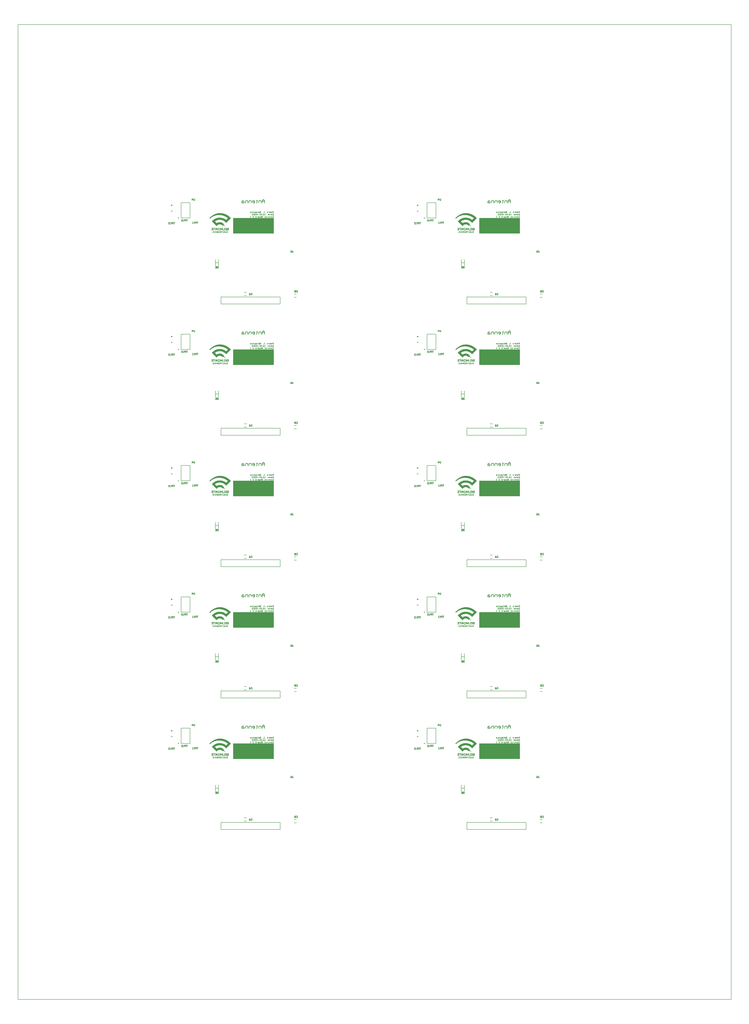
<source format=gbo>
%FSTAX23Y23*%
%MOIN*%
%SFA1B1*%

%IPPOS*%
%ADD10C,0.009840*%
%ADD11C,0.007870*%
%ADD12C,0.010000*%
%ADD13C,0.005910*%
%ADD15C,0.005000*%
%ADD93C,0.007000*%
%ADD94R,0.704000X0.270000*%
%LNcontrolboardv1-1*%
%LPD*%
G36*
X03493Y04492D02*
X03497D01*
Y04491*
X03501*
Y04491*
X03507*
Y0449*
X03509*
Y0449*
X03513*
Y0449*
X03515*
Y04489*
X03519*
Y04489*
X03521*
Y04488*
X03523*
Y04488*
X03526*
Y04487*
X03529*
Y04487*
X03531*
Y04486*
X03533*
Y04486*
X03534*
Y04485*
X03537*
Y04485*
X03538*
Y04484*
X0354*
Y04484*
X03542*
Y04484*
X03543*
Y04483*
X03545*
Y04483*
X03546*
Y04482*
X03548*
Y04482*
X03549*
Y04481*
X03551*
Y04481*
X03552*
Y0448*
X03554*
Y0448*
X03555*
Y04479*
X03556*
Y04479*
X03558*
Y04479*
X03559*
Y04478*
X0356*
Y04478*
X03561*
Y04477*
X03562*
Y04477*
X03564*
Y04476*
X03565*
Y04476*
X03566*
Y04475*
X03567*
Y04475*
X03568*
Y04474*
X0357*
Y04474*
X03571*
Y04474*
X03572*
Y04473*
X03573*
Y04473*
X03574*
Y04472*
X03575*
Y04472*
X03576*
Y04471*
X03577*
Y04471*
X03578*
Y0447*
X03579*
Y0447*
X0358*
Y04469*
X03581*
Y04469*
X03582*
Y04469*
X03583*
Y04468*
X03584*
Y04468*
X03585*
Y04467*
X03586*
Y04467*
X03587*
Y04466*
X03587*
Y04466*
X03589*
Y04465*
X03589*
Y04465*
X0359*
Y04464*
X03591*
Y04464*
X03592*
Y04464*
X03593*
Y04463*
X03594*
Y04463*
X03594*
Y04462*
X03595*
Y04462*
X03596*
Y04461*
X03597*
Y04461*
X03597*
Y0446*
X03599*
Y0446*
X03599*
Y04459*
X036*
Y04459*
X03601*
Y04459*
X03602*
Y04458*
X03602*
Y04458*
X03603*
Y04457*
X03604*
Y04457*
X03605*
Y04456*
X03605*
Y04456*
X03607*
Y04455*
X03607*
Y04455*
X03608*
Y04454*
X03609*
Y04454*
X03609*
Y04454*
X0361*
Y04453*
X03611*
Y04453*
X03612*
Y04452*
X03612*
Y04452*
X03613*
Y04451*
X03613*
Y04451*
X03614*
Y0445*
X03615*
Y0445*
X03616*
Y04449*
X03617*
Y04449*
X03617*
Y04448*
X03617*
Y04448*
X03618*
Y04448*
X03619*
Y04447*
X0362*
Y04447*
X0362*
Y04446*
X03621*
Y04446*
X03622*
Y04445*
X03622*
Y04445*
X03623*
Y04444*
X03623*
Y04444*
X03624*
Y04443*
X03624*
Y04443*
X03625*
Y04443*
X03626*
Y04442*
X03627*
Y04442*
X03627*
Y04441*
X03627*
Y04441*
X03628*
Y0444*
X03629*
Y0444*
X03629*
Y04439*
X0363*
Y04439*
X03631*
Y04438*
X03631*
Y04438*
X03632*
Y04438*
X03633*
Y04437*
X03633*
Y04437*
X03633*
Y04436*
X03634*
Y04436*
X03635*
Y04435*
X03636*
Y04435*
X03636*
Y04434*
X03637*
Y04434*
X03637*
Y04433*
X03638*
Y04433*
X03638*
Y04433*
X03639*
Y04432*
X03639*
Y04432*
X0364*
Y04431*
X03641*
Y04431*
X03641*
Y0443*
X03642*
Y0443*
X03643*
Y04429*
X03643*
Y04429*
X03643*
Y04428*
X03644*
Y04428*
X03644*
Y04428*
X03645*
Y04427*
X03646*
Y04427*
X03646*
Y04426*
X03647*
Y04426*
X03648*
Y04425*
X03648*
Y04425*
X03648*
Y04424*
X03649*
Y04424*
X03649*
Y04423*
X0365*
Y04423*
X0365*
Y04423*
X03651*
Y04422*
X03651*
Y04422*
X03652*
Y04421*
X03652*
Y04421*
X03653*
Y0442*
X03653*
Y0442*
X03654*
Y04419*
X03654*
Y04419*
X03655*
Y04418*
X03655*
Y04418*
X03656*
Y04417*
X03656*
Y04417*
X03657*
Y04417*
X03657*
Y04416*
X03658*
Y04416*
X03658*
Y04415*
X03659*
Y04415*
X03659*
Y04414*
X0366*
Y04414*
X0366*
Y04413*
X03661*
Y04413*
X03661*
Y04412*
X03662*
Y04412*
X03662*
Y04412*
X03663*
Y04411*
X03663*
Y04411*
X03663*
Y0441*
X03664*
Y0441*
X03664*
Y04409*
X03665*
Y04409*
X03665*
Y04408*
X03666*
Y04408*
X03666*
Y04407*
X03667*
Y04407*
X03667*
Y04404*
X03667*
Y04403*
X03666*
Y04402*
X03666*
Y04402*
X03665*
Y04401*
X03664*
Y044*
X03663*
Y04399*
X03663*
Y04398*
X03662*
Y04397*
X03661*
Y04397*
X0366*
Y04396*
X03659*
Y04395*
X03658*
Y04394*
X03658*
Y04394*
X03657*
Y04393*
X03656*
Y04392*
X03655*
Y04392*
X03655*
Y04391*
X03654*
Y0439*
X03653*
Y04389*
X03652*
Y04388*
X03652*
Y04387*
X03651*
Y04386*
X0365*
Y04386*
X03649*
Y04385*
X03648*
Y04384*
X03648*
Y04384*
X03647*
Y04383*
X03647*
Y04383*
X03646*
Y04382*
X03645*
Y04381*
X03645*
Y04381*
X03644*
Y04381*
X03644*
Y0438*
X03643*
Y0438*
X03643*
Y04379*
X03642*
Y04378*
X03642*
Y04378*
X03641*
Y04377*
X03641*
Y04377*
X0364*
Y04376*
X0364*
Y04376*
X03639*
Y04376*
X03639*
Y04375*
X03638*
Y04375*
X03638*
Y04374*
X03638*
Y04374*
X03637*
Y04373*
X03637*
Y04373*
X03636*
Y04372*
X03636*
Y04372*
X03635*
Y04371*
X03635*
Y04371*
X03634*
Y04371*
X03634*
Y0437*
X03633*
Y0437*
X03633*
Y04369*
X03633*
Y04369*
X03632*
Y04368*
X03632*
Y04368*
X03631*
Y04367*
X03631*
Y04367*
X0363*
Y04366*
X0363*
Y04366*
X03629*
Y04366*
X03629*
Y04365*
X03628*
Y04365*
X03628*
Y04364*
X03627*
Y04364*
X03627*
Y04363*
X03627*
Y04363*
X03626*
Y04362*
X03626*
Y04362*
X03625*
Y04361*
X03625*
Y04361*
X03624*
Y04361*
X03624*
Y0436*
X03623*
Y0436*
X03623*
Y04359*
X03622*
Y04359*
X03622*
Y04358*
X03622*
Y04358*
X03621*
Y04357*
X03621*
Y04357*
X0362*
Y04356*
X0362*
Y04356*
X03619*
Y04356*
X03619*
Y04355*
X03618*
Y04355*
X03618*
Y04354*
X03617*
Y04354*
X03617*
Y04353*
X03617*
Y04353*
X03616*
Y04352*
X03616*
Y04352*
X03615*
Y04351*
X03615*
Y04351*
X03614*
Y0435*
X03614*
Y0435*
X03613*
Y0435*
X03613*
Y04349*
X03612*
Y04349*
X03612*
Y04348*
X03612*
Y04348*
X03611*
Y04347*
X03611*
Y04347*
X0361*
Y04346*
X0361*
Y04346*
X03609*
Y04345*
X03609*
Y04345*
X03608*
Y04345*
X03608*
Y04344*
X03607*
Y04344*
X03607*
Y04343*
X03607*
Y04343*
X03606*
Y04342*
X03606*
Y04342*
X03605*
Y04341*
X03605*
Y04341*
X03604*
Y0434*
X03604*
Y0434*
X03603*
Y0434*
X03603*
Y04339*
X03602*
Y04339*
X03602*
Y04338*
X03602*
Y04338*
X03601*
Y04337*
X03601*
Y04337*
X036*
Y04336*
X036*
Y04336*
X03599*
Y04335*
X03599*
Y04335*
X03598*
Y04335*
X03598*
Y04334*
X03597*
Y04334*
X03597*
Y04333*
X03596*
Y04333*
X03596*
Y04332*
X03596*
Y04332*
X03595*
Y04331*
X03595*
Y04331*
X03594*
Y0433*
X03594*
Y0433*
X03593*
Y0433*
X03593*
Y04329*
X03592*
Y04329*
X03592*
Y04328*
X03591*
Y04328*
X03591*
Y04327*
X03591*
Y04327*
X0359*
Y04326*
X0359*
Y04326*
X03589*
Y04325*
X03588*
Y04325*
X03586*
Y04325*
X03585*
Y04326*
X03585*
Y04326*
X03584*
Y04327*
X03583*
Y04327*
X03583*
Y04328*
X03582*
Y04328*
X03582*
Y04329*
X03581*
Y04329*
X03581*
Y0433*
X03581*
Y0433*
X0358*
Y0433*
X0358*
Y04331*
X03579*
Y04331*
X03579*
Y04332*
X03578*
Y04332*
X03578*
Y04333*
X03577*
Y04333*
X03577*
Y04334*
X03576*
Y04334*
X03576*
Y04335*
X03576*
Y04335*
X03575*
Y04335*
X03574*
Y04336*
X03574*
Y04336*
X03573*
Y04337*
X03573*
Y04337*
X03572*
Y04338*
X03572*
Y04338*
X03571*
Y04339*
X03571*
Y04339*
X0357*
Y0434*
X0357*
Y0434*
X03569*
Y0434*
X03569*
Y04341*
X03568*
Y04341*
X03567*
Y04342*
X03567*
Y04342*
X03566*
Y04343*
X03566*
Y04343*
X03565*
Y04344*
X03565*
Y04344*
X03564*
Y04345*
X03563*
Y04345*
X03563*
Y04345*
X03562*
Y04346*
X03562*
Y04346*
X03561*
Y04347*
X0356*
Y04347*
X0356*
Y04348*
X0356*
Y04348*
X03559*
Y04349*
X03558*
Y04349*
X03558*
Y0435*
X03557*
Y0435*
X03556*
Y0435*
X03556*
Y04351*
X03555*
Y04351*
X03555*
Y04352*
X03554*
Y04352*
X03553*
Y04353*
X03552*
Y04353*
X03552*
Y04354*
X03551*
Y04354*
X0355*
Y04355*
X0355*
Y04355*
X03549*
Y04356*
X03548*
Y04356*
X03548*
Y04356*
X03547*
Y04357*
X03546*
Y04357*
X03545*
Y04358*
X03545*
Y04358*
X03544*
Y04359*
X03543*
Y04359*
X03542*
Y0436*
X03541*
Y0436*
X0354*
Y04361*
X0354*
Y04361*
X03539*
Y04361*
X03538*
Y04362*
X03537*
Y04362*
X03536*
Y04363*
X03535*
Y04363*
X03534*
Y04364*
X03533*
Y04364*
X03533*
Y04365*
X03531*
Y04365*
X0353*
Y04366*
X03529*
Y04366*
X03529*
Y04366*
X03527*
Y04367*
X03526*
Y04367*
X03525*
Y04368*
X03524*
Y04368*
X03523*
Y04369*
X03521*
Y04369*
X0352*
Y0437*
X03519*
Y0437*
X03517*
Y04371*
X03516*
Y04371*
X03515*
Y04371*
X03513*
Y04372*
X03511*
Y04372*
X03509*
Y04373*
X03508*
Y04373*
X03505*
Y04374*
X03504*
Y04374*
X03502*
Y04375*
X03499*
Y04375*
X03497*
Y04376*
X03493*
Y04376*
X0349*
Y04376*
X03482*
Y04377*
X03469*
Y04376*
X03461*
Y04376*
X03458*
Y04376*
X03455*
Y04375*
X03453*
Y04375*
X03452*
Y04374*
X03448*
Y04374*
X03447*
Y04373*
X03444*
Y04373*
X03443*
Y04372*
X03441*
Y04372*
X03439*
Y04371*
X03438*
Y04371*
X03436*
Y04371*
X03435*
Y0437*
X03433*
Y0437*
X03432*
Y04369*
X03431*
Y04369*
X03429*
Y04368*
X03428*
Y04368*
X03427*
Y04367*
X03426*
Y04367*
X03425*
Y04366*
X03424*
Y04366*
X03423*
Y04366*
X03421*
Y04365*
X03421*
Y04365*
X03419*
Y04364*
X03418*
Y04364*
X03417*
Y04363*
X03416*
Y04363*
X03416*
Y04362*
X03415*
Y04362*
X03414*
Y04361*
X03413*
Y04361*
X03412*
Y04361*
X03411*
Y0436*
X0341*
Y0436*
X0341*
Y04359*
X03409*
Y04359*
X03408*
Y04358*
X03407*
Y04358*
X03406*
Y04357*
X03406*
Y04357*
X03405*
Y04356*
X03404*
Y04356*
X03403*
Y04356*
X03402*
Y04355*
X03402*
Y04355*
X03401*
Y04354*
X034*
Y04354*
X034*
Y04353*
X03399*
Y04353*
X03399*
Y04352*
X03398*
Y04352*
X03397*
Y04351*
X03396*
Y04351*
X03395*
Y0435*
X03395*
Y0435*
X03394*
Y0435*
X03394*
Y04349*
X03393*
Y04348*
X03394*
Y04348*
X03394*
Y04347*
X03395*
Y04347*
X03395*
Y04346*
X03395*
Y04346*
X03396*
Y04345*
X03396*
Y04345*
X03397*
Y04345*
X03397*
Y04344*
X03398*
Y04344*
X03398*
Y04343*
X03399*
Y04343*
X03399*
Y04342*
X034*
Y04342*
X034*
Y04341*
X034*
Y04341*
X03401*
Y0434*
X03401*
Y0434*
X03402*
Y0434*
X03402*
Y04339*
X03403*
Y04339*
X03403*
Y04338*
X03404*
Y04338*
X03404*
Y04337*
X03405*
Y04337*
X03405*
Y04336*
X03406*
Y04336*
X03406*
Y04335*
X03406*
Y04335*
X03407*
Y04335*
X03407*
Y04334*
X03408*
Y04334*
X03408*
Y04333*
X03409*
Y04333*
X03409*
Y04332*
X0341*
Y04332*
X0341*
Y04331*
X03411*
Y04331*
X03411*
Y0433*
X03411*
Y0433*
X03412*
Y0433*
X03412*
Y04329*
X03413*
Y04329*
X03413*
Y04328*
X03414*
Y04328*
X03414*
Y04327*
X03415*
Y04327*
X03415*
Y04326*
X03416*
Y04326*
X03416*
Y04325*
X03416*
Y04325*
X03417*
Y04325*
X03417*
Y04324*
X03418*
Y04324*
X03418*
Y04323*
X03419*
Y04323*
X03419*
Y04322*
X0342*
Y04322*
X0342*
Y04321*
X03421*
Y04321*
X03421*
Y0432*
X03421*
Y0432*
X03424*
Y0432*
X03425*
Y04321*
X03425*
Y04321*
X03426*
Y04322*
X03426*
Y04322*
X03427*
Y04323*
X03428*
Y04323*
X03429*
Y04324*
X0343*
Y04324*
X03431*
Y04325*
X03432*
Y04325*
X03433*
Y04325*
X03434*
Y04326*
X03435*
Y04326*
X03436*
Y04327*
X03437*
Y04327*
X03437*
Y04328*
X03439*
Y04328*
X0344*
Y04329*
X03441*
Y04329*
X03442*
Y0433*
X03444*
Y0433*
X03445*
Y0433*
X03447*
Y04331*
X03448*
Y04331*
X0345*
Y04332*
X03451*
Y04332*
X03453*
Y04333*
X03455*
Y04333*
X03457*
Y04334*
X0346*
Y04334*
X03462*
Y04335*
X03466*
Y04335*
X03469*
Y04335*
X03479*
Y04335*
X03487*
Y04335*
X03491*
Y04334*
X03494*
Y04334*
X03496*
Y04333*
X03498*
Y04333*
X03499*
Y04332*
X03502*
Y04332*
X03503*
Y04331*
X03504*
Y04331*
X03506*
Y0433*
X03507*
Y0433*
X03509*
Y0433*
X0351*
Y04329*
X03511*
Y04329*
X03513*
Y04328*
X03514*
Y04328*
X03514*
Y04327*
X03515*
Y04327*
X03517*
Y04326*
X03518*
Y04326*
X03519*
Y04325*
X03519*
Y04325*
X0352*
Y04325*
X03521*
Y04324*
X03522*
Y04324*
X03523*
Y04323*
X03524*
Y04323*
X03525*
Y04322*
X03526*
Y04322*
X03526*
Y04321*
X03527*
Y04321*
X03528*
Y0432*
X03529*
Y0432*
X03529*
Y04319*
X0353*
Y04319*
X03531*
Y04319*
X03532*
Y04318*
X03532*
Y04318*
X03533*
Y04317*
X03533*
Y04317*
X03534*
Y04316*
X03535*
Y04316*
X03535*
Y04315*
X03536*
Y04315*
X03536*
Y04314*
X03537*
Y04314*
X03538*
Y04314*
X03538*
Y04313*
X03539*
Y04313*
X03539*
Y04312*
X0354*
Y04312*
X0354*
Y04311*
X03541*
Y04311*
X03541*
Y0431*
X03542*
Y0431*
X03542*
Y04309*
X03543*
Y04309*
X03543*
Y04309*
X03544*
Y04308*
X03544*
Y04308*
X03545*
Y04307*
X03545*
Y04306*
X03546*
Y04306*
X03546*
Y04305*
X03547*
Y04304*
X03547*
Y04304*
X03548*
Y04303*
X03548*
Y04302*
X03549*
Y04301*
X03549*
Y04299*
X0355*
Y04298*
X0355*
Y04294*
X0355*
Y04294*
X0355*
Y04289*
X0355*
Y04288*
X03549*
Y04287*
X03549*
Y04286*
X03548*
Y04285*
X03549*
Y04284*
X03549*
Y04284*
X0355*
Y04283*
X0355*
Y04283*
X03551*
Y04283*
X03551*
Y04282*
X03552*
Y04282*
X03552*
Y04281*
X03553*
Y04281*
X03554*
Y0428*
X03554*
Y0428*
X03555*
Y04279*
X03555*
Y04279*
X03556*
Y04278*
X03556*
Y04278*
X03557*
Y04278*
X03557*
Y04277*
X03559*
Y04277*
X03561*
Y04276*
X03564*
Y04276*
X03566*
Y04275*
X03569*
Y04275*
X03571*
Y04274*
X03571*
Y04274*
X03571*
Y04273*
X03572*
Y04272*
X03571*
Y04272*
X03571*
Y04271*
X03571*
Y0427*
X03567*
Y04271*
X03565*
Y04271*
X03563*
Y04272*
X03561*
Y04271*
X03561*
Y04269*
X03561*
Y04268*
X03562*
Y04267*
X03562*
Y04266*
X03563*
Y04265*
X03563*
Y04263*
X03564*
Y04262*
X03563*
Y04261*
X03563*
Y04261*
X0356*
Y04261*
X0356*
Y04262*
X03559*
Y04263*
X03559*
Y04263*
X03558*
Y04265*
X03558*
Y04266*
X03557*
Y04267*
X03557*
Y04268*
X03556*
Y0427*
X03556*
Y04271*
X03555*
Y04272*
X03555*
Y04273*
X03555*
Y04274*
X03554*
Y04274*
X03554*
Y04275*
X03553*
Y04275*
X03552*
Y04276*
X03552*
Y04276*
X03551*
Y04277*
X0355*
Y04277*
X0355*
Y04278*
X0355*
Y04278*
X03549*
Y04278*
X03548*
Y04279*
X03548*
Y04279*
X03547*
Y0428*
X03547*
Y0428*
X03546*
Y04281*
X03545*
Y04281*
X03544*
Y04281*
X03544*
Y0428*
X03543*
Y0428*
X03543*
Y04279*
X03542*
Y04279*
X03541*
Y04278*
X03541*
Y04278*
X0354*
Y04278*
X03539*
Y04277*
X03537*
Y04277*
X03536*
Y04276*
X03535*
Y04276*
X03528*
Y04276*
X03526*
Y04277*
X03525*
Y04277*
X03524*
Y04278*
X03523*
Y04278*
X03522*
Y04278*
X03521*
Y04279*
X03521*
Y04279*
X0352*
Y0428*
X0352*
Y0428*
X03519*
Y04281*
X03519*
Y04281*
X03518*
Y04282*
X03518*
Y04282*
X03517*
Y04283*
X03516*
Y04283*
X03516*
Y04283*
X03515*
Y04284*
X03515*
Y04284*
X03514*
Y04285*
X03514*
Y04285*
X03513*
Y04286*
X03513*
Y04286*
X03512*
Y04287*
X03511*
Y04287*
X0351*
Y04288*
X0351*
Y04288*
X03509*
Y04288*
X03509*
Y04289*
X03508*
Y04289*
X03507*
Y0429*
X03506*
Y0429*
X03506*
Y04291*
X03505*
Y04291*
X03504*
Y04292*
X03503*
Y04292*
X03502*
Y04293*
X03501*
Y04293*
X035*
Y04294*
X03499*
Y04294*
X03498*
Y04294*
X03497*
Y04295*
X03495*
Y04295*
X03493*
Y04296*
X03492*
Y04296*
X03491*
Y04297*
X03488*
Y04297*
X03486*
Y04298*
X03483*
Y04298*
X03476*
Y04299*
X03473*
Y04298*
X03469*
Y04298*
X03464*
Y04297*
X03463*
Y04297*
X03461*
Y04296*
X03459*
Y04296*
X03457*
Y04295*
X03456*
Y04295*
X03455*
Y04294*
X03454*
Y04294*
X03453*
Y04294*
X03452*
Y04293*
X03451*
Y04293*
X0345*
Y04292*
X03448*
Y04292*
X03448*
Y04291*
X03447*
Y04291*
X03446*
Y0429*
X03445*
Y0429*
X03445*
Y04289*
X03444*
Y04289*
X03443*
Y04288*
X03443*
Y04288*
X03442*
Y04288*
X03442*
Y04287*
X03441*
Y04287*
X0344*
Y04286*
X0344*
Y04286*
X03439*
Y04285*
X03438*
Y04285*
X03438*
Y04284*
X03437*
Y04284*
X03437*
Y04283*
X03437*
Y04283*
X03436*
Y04283*
X03436*
Y04282*
X03435*
Y04282*
X03435*
Y04281*
X03434*
Y04281*
X03434*
Y0428*
X03433*
Y0428*
X03433*
Y04279*
X03432*
Y04279*
X03431*
Y04278*
X03431*
Y04278*
X03431*
Y04278*
X0343*
Y04277*
X0343*
Y04277*
X03429*
Y04276*
X03429*
Y04276*
X03428*
Y04275*
X03428*
Y04275*
X03427*
Y04274*
X03427*
Y04274*
X03426*
Y04273*
X03426*
Y04273*
X03426*
Y04273*
X03425*
Y04272*
X03425*
Y04272*
X03424*
Y04271*
X03424*
Y04271*
X03423*
Y0427*
X03422*
Y0427*
X03421*
Y04269*
X03421*
Y0427*
X03419*
Y0427*
X03418*
Y04271*
X03418*
Y04271*
X03417*
Y04272*
X03417*
Y04272*
X03416*
Y04273*
X03416*
Y04273*
X03416*
Y04273*
X03415*
Y04274*
X03415*
Y04274*
X03414*
Y04275*
X03414*
Y04275*
X03413*
Y04276*
X03413*
Y04276*
X03412*
Y04277*
X03412*
Y04277*
X03411*
Y04278*
X03411*
Y04278*
X03411*
Y04278*
X0341*
Y04279*
X0341*
Y04279*
X03409*
Y0428*
X03409*
Y0428*
X03408*
Y04281*
X03408*
Y04281*
X03407*
Y04282*
X03407*
Y04282*
X03406*
Y04283*
X03406*
Y04283*
X03406*
Y04283*
X03405*
Y04284*
X03405*
Y04284*
X03404*
Y04285*
X03404*
Y04285*
X03403*
Y04286*
X03403*
Y04286*
X03402*
Y04287*
X03402*
Y04287*
X03401*
Y04288*
X03401*
Y04288*
X034*
Y04288*
X034*
Y04289*
X034*
Y04289*
X03399*
Y0429*
X03399*
Y0429*
X03398*
Y04291*
X03398*
Y04291*
X03397*
Y04292*
X03397*
Y04292*
X03396*
Y04293*
X03396*
Y04293*
X03395*
Y04294*
X03395*
Y04294*
X03395*
Y04294*
X03394*
Y04295*
X03394*
Y04295*
X03393*
Y04296*
X03393*
Y04296*
X03392*
Y04297*
X03392*
Y04297*
X03391*
Y04298*
X03391*
Y04298*
X0339*
Y04299*
X0339*
Y04299*
X0339*
Y04299*
X03389*
Y043*
X03389*
Y043*
X03388*
Y04301*
X03388*
Y04301*
X03387*
Y04302*
X03387*
Y04302*
X03386*
Y04303*
X03386*
Y04303*
X03385*
Y04304*
X03385*
Y04304*
X03385*
Y04304*
X03384*
Y04305*
X03384*
Y04305*
X03383*
Y04306*
X03383*
Y04306*
X03382*
Y04307*
X03382*
Y04307*
X03381*
Y04308*
X03381*
Y04308*
X0338*
Y04309*
X0338*
Y04309*
X0338*
Y04309*
X03379*
Y0431*
X03379*
Y0431*
X03378*
Y04311*
X03378*
Y04311*
X03377*
Y04312*
X03377*
Y04312*
X03376*
Y04313*
X03376*
Y04313*
X03375*
Y04314*
X03375*
Y04314*
X03375*
Y04314*
X03374*
Y04315*
X03374*
Y04315*
X03373*
Y04316*
X03373*
Y04316*
X03372*
Y04317*
X03372*
Y04317*
X03371*
Y04318*
X03371*
Y04318*
X0337*
Y04319*
X0337*
Y04319*
X0337*
Y04319*
X03369*
Y0432*
X03369*
Y0432*
X03368*
Y04321*
X03368*
Y04321*
X03367*
Y04322*
X03367*
Y04322*
X03366*
Y04323*
X03366*
Y04323*
X03365*
Y04324*
X03365*
Y04324*
X03364*
Y04325*
X03364*
Y04325*
X03364*
Y04325*
X03363*
Y04326*
X03363*
Y04326*
X03362*
Y04327*
X03362*
Y04327*
X03361*
Y04328*
X03361*
Y04328*
X0336*
Y04329*
X0336*
Y04329*
X03359*
Y0433*
X03359*
Y0433*
X03359*
Y0433*
X03358*
Y04331*
X03358*
Y04331*
X03357*
Y04332*
X03357*
Y04332*
X03356*
Y04333*
X03356*
Y04333*
X03355*
Y04334*
X03355*
Y04334*
X03354*
Y04335*
X03354*
Y04335*
X03354*
Y04335*
X03353*
Y04336*
X03353*
Y04336*
X03352*
Y04337*
X03352*
Y04337*
X03351*
Y04338*
X0335*
Y04339*
X0335*
Y04339*
X03349*
Y0434*
X03349*
Y0434*
X03349*
Y0434*
X03348*
Y04341*
X03347*
Y04342*
X03347*
Y04342*
X03346*
Y04343*
X03346*
Y04344*
X03345*
Y04344*
X03344*
Y04345*
X03344*
Y04345*
X03344*
Y04346*
X03343*
Y04347*
X03342*
Y04347*
X03342*
Y04348*
X03341*
Y04349*
X03341*
Y0435*
X03341*
Y04352*
X03342*
Y04352*
X03342*
Y04353*
X03343*
Y04354*
X03343*
Y04354*
X03344*
Y04355*
X03344*
Y04355*
X03345*
Y04356*
X03345*
Y04356*
X03346*
Y04356*
X03346*
Y04357*
X03347*
Y04357*
X03347*
Y04358*
X03348*
Y04358*
X03348*
Y04359*
X03349*
Y04359*
X03349*
Y0436*
X03349*
Y0436*
X0335*
Y04361*
X0335*
Y04361*
X03351*
Y04362*
X03352*
Y04363*
X03353*
Y04363*
X03354*
Y04364*
X03354*
Y04364*
X03354*
Y04365*
X03355*
Y04365*
X03355*
Y04366*
X03356*
Y04366*
X03356*
Y04366*
X03357*
Y04367*
X03358*
Y04367*
X03358*
Y04368*
X03359*
Y04368*
X03359*
Y04369*
X0336*
Y04369*
X0336*
Y0437*
X03361*
Y0437*
X03361*
Y04371*
X03362*
Y04371*
X03362*
Y04371*
X03363*
Y04372*
X03364*
Y04372*
X03364*
Y04373*
X03364*
Y04373*
X03365*
Y04374*
X03366*
Y04374*
X03366*
Y04375*
X03367*
Y04375*
X03368*
Y04376*
X03368*
Y04376*
X03369*
Y04376*
X0337*
Y04377*
X0337*
Y04377*
X03371*
Y04378*
X03371*
Y04378*
X03372*
Y04379*
X03372*
Y04379*
X03373*
Y0438*
X03374*
Y0438*
X03375*
Y04381*
X03375*
Y04381*
X03375*
Y04381*
X03376*
Y04382*
X03377*
Y04382*
X03377*
Y04383*
X03378*
Y04383*
X03379*
Y04384*
X0338*
Y04384*
X0338*
Y04385*
X0338*
Y04385*
X03381*
Y04386*
X03382*
Y04386*
X03383*
Y04386*
X03384*
Y04387*
X03385*
Y04387*
X03385*
Y04388*
X03386*
Y04388*
X03387*
Y04389*
X03387*
Y04389*
X03388*
Y0439*
X03389*
Y0439*
X0339*
Y04391*
X0339*
Y04391*
X03391*
Y04392*
X03392*
Y04392*
X03393*
Y04392*
X03394*
Y04393*
X03395*
Y04393*
X03395*
Y04394*
X03396*
Y04394*
X03397*
Y04395*
X03398*
Y04395*
X03399*
Y04396*
X034*
Y04396*
X034*
Y04397*
X03401*
Y04397*
X03402*
Y04397*
X03403*
Y04398*
X03404*
Y04398*
X03405*
Y04399*
X03406*
Y04399*
X03407*
Y044*
X03408*
Y044*
X03409*
Y04401*
X0341*
Y04401*
X03411*
Y04402*
X03413*
Y04402*
X03414*
Y04402*
X03415*
Y04403*
X03416*
Y04403*
X03417*
Y04404*
X03418*
Y04404*
X0342*
Y04405*
X03421*
Y04405*
X03422*
Y04406*
X03424*
Y04406*
X03425*
Y04407*
X03427*
Y04407*
X03428*
Y04407*
X0343*
Y04408*
X03432*
Y04408*
X03433*
Y04409*
X03435*
Y04409*
X03436*
Y0441*
X03438*
Y0441*
X03442*
Y04411*
X03443*
Y04411*
X03447*
Y04412*
X03449*
Y04412*
X03452*
Y04412*
X03457*
Y04413*
X03462*
Y04413*
X03469*
Y04414*
X03477*
Y04413*
X03492*
Y04413*
X03494*
Y04412*
X03498*
Y04412*
X03502*
Y04412*
X03505*
Y04411*
X03509*
Y04411*
X0351*
Y0441*
X03512*
Y0441*
X03514*
Y04409*
X03516*
Y04409*
X03519*
Y04408*
X0352*
Y04408*
X03522*
Y04407*
X03524*
Y04407*
X03525*
Y04407*
X03527*
Y04406*
X03528*
Y04406*
X03529*
Y04405*
X0353*
Y04405*
X03532*
Y04404*
X03533*
Y04404*
X03535*
Y04403*
X03536*
Y04403*
X03537*
Y04402*
X03539*
Y04402*
X0354*
Y04402*
X03541*
Y04401*
X03542*
Y04401*
X03543*
Y044*
X03544*
Y044*
X03545*
Y04399*
X03546*
Y04399*
X03547*
Y04398*
X03548*
Y04398*
X0355*
Y04397*
X0355*
Y04397*
X03551*
Y04397*
X03552*
Y04396*
X03554*
Y04396*
X03555*
Y04395*
X03555*
Y04395*
X03556*
Y04394*
X03557*
Y04394*
X03558*
Y04393*
X03559*
Y04393*
X0356*
Y04392*
X0356*
Y04392*
X03561*
Y04392*
X03562*
Y04391*
X03563*
Y04391*
X03564*
Y0439*
X03564*
Y0439*
X03565*
Y04389*
X03566*
Y04389*
X03566*
Y04388*
X03567*
Y04388*
X03568*
Y04387*
X03569*
Y04387*
X0357*
Y04386*
X03571*
Y04386*
X03571*
Y04386*
X03572*
Y04385*
X03572*
Y04385*
X03573*
Y04384*
X03574*
Y04384*
X03575*
Y04383*
X03575*
Y04383*
X03576*
Y04382*
X03576*
Y04382*
X03577*
Y04381*
X03578*
Y04381*
X03578*
Y04381*
X03579*
Y0438*
X0358*
Y0438*
X0358*
Y04379*
X03581*
Y04379*
X03582*
Y04378*
X03582*
Y04378*
X03583*
Y04377*
X03583*
Y04377*
X03584*
Y04376*
X03585*
Y04376*
X03586*
Y04376*
X03587*
Y04376*
X03587*
Y04376*
X03588*
Y04377*
X03588*
Y04377*
X03589*
Y04378*
X03589*
Y04378*
X0359*
Y04379*
X0359*
Y04379*
X03591*
Y0438*
X03591*
Y0438*
X03591*
Y04381*
X03592*
Y04381*
X03592*
Y04381*
X03593*
Y04382*
X03593*
Y04382*
X03594*
Y04383*
X03594*
Y04383*
X03595*
Y04384*
X03595*
Y04384*
X03596*
Y04385*
X03596*
Y04385*
X03596*
Y04386*
X03597*
Y04386*
X03597*
Y04386*
X03598*
Y04387*
X03598*
Y04387*
X03599*
Y04388*
X03599*
Y04388*
X036*
Y04389*
X036*
Y04389*
X03601*
Y0439*
X03601*
Y0439*
X03602*
Y04391*
X03602*
Y04391*
X03602*
Y04392*
X03603*
Y04392*
X03603*
Y04392*
X03604*
Y04393*
X03604*
Y04393*
X03605*
Y04394*
X03605*
Y04394*
X03606*
Y04395*
X03606*
Y04395*
X03607*
Y04396*
X03607*
Y04396*
X03607*
Y04397*
X03608*
Y04397*
X03608*
Y04397*
X03609*
Y04398*
X03609*
Y04398*
X0361*
Y04399*
X0361*
Y04399*
X03611*
Y044*
X03611*
Y044*
X03612*
Y04401*
X03612*
Y04401*
X03612*
Y04402*
X03613*
Y04402*
X03613*
Y04402*
X03614*
Y04403*
X03614*
Y04403*
X03615*
Y04404*
X03615*
Y04405*
X03615*
Y04405*
X03614*
Y04406*
X03614*
Y04406*
X03613*
Y04407*
X03612*
Y04407*
X03612*
Y04407*
X03612*
Y04408*
X03611*
Y04408*
X0361*
Y04409*
X0361*
Y04409*
X03609*
Y0441*
X03608*
Y0441*
X03608*
Y04411*
X03607*
Y04411*
X03607*
Y04412*
X03606*
Y04412*
X03606*
Y04412*
X03605*
Y04413*
X03604*
Y04413*
X03604*
Y04414*
X03603*
Y04414*
X03602*
Y04415*
X03602*
Y04415*
X03601*
Y04416*
X03601*
Y04416*
X036*
Y04417*
X03599*
Y04417*
X03598*
Y04417*
X03598*
Y04418*
X03597*
Y04418*
X03596*
Y04419*
X03596*
Y04419*
X03595*
Y0442*
X03594*
Y0442*
X03593*
Y04421*
X03593*
Y04421*
X03592*
Y04422*
X03591*
Y04422*
X03591*
Y04423*
X0359*
Y04423*
X03589*
Y04423*
X03588*
Y04424*
X03588*
Y04424*
X03587*
Y04425*
X03586*
Y04425*
X03586*
Y04426*
X03584*
Y04426*
X03584*
Y04427*
X03583*
Y04427*
X03582*
Y04428*
X03581*
Y04428*
X03581*
Y04428*
X0358*
Y04429*
X03579*
Y04429*
X03578*
Y0443*
X03577*
Y0443*
X03576*
Y04431*
X03576*
Y04431*
X03574*
Y04432*
X03574*
Y04432*
X03573*
Y04433*
X03572*
Y04433*
X03571*
Y04433*
X0357*
Y04434*
X03569*
Y04434*
X03568*
Y04435*
X03567*
Y04435*
X03566*
Y04436*
X03565*
Y04436*
X03565*
Y04437*
X03563*
Y04437*
X03563*
Y04438*
X03561*
Y04438*
X0356*
Y04438*
X03559*
Y04439*
X03558*
Y04439*
X03557*
Y0444*
X03556*
Y0444*
X03555*
Y04441*
X03554*
Y04441*
X03553*
Y04442*
X03551*
Y04442*
X0355*
Y04443*
X03549*
Y04443*
X03548*
Y04443*
X03546*
Y04444*
X03546*
Y04444*
X03544*
Y04445*
X03543*
Y04445*
X03541*
Y04446*
X0354*
Y04446*
X03539*
Y04447*
X03537*
Y04447*
X03536*
Y04448*
X03535*
Y04448*
X03533*
Y04448*
X03531*
Y04449*
X03529*
Y04449*
X03529*
Y0445*
X03526*
Y0445*
X03525*
Y04451*
X03522*
Y04451*
X03521*
Y04452*
X03519*
Y04452*
X03516*
Y04453*
X03515*
Y04453*
X03512*
Y04454*
X0351*
Y04454*
X03507*
Y04454*
X03505*
Y04455*
X03503*
Y04455*
X03499*
Y04456*
X03497*
Y04456*
X03493*
Y04457*
X03489*
Y04457*
X03487*
Y04458*
X03477*
Y04458*
X03467*
Y04459*
X0346*
Y04458*
X0345*
Y04458*
X03441*
Y04457*
X03438*
Y04457*
X03435*
Y04456*
X0343*
Y04456*
X03427*
Y04455*
X03423*
Y04455*
X03421*
Y04454*
X0342*
Y04454*
X03417*
Y04454*
X03416*
Y04453*
X03413*
Y04453*
X03411*
Y04452*
X03408*
Y04452*
X03407*
Y04451*
X03406*
Y04451*
X03403*
Y0445*
X03402*
Y0445*
X034*
Y04449*
X03399*
Y04449*
X03397*
Y04448*
X03395*
Y04448*
X03395*
Y04448*
X03393*
Y04447*
X03392*
Y04447*
X0339*
Y04446*
X03389*
Y04446*
X03388*
Y04445*
X03386*
Y04445*
X03385*
Y04444*
X03384*
Y04444*
X03383*
Y04443*
X03381*
Y04443*
X0338*
Y04443*
X03379*
Y04442*
X03377*
Y04442*
X03377*
Y04441*
X03375*
Y04441*
X03375*
Y0444*
X03373*
Y0444*
X03372*
Y04439*
X03371*
Y04439*
X0337*
Y04438*
X0337*
Y04438*
X03369*
Y04438*
X03368*
Y04437*
X03367*
Y04437*
X03366*
Y04436*
X03365*
Y04436*
X03364*
Y04435*
X03363*
Y04435*
X03362*
Y04434*
X03361*
Y04434*
X0336*
Y04433*
X03359*
Y04433*
X03358*
Y04433*
X03357*
Y04432*
X03356*
Y04432*
X03356*
Y04431*
X03355*
Y04431*
X03354*
Y0443*
X03354*
Y0443*
X03353*
Y04429*
X03352*
Y04429*
X03351*
Y04428*
X0335*
Y04428*
X03349*
Y04428*
X03349*
Y04427*
X03348*
Y04427*
X03347*
Y04426*
X03347*
Y04426*
X03346*
Y04425*
X03345*
Y04425*
X03344*
Y04424*
X03344*
Y04424*
X03343*
Y04423*
X03342*
Y04423*
X03342*
Y04423*
X03341*
Y04422*
X0334*
Y04422*
X03339*
Y04421*
X03339*
Y04421*
X03339*
Y0442*
X03338*
Y0442*
X03337*
Y04419*
X03337*
Y04419*
X03336*
Y04418*
X03335*
Y04418*
X03334*
Y04417*
X03334*
Y04417*
X03333*
Y04417*
X03333*
Y04416*
X03332*
Y04416*
X03331*
Y04415*
X03331*
Y04415*
X0333*
Y04414*
X0333*
Y04414*
X03329*
Y04413*
X03329*
Y04413*
X03328*
Y04412*
X03328*
Y04412*
X03327*
Y04412*
X03327*
Y04411*
X03326*
Y04411*
X03325*
Y0441*
X03325*
Y0441*
X03324*
Y04409*
X03324*
Y04409*
X03323*
Y04408*
X03323*
Y04408*
X03322*
Y04407*
X03322*
Y04407*
X03321*
Y04407*
X03321*
Y04406*
X0332*
Y04406*
X0332*
Y04405*
X03319*
Y04405*
X03319*
Y04404*
X03318*
Y04404*
X03318*
Y04403*
X03317*
Y04403*
X03317*
Y04402*
X03316*
Y04402*
X03316*
Y04402*
X03315*
Y04401*
X03315*
Y04401*
X03314*
Y044*
X03313*
Y044*
X03313*
Y04399*
X03312*
Y04399*
X03311*
Y04398*
X0331*
Y04398*
X03309*
Y04397*
X03305*
Y04398*
X03303*
Y04398*
X03303*
Y04399*
X03302*
Y04399*
X03302*
Y044*
X03302*
Y044*
X03301*
Y04401*
X03301*
Y04402*
X033*
Y04406*
X03301*
Y04407*
X03301*
Y04408*
X03302*
Y04409*
X03302*
Y04409*
X03302*
Y0441*
X03303*
Y04411*
X03303*
Y04411*
X03304*
Y04412*
X03304*
Y04412*
X03305*
Y04413*
X03305*
Y04413*
X03306*
Y04414*
X03306*
Y04414*
X03307*
Y04415*
X03307*
Y04415*
X03308*
Y04416*
X03308*
Y04417*
X03309*
Y04417*
X0331*
Y04418*
X03311*
Y04419*
X03312*
Y04419*
X03312*
Y0442*
X03313*
Y0442*
X03313*
Y04421*
X03313*
Y04421*
X03314*
Y04422*
X03314*
Y04422*
X03315*
Y04423*
X03315*
Y04423*
X03316*
Y04423*
X03316*
Y04424*
X03317*
Y04424*
X03318*
Y04425*
X03318*
Y04425*
X03318*
Y04426*
X03319*
Y04426*
X03319*
Y04427*
X0332*
Y04427*
X03321*
Y04428*
X03321*
Y04428*
X03322*
Y04428*
X03322*
Y04429*
X03323*
Y04429*
X03323*
Y0443*
X03324*
Y0443*
X03324*
Y04431*
X03325*
Y04431*
X03325*
Y04432*
X03326*
Y04432*
X03327*
Y04433*
X03327*
Y04433*
X03328*
Y04433*
X03328*
Y04434*
X03329*
Y04434*
X03329*
Y04435*
X0333*
Y04435*
X03331*
Y04436*
X03331*
Y04436*
X03332*
Y04437*
X03333*
Y04437*
X03333*
Y04438*
X03334*
Y04438*
X03334*
Y04438*
X03335*
Y04439*
X03335*
Y04439*
X03336*
Y0444*
X03337*
Y0444*
X03337*
Y04441*
X03338*
Y04441*
X03339*
Y04442*
X03339*
Y04442*
X0334*
Y04443*
X0334*
Y04443*
X03341*
Y04443*
X03342*
Y04444*
X03343*
Y04444*
X03343*
Y04445*
X03344*
Y04445*
X03344*
Y04446*
X03345*
Y04446*
X03346*
Y04447*
X03346*
Y04447*
X03347*
Y04448*
X03347*
Y04448*
X03348*
Y04448*
X03349*
Y04449*
X03349*
Y04449*
X0335*
Y0445*
X03351*
Y0445*
X03351*
Y04451*
X03352*
Y04451*
X03353*
Y04452*
X03354*
Y04452*
X03354*
Y04453*
X03355*
Y04453*
X03355*
Y04454*
X03356*
Y04454*
X03357*
Y04454*
X03358*
Y04455*
X03359*
Y04455*
X03359*
Y04456*
X0336*
Y04456*
X0336*
Y04457*
X03361*
Y04457*
X03362*
Y04458*
X03363*
Y04458*
X03364*
Y04459*
X03364*
Y04459*
X03365*
Y04459*
X03366*
Y0446*
X03367*
Y0446*
X03368*
Y04461*
X03368*
Y04461*
X0337*
Y04462*
X0337*
Y04462*
X03371*
Y04463*
X03372*
Y04463*
X03373*
Y04464*
X03374*
Y04464*
X03375*
Y04464*
X03375*
Y04465*
X03376*
Y04465*
X03377*
Y04466*
X03378*
Y04466*
X03379*
Y04467*
X0338*
Y04467*
X0338*
Y04468*
X03381*
Y04468*
X03382*
Y04469*
X03383*
Y04469*
X03384*
Y04469*
X03385*
Y0447*
X03386*
Y0447*
X03387*
Y04471*
X03388*
Y04471*
X03389*
Y04472*
X0339*
Y04472*
X0339*
Y04473*
X03391*
Y04473*
X03392*
Y04474*
X03394*
Y04474*
X03395*
Y04474*
X03396*
Y04475*
X03397*
Y04475*
X03398*
Y04476*
X034*
Y04476*
X034*
Y04477*
X03402*
Y04477*
X03403*
Y04478*
X03404*
Y04478*
X03406*
Y04479*
X03406*
Y04479*
X03408*
Y04479*
X03409*
Y0448*
X0341*
Y0448*
X03411*
Y04481*
X03413*
Y04481*
X03414*
Y04482*
X03416*
Y04482*
X03417*
Y04483*
X03419*
Y04483*
X0342*
Y04484*
X03422*
Y04484*
X03423*
Y04484*
X03425*
Y04485*
X03426*
Y04485*
X03428*
Y04486*
X0343*
Y04486*
X03432*
Y04487*
X03435*
Y04487*
X03436*
Y04488*
X03439*
Y04488*
X03441*
Y04489*
X03443*
Y04489*
X03447*
Y0449*
X03449*
Y0449*
X03453*
Y0449*
X03456*
Y04491*
X03462*
Y04491*
X03465*
Y04492*
X03473*
Y04492*
X03493*
Y04492*
G37*
G54D15*
X0Y0D02*
X12286D01*
Y16786*
X0*
Y0*
G36*
X0353Y04196D02*
X0353D01*
Y04196*
X0353*
Y04195*
X03529*
Y04195*
X03521*
Y04195*
X0352*
Y04217*
X03519*
Y04216*
X03518*
Y04215*
X03518*
Y04215*
X03517*
Y04214*
X03517*
Y04213*
X03516*
Y04212*
X03516*
Y04211*
X03515*
Y04211*
X03515*
Y0421*
X03514*
Y04209*
X03514*
Y04208*
X03514*
Y04207*
X03513*
Y04206*
X03513*
Y04206*
X03512*
Y04206*
X03512*
Y04204*
X03511*
Y04204*
X03511*
Y04203*
X0351*
Y04202*
X0351*
Y04202*
X03509*
Y04201*
X03508*
Y04202*
X03507*
Y04202*
X03507*
Y04203*
X03506*
Y04204*
X03506*
Y04205*
X03505*
Y04206*
X03505*
Y04206*
X03504*
Y04207*
X03504*
Y04208*
X03504*
Y04209*
X03503*
Y0421*
X03503*
Y0421*
X03502*
Y04211*
X03502*
Y04212*
X03501*
Y04212*
X03501*
Y04213*
X035*
Y04214*
X035*
Y04215*
X03499*
Y04216*
X03499*
Y04217*
X03498*
Y04216*
X03497*
Y04216*
X03498*
Y04195*
X03497*
Y04195*
X03488*
Y04195*
X03488*
Y04196*
X03487*
Y04196*
X03488*
Y04235*
X03487*
Y04236*
X03488*
Y04237*
X03498*
Y04236*
X03498*
Y04236*
X03498*
Y04235*
X03499*
Y04234*
X03499*
Y04233*
X035*
Y04232*
X035*
Y04232*
X03501*
Y04231*
X03501*
Y0423*
X03502*
Y04229*
X03502*
Y04228*
X03503*
Y04228*
X03503*
Y04227*
X03504*
Y04227*
X03504*
Y04226*
X03504*
Y04225*
X03505*
Y04224*
X03505*
Y04223*
X03506*
Y04223*
X03506*
Y04222*
X03507*
Y04221*
X03507*
Y0422*
X03508*
Y0422*
X03508*
Y04219*
X03509*
Y04219*
X03509*
Y04219*
X03509*
Y0422*
X0351*
Y04221*
X0351*
Y04221*
X03511*
Y04222*
X03511*
Y04223*
X03512*
Y04223*
X03512*
Y04225*
X03513*
Y04225*
X03513*
Y04226*
X03514*
Y04227*
X03514*
Y04227*
X03514*
Y04228*
X03515*
Y04229*
X03515*
Y0423*
X03516*
Y04231*
X03516*
Y04231*
X03517*
Y04232*
X03517*
Y04233*
X03518*
Y04234*
X03518*
Y04234*
X03519*
Y04235*
X03519*
Y04236*
X03519*
Y04237*
X0352*
Y04237*
X0353*
Y04196*
G37*
G36*
X03434Y04237D02*
X03434D01*
Y04195*
X03434*
Y04195*
X03425*
Y04195*
X03424*
Y04196*
X03424*
Y04196*
X03424*
Y04218*
X03423*
Y04217*
X03422*
Y04216*
X03422*
Y04216*
X03421*
Y04215*
X03421*
Y04214*
X03421*
Y04214*
X0342*
Y04213*
X0342*
Y04212*
X03419*
Y04211*
X03419*
Y04211*
X03418*
Y0421*
X03418*
Y0421*
X03417*
Y04209*
X03417*
Y04208*
X03416*
Y04207*
X03416*
Y04207*
X03416*
Y04206*
X03415*
Y04205*
X03415*
Y04205*
X03414*
Y04204*
X03414*
Y04203*
X03413*
Y04202*
X03413*
Y04201*
X03412*
Y04201*
X03412*
Y042*
X03411*
Y04199*
X03411*
Y04199*
X03411*
Y04198*
X0341*
Y04197*
X0341*
Y04196*
X03409*
Y04196*
X03409*
Y04195*
X03408*
Y04195*
X034*
Y04195*
X034*
Y04203*
Y04203*
Y04236*
X034*
Y04237*
X0341*
Y04237*
X0341*
Y04216*
X03411*
Y04216*
X03411*
Y04216*
X03411*
Y04218*
X03412*
Y04218*
X03412*
Y04219*
X03413*
Y0422*
X03413*
Y0422*
X03414*
Y04221*
X03414*
Y04222*
X03415*
Y04223*
X03415*
Y04223*
X03416*
Y04224*
X03416*
Y04225*
X03416*
Y04226*
X03417*
Y04227*
X03417*
Y04227*
X03418*
Y04228*
X03418*
Y04228*
X03419*
Y04229*
X03419*
Y0423*
X0342*
Y04231*
X0342*
Y04232*
X03421*
Y04232*
X03421*
Y04232*
X03421*
Y04233*
X03422*
Y04234*
X03422*
Y04235*
X03423*
Y04236*
X03423*
Y04237*
X03424*
Y04237*
X03434*
Y04237*
G37*
G36*
X03631D02*
X03631D01*
Y04195*
X03631*
Y04195*
X03611*
Y04195*
X03607*
Y04196*
X03607*
Y04196*
X03605*
Y04196*
X03605*
Y04197*
X03604*
Y04197*
X03603*
Y04198*
X03603*
Y04198*
X03602*
Y04199*
X03602*
Y042*
X03601*
Y042*
X03601*
Y04201*
X036*
Y04201*
X036*
Y04202*
X03599*
Y04204*
X03599*
Y04205*
X03598*
Y04211*
X03599*
Y04212*
X03599*
Y04213*
X036*
Y04214*
X03601*
Y04215*
X03601*
Y04216*
X03602*
Y04217*
X03602*
Y04218*
X03602*
Y04219*
X03601*
Y0422*
X03601*
Y04222*
X036*
Y04227*
X03601*
Y04229*
X03601*
Y0423*
X03602*
Y04231*
X03602*
Y04232*
X03602*
Y04232*
X03603*
Y04233*
X03604*
Y04233*
X03604*
Y04234*
X03605*
Y04234*
X03605*
Y04235*
X03606*
Y04235*
X03607*
Y04236*
X03607*
Y04236*
X03609*
Y04237*
X0361*
Y04237*
X03631*
Y04237*
G37*
G36*
X03594Y04195D02*
X03593D01*
Y04195*
X03568*
Y04195*
X03567*
Y04203*
X03568*
Y04204*
X03584*
Y04205*
X03584*
Y04211*
X03584*
Y04211*
X03582*
Y04211*
X03581*
Y04211*
X0357*
Y04211*
X03569*
Y0422*
X0357*
Y04221*
X03584*
Y04221*
X03584*
Y04227*
X03584*
Y04227*
X03568*
Y04228*
X03568*
Y04237*
X03568*
Y04237*
X03594*
Y04195*
G37*
G36*
X03561D02*
X0356D01*
Y04195*
X03535*
Y04195*
X03535*
Y04196*
X03535*
Y04196*
X03535*
Y04202*
X03535*
Y04203*
X03535*
Y04204*
X03535*
Y04204*
X03551*
Y04205*
X03551*
Y04223*
Y04224*
Y04237*
X03561*
Y04195*
G37*
G36*
X03395Y04229D02*
X03396D01*
Y04228*
X03395*
Y04228*
X03395*
Y04227*
X03385*
Y04196*
Y04195*
X03385*
Y04195*
X03375*
Y04195*
X03375*
Y04227*
X03375*
Y04227*
X03364*
Y04237*
X03395*
Y04229*
G37*
G36*
X0336Y04237D02*
X03361D01*
Y04195*
X0336*
Y04195*
X03335*
Y04195*
X03334*
Y04204*
X03335*
Y04204*
X03351*
Y04205*
X03351*
Y0421*
X03351*
Y04211*
X03349*
Y04211*
X03349*
Y04211*
X03337*
Y04211*
X03336*
Y04221*
X03351*
Y04221*
X03351*
Y04222*
Y04222*
Y04227*
X03351*
Y04227*
X03335*
Y04237*
X0336*
Y04237*
G37*
G36*
X03462D02*
X03465D01*
Y04236*
X03467*
Y04236*
X03468*
Y04235*
X03469*
Y04235*
X03471*
Y04234*
X03471*
Y04234*
X03472*
Y04233*
X03473*
Y04233*
X03473*
Y04232*
X03474*
Y04232*
X03475*
Y04232*
X03475*
Y04231*
X03476*
Y04231*
X03476*
Y0423*
X03477*
Y0423*
X03477*
Y04229*
X03478*
Y04228*
X03478*
Y04228*
X03478*
Y04227*
X03479*
Y04227*
X03479*
Y04226*
X0348*
Y04225*
X0348*
Y04224*
X03481*
Y04223*
X03481*
Y04221*
X03482*
Y0422*
X03482*
Y04211*
X03482*
Y0421*
X03481*
Y04207*
X03481*
Y04206*
X0348*
Y04206*
X0348*
Y04205*
X03479*
Y04204*
X03479*
Y04203*
X03478*
Y04203*
X03478*
Y04202*
X03478*
Y04201*
X03477*
Y04201*
X03477*
Y04201*
X03476*
Y042*
X03476*
Y042*
X03475*
Y04199*
X03475*
Y04199*
X03474*
Y04198*
X03473*
Y04198*
X03473*
Y04197*
X03473*
Y04197*
X03472*
Y04196*
X03471*
Y04196*
X0347*
Y04196*
X03469*
Y04195*
X03467*
Y04195*
X03466*
Y04194*
X03463*
Y04194*
X03458*
Y04194*
X03455*
Y04195*
X03454*
Y04195*
X03452*
Y04196*
X03452*
Y04196*
X03451*
Y04196*
X0345*
Y04197*
X03449*
Y04197*
X03448*
Y04198*
X03447*
Y04198*
X03447*
Y04199*
X03447*
Y04199*
X03446*
Y042*
X03446*
Y042*
X03445*
Y04201*
X03445*
Y04201*
X03444*
Y04201*
X03444*
Y04202*
X03443*
Y04202*
X03443*
Y04203*
X03442*
Y04204*
X03442*
Y04205*
X03442*
Y04206*
X03441*
Y04206*
X03441*
Y04207*
X0344*
Y04209*
X0344*
Y04211*
X03439*
Y04213*
X03439*
Y04217*
X03439*
Y0422*
X0344*
Y04222*
X0344*
Y04223*
X03441*
Y04224*
X03441*
Y04225*
X03442*
Y04226*
X03442*
Y04227*
X03442*
Y04227*
X03443*
Y04228*
X03443*
Y04229*
X03444*
Y04229*
X03444*
Y0423*
X03445*
Y0423*
X03445*
Y04231*
X03446*
Y04231*
X03446*
Y04232*
X03447*
Y04232*
X03447*
Y04232*
X03448*
Y04233*
X03448*
Y04233*
X03449*
Y04234*
X0345*
Y04234*
X03451*
Y04235*
X03452*
Y04235*
X03452*
Y04236*
X03454*
Y04236*
X03456*
Y04237*
X03458*
Y04237*
X03462*
Y04237*
G37*
G36*
X03441Y0418D02*
X03442D01*
Y04153*
X03441*
Y04152*
X03435*
Y04167*
X03434*
Y04167*
X03434*
Y04167*
X03433*
Y04166*
X03433*
Y04165*
X03432*
Y04165*
X03432*
Y04164*
X03431*
Y04164*
X03431*
Y04163*
X03431*
Y04162*
X0343*
Y04161*
X0343*
Y0416*
X03429*
Y0416*
X03429*
Y04159*
X03428*
Y04159*
X03428*
Y04158*
X03427*
Y04157*
X03427*
Y04156*
X03426*
Y04155*
X03426*
Y04155*
X03426*
Y04154*
X03425*
Y04154*
X03425*
Y04153*
X03424*
Y04152*
X03419*
Y0418*
X03425*
Y0418*
X03426*
Y04179*
X03425*
Y04167*
X03426*
Y04167*
X03426*
Y04167*
X03426*
Y04168*
X03427*
Y04169*
X03427*
Y0417*
X03428*
Y0417*
X03429*
Y04172*
X03429*
Y04172*
X0343*
Y04173*
X0343*
Y04174*
X03431*
Y04174*
X03431*
Y04175*
X03431*
Y04176*
X03432*
Y04177*
X03432*
Y04177*
X03433*
Y04178*
X03433*
Y04179*
X03434*
Y0418*
X03434*
Y0418*
X03435*
Y0418*
X03441*
Y0418*
G37*
G36*
X03539D02*
X0354D01*
Y0418*
X03541*
Y04179*
X03542*
Y04179*
X03543*
Y04178*
X03544*
Y04178*
X03545*
Y04177*
X03545*
Y04177*
X03545*
Y04176*
X03546*
Y04176*
X03547*
Y04175*
X03547*
Y04175*
X03548*
Y04174*
X03548*
Y04173*
X03549*
Y04172*
X03549*
Y04171*
X0355*
Y0417*
X0355*
Y04162*
X0355*
Y0416*
X03549*
Y04159*
X03549*
Y04159*
X03548*
Y04158*
X03548*
Y04157*
X03547*
Y04157*
X03547*
Y04156*
X03546*
Y04155*
X03546*
Y04155*
X03545*
Y04154*
X03545*
Y04154*
X03544*
Y04154*
X03543*
Y04153*
X03542*
Y04153*
X03542*
Y04152*
X0354*
Y04152*
X03539*
Y04151*
X03532*
Y04152*
X03532*
Y04152*
X0353*
Y04153*
X03529*
Y04153*
X03528*
Y04154*
X03528*
Y04154*
X03527*
Y04154*
X03526*
Y04155*
X03525*
Y04156*
X03525*
Y04157*
X03524*
Y04157*
X03524*
Y04158*
X03524*
Y04159*
X03524*
Y0416*
X03525*
Y0416*
X03526*
Y0416*
X03526*
Y04161*
X03528*
Y04162*
X03529*
Y04161*
X03529*
Y04161*
X0353*
Y0416*
X0353*
Y0416*
X03531*
Y0416*
X03532*
Y04159*
X03532*
Y04159*
X03534*
Y04158*
X03535*
Y04158*
X03537*
Y04158*
X03538*
Y04159*
X0354*
Y04159*
X0354*
Y0416*
X03541*
Y0416*
X03541*
Y0416*
X03542*
Y04161*
X03542*
Y04162*
X03543*
Y04163*
X03543*
Y04164*
X03544*
Y04168*
X03543*
Y04169*
X03543*
Y0417*
X03542*
Y0417*
X03542*
Y04171*
X03541*
Y04172*
X0354*
Y04172*
X0354*
Y04173*
X03539*
Y04173*
X03538*
Y04174*
X03534*
Y04173*
X03532*
Y04173*
X03532*
Y04172*
X03531*
Y04172*
X0353*
Y04171*
X0353*
Y04171*
X03529*
Y0417*
X03529*
Y0417*
X03528*
Y0417*
X03528*
Y04171*
X03526*
Y04171*
X03526*
Y04172*
X03524*
Y04172*
X03524*
Y04173*
X03524*
Y04174*
X03524*
Y04175*
X03524*
Y04175*
X03525*
Y04175*
X03525*
Y04176*
X03526*
Y04176*
X03526*
Y04177*
X03527*
Y04177*
X03527*
Y04178*
X03528*
Y04178*
X03529*
Y04179*
X03529*
Y04179*
X03531*
Y0418*
X03532*
Y0418*
X03534*
Y0418*
X03539*
Y0418*
G37*
G36*
X03391D02*
X03393D01*
Y0418*
X03394*
Y04179*
X03395*
Y04179*
X03396*
Y04178*
X03397*
Y04178*
X03397*
Y04177*
X03398*
Y04177*
X03399*
Y04176*
X03399*
Y04175*
X034*
Y04175*
X034*
Y04175*
X034*
Y04174*
X03401*
Y04174*
X03401*
Y04172*
X03402*
Y04172*
X03402*
Y0417*
X03403*
Y04169*
X03403*
Y04163*
X03403*
Y04162*
X03402*
Y0416*
X03402*
Y0416*
X03401*
Y04158*
X03401*
Y04158*
X034*
Y04157*
X034*
Y04156*
X034*
Y04156*
X03399*
Y04155*
X03399*
Y04155*
X03398*
Y04154*
X03397*
Y04154*
X03397*
Y04154*
X03396*
Y04153*
X03395*
Y04153*
X03395*
Y04152*
X03393*
Y04152*
X03392*
Y04151*
X03385*
Y04152*
X03384*
Y04152*
X03383*
Y04153*
X03382*
Y04153*
X03381*
Y04154*
X0338*
Y04154*
X0338*
Y04154*
X0338*
Y04155*
X03379*
Y04155*
X03378*
Y04156*
X03378*
Y04157*
X03377*
Y04158*
X03376*
Y04159*
X03377*
Y0416*
X03378*
Y0416*
X03379*
Y0416*
X03379*
Y04161*
X0338*
Y04161*
X03381*
Y04162*
X03382*
Y04161*
X03383*
Y0416*
X03383*
Y0416*
X03384*
Y0416*
X03385*
Y04159*
X03385*
Y04159*
X03386*
Y04158*
X03388*
Y04158*
X0339*
Y04158*
X03391*
Y04159*
X03393*
Y0416*
X03394*
Y0416*
X03394*
Y0416*
X03395*
Y04161*
X03395*
Y04162*
X03395*
Y04162*
X03396*
Y04164*
X03396*
Y04168*
X03396*
Y0417*
X03395*
Y0417*
X03395*
Y0417*
X03395*
Y04171*
X03394*
Y04172*
X03393*
Y04172*
X03393*
Y04173*
X03392*
Y04173*
X03391*
Y04174*
X03387*
Y04173*
X03385*
Y04173*
X03385*
Y04172*
X03384*
Y04172*
X03383*
Y04171*
X03383*
Y0417*
X03382*
Y0417*
X03381*
Y0417*
X0338*
Y04171*
X03379*
Y04171*
X03379*
Y04172*
X03378*
Y04172*
X03377*
Y04173*
X03376*
Y04174*
X03377*
Y04174*
X03377*
Y04175*
X03378*
Y04175*
X03378*
Y04176*
X03379*
Y04176*
X03379*
Y04177*
X0338*
Y04177*
X0338*
Y04178*
X03381*
Y04178*
X03382*
Y04179*
X03382*
Y04179*
X03384*
Y0418*
X03385*
Y0418*
X03386*
Y0418*
X03391*
Y0418*
G37*
G36*
X03612Y04152D02*
X03595D01*
Y04153*
X03595*
Y04154*
X03595*
Y04154*
X03595*
Y04158*
X03595*
Y04159*
X03606*
Y04159*
X03606*
Y04163*
X03606*
Y04163*
X03596*
Y04164*
X03596*
Y04169*
X03596*
Y0417*
X03606*
Y0417*
X03606*
Y04174*
X03606*
Y04174*
X03595*
Y0418*
X03612*
Y04152*
G37*
G36*
X03591Y04176D02*
Y04176D01*
Y04152*
X03573*
Y04159*
X03584*
Y04159*
X03584*
Y0418*
X03591*
Y04176*
G37*
G36*
X0357Y04158D02*
Y04158D01*
Y04152*
X03553*
Y04153*
X03552*
Y04158*
X03553*
Y04159*
X03563*
Y0416*
X03564*
Y0416*
X03563*
Y04162*
X03564*
Y04162*
X03563*
Y04163*
X03554*
Y0417*
X03563*
Y0417*
X03564*
Y04171*
X03563*
Y04173*
X03564*
Y04173*
X03563*
Y04174*
X03553*
Y04179*
X03552*
Y0418*
X03553*
Y0418*
X0357*
Y04158*
G37*
G36*
X03521Y0418D02*
X03522D01*
Y04179*
X03521*
Y04175*
X03522*
Y04175*
X03521*
Y04174*
X03514*
Y04174*
X03514*
Y04171*
Y0417*
Y04152*
X03508*
Y04174*
X03507*
Y04174*
X03501*
Y04175*
X035*
Y0418*
X03501*
Y0418*
X03521*
Y0418*
G37*
G36*
X03497Y04152D02*
X03491D01*
Y04153*
X0349*
Y04161*
X03487*
Y0416*
X03486*
Y0416*
X03486*
Y04158*
X03485*
Y04158*
X03485*
Y04157*
X03484*
Y04156*
X03484*
Y04155*
X03483*
Y04154*
X03483*
Y04154*
X03483*
Y04153*
X03482*
Y04152*
X03475*
Y04153*
X03474*
Y04153*
X03475*
Y04154*
X03475*
Y04154*
X03476*
Y04155*
X03476*
Y04156*
X03477*
Y04157*
X03477*
Y04158*
X03478*
Y04158*
X03478*
Y0416*
X03478*
Y0416*
X03479*
Y04161*
X03479*
Y04162*
X0348*
Y04163*
X03479*
Y04164*
X03478*
Y04164*
X03478*
Y04165*
X03478*
Y04165*
X03477*
Y04166*
X03477*
Y04167*
X03476*
Y04169*
X03476*
Y04173*
X03476*
Y04174*
X03477*
Y04175*
X03477*
Y04176*
X03478*
Y04176*
X03478*
Y04177*
X03478*
Y04178*
X03479*
Y04178*
X03479*
Y04179*
X0348*
Y04179*
X03481*
Y0418*
X03482*
Y0418*
X03483*
Y0418*
X03497*
Y04152*
G37*
G36*
X03413D02*
X03407D01*
Y04153*
X03406*
Y0418*
X03407*
Y0418*
X03413*
Y04152*
G37*
G36*
X03462Y0418D02*
X03463D01*
Y0418*
X03465*
Y04179*
X03466*
Y04179*
X03466*
Y04178*
X03467*
Y04178*
X03468*
Y04177*
X03468*
Y04177*
X03469*
Y04176*
X03469*
Y04176*
X0347*
Y04175*
X03471*
Y04175*
X03471*
Y04174*
X03472*
Y04173*
X03472*
Y04172*
X03473*
Y04171*
X03473*
Y0417*
X03473*
Y04162*
X03473*
Y0416*
X03473*
Y04159*
X03472*
Y04159*
X03472*
Y04158*
X03471*
Y04157*
X03471*
Y04157*
X0347*
Y04156*
X0347*
Y04155*
X03469*
Y04155*
X03469*
Y04154*
X03468*
Y04154*
X03467*
Y04154*
X03467*
Y04153*
X03466*
Y04153*
X03465*
Y04152*
X03463*
Y04152*
X03462*
Y04151*
X03456*
Y04152*
X03455*
Y04152*
X03453*
Y04153*
X03452*
Y04153*
X03452*
Y04154*
X03451*
Y04154*
X03451*
Y04154*
X0345*
Y04155*
X03449*
Y04155*
X03449*
Y04156*
X03448*
Y04157*
X03447*
Y04158*
X03447*
Y04159*
X03447*
Y0416*
X03446*
Y0416*
X03446*
Y04162*
X03445*
Y04165*
X03445*
Y04167*
X03445*
Y0417*
X03446*
Y0417*
Y04171*
X03446*
Y04172*
X03447*
Y04173*
X03447*
Y04174*
X03447*
Y04175*
X03448*
Y04175*
X03448*
Y04175*
X03449*
Y04176*
X03449*
Y04176*
X0345*
Y04177*
X0345*
Y04177*
X03451*
Y04178*
X03451*
Y04178*
X03452*
Y04179*
X03453*
Y04179*
X03454*
Y0418*
X03455*
Y0418*
X03457*
Y0418*
X03462*
Y0418*
G37*
G36*
X03366D02*
X03367D01*
Y0418*
X03369*
Y04179*
X0337*
Y04179*
X0337*
Y04178*
X0337*
Y04178*
X03371*
Y04177*
X03371*
Y04177*
X03372*
Y04176*
X03372*
Y04175*
X03373*
Y04174*
X03373*
Y0417*
X03373*
Y04169*
X03372*
Y04168*
X03372*
Y04167*
X03371*
Y04167*
X03371*
Y04166*
X0337*
Y04166*
X0337*
Y04165*
X03369*
Y04165*
X03369*
Y04165*
X03368*
Y04164*
X03366*
Y04164*
X03365*
Y04163*
X03363*
Y04163*
X03363*
Y04162*
X03361*
Y04162*
X03361*
Y04161*
X0336*
Y04159*
X0336*
Y04159*
X03361*
Y04158*
X03362*
Y04158*
X03365*
Y04158*
X03366*
Y04159*
X03367*
Y0416*
X03368*
Y0416*
X03368*
Y0416*
X03369*
Y04161*
X0337*
Y0416*
X0337*
Y0416*
X03371*
Y0416*
X03372*
Y04159*
X03373*
Y04159*
X03374*
Y04158*
X03374*
Y04157*
X03374*
Y04156*
X03373*
Y04155*
X03373*
Y04155*
X03372*
Y04154*
X03372*
Y04154*
X03371*
Y04154*
X03371*
Y04153*
X0337*
Y04153*
X0337*
Y04152*
X03368*
Y04152*
X03367*
Y04151*
X0336*
Y04152*
X03359*
Y04152*
X03358*
Y04153*
X03357*
Y04153*
X03356*
Y04154*
X03356*
Y04154*
X03355*
Y04154*
X03355*
Y04155*
X03354*
Y04155*
X03354*
Y04156*
X03354*
Y04159*
X03353*
Y0416*
X03354*
Y04163*
X03354*
Y04164*
X03354*
Y04165*
X03355*
Y04165*
X03355*
Y04165*
X03356*
Y04166*
X03356*
Y04166*
X03357*
Y04167*
X03358*
Y04167*
X03359*
Y04168*
X03359*
Y04168*
X03361*
Y04169*
X03362*
Y04169*
X03363*
Y0417*
X03364*
Y0417*
X03365*
Y0417*
X03366*
Y04171*
X03366*
Y04172*
Y04172*
Y04173*
X03365*
Y04174*
X03362*
Y04173*
X03361*
Y04173*
X03361*
Y04172*
X0336*
Y04172*
X0336*
Y04171*
X03359*
Y04171*
X03359*
Y04171*
X03359*
Y04172*
X03358*
Y04172*
X03357*
Y04173*
X03356*
Y04173*
X03355*
Y04174*
X03355*
Y04174*
X03354*
Y04175*
X03355*
Y04176*
X03355*
Y04177*
X03356*
Y04177*
X03357*
Y04178*
X03358*
Y04179*
X03358*
Y04179*
X03359*
Y0418*
X0336*
Y0418*
X03362*
Y0418*
X03366*
Y0418*
G37*
G36*
X0773Y04492D02*
X07734D01*
Y04491*
X07738*
Y04491*
X07744*
Y0449*
X07746*
Y0449*
X0775*
Y0449*
X07752*
Y04489*
X07756*
Y04489*
X07758*
Y04488*
X0776*
Y04488*
X07763*
Y04487*
X07766*
Y04487*
X07768*
Y04486*
X0777*
Y04486*
X07771*
Y04485*
X07774*
Y04485*
X07775*
Y04484*
X07777*
Y04484*
X07779*
Y04484*
X0778*
Y04483*
X07782*
Y04483*
X07783*
Y04482*
X07785*
Y04482*
X07786*
Y04481*
X07788*
Y04481*
X07789*
Y0448*
X07791*
Y0448*
X07792*
Y04479*
X07793*
Y04479*
X07795*
Y04479*
X07796*
Y04478*
X07797*
Y04478*
X07798*
Y04477*
X07799*
Y04477*
X07801*
Y04476*
X07802*
Y04476*
X07803*
Y04475*
X07804*
Y04475*
X07805*
Y04474*
X07807*
Y04474*
X07808*
Y04474*
X07809*
Y04473*
X0781*
Y04473*
X07811*
Y04472*
X07812*
Y04472*
X07813*
Y04471*
X07814*
Y04471*
X07815*
Y0447*
X07816*
Y0447*
X07817*
Y04469*
X07818*
Y04469*
X07819*
Y04469*
X0782*
Y04468*
X07821*
Y04468*
X07822*
Y04467*
X07823*
Y04467*
X07824*
Y04466*
X07824*
Y04466*
X07826*
Y04465*
X07826*
Y04465*
X07827*
Y04464*
X07828*
Y04464*
X07829*
Y04464*
X0783*
Y04463*
X07831*
Y04463*
X07831*
Y04462*
X07832*
Y04462*
X07833*
Y04461*
X07834*
Y04461*
X07834*
Y0446*
X07836*
Y0446*
X07836*
Y04459*
X07837*
Y04459*
X07838*
Y04459*
X07839*
Y04458*
X07839*
Y04458*
X0784*
Y04457*
X07841*
Y04457*
X07842*
Y04456*
X07842*
Y04456*
X07844*
Y04455*
X07844*
Y04455*
X07845*
Y04454*
X07846*
Y04454*
X07846*
Y04454*
X07847*
Y04453*
X07848*
Y04453*
X07849*
Y04452*
X07849*
Y04452*
X0785*
Y04451*
X0785*
Y04451*
X07851*
Y0445*
X07852*
Y0445*
X07853*
Y04449*
X07854*
Y04449*
X07854*
Y04448*
X07854*
Y04448*
X07855*
Y04448*
X07856*
Y04447*
X07857*
Y04447*
X07857*
Y04446*
X07858*
Y04446*
X07859*
Y04445*
X07859*
Y04445*
X0786*
Y04444*
X0786*
Y04444*
X07861*
Y04443*
X07861*
Y04443*
X07862*
Y04443*
X07863*
Y04442*
X07864*
Y04442*
X07864*
Y04441*
X07865*
Y04441*
X07865*
Y0444*
X07866*
Y0444*
X07866*
Y04439*
X07867*
Y04439*
X07868*
Y04438*
X07868*
Y04438*
X07869*
Y04438*
X0787*
Y04437*
X0787*
Y04437*
X0787*
Y04436*
X07871*
Y04436*
X07872*
Y04435*
X07873*
Y04435*
X07873*
Y04434*
X07874*
Y04434*
X07874*
Y04433*
X07875*
Y04433*
X07875*
Y04433*
X07876*
Y04432*
X07876*
Y04432*
X07877*
Y04431*
X07878*
Y04431*
X07878*
Y0443*
X07879*
Y0443*
X0788*
Y04429*
X0788*
Y04429*
X0788*
Y04428*
X07881*
Y04428*
X07881*
Y04428*
X07882*
Y04427*
X07883*
Y04427*
X07883*
Y04426*
X07884*
Y04426*
X07885*
Y04425*
X07885*
Y04425*
X07885*
Y04424*
X07886*
Y04424*
X07886*
Y04423*
X07887*
Y04423*
X07887*
Y04423*
X07888*
Y04422*
X07888*
Y04422*
X07889*
Y04421*
X07889*
Y04421*
X0789*
Y0442*
X0789*
Y0442*
X07891*
Y04419*
X07891*
Y04419*
X07892*
Y04418*
X07892*
Y04418*
X07893*
Y04417*
X07893*
Y04417*
X07894*
Y04417*
X07894*
Y04416*
X07895*
Y04416*
X07895*
Y04415*
X07896*
Y04415*
X07896*
Y04414*
X07897*
Y04414*
X07897*
Y04413*
X07898*
Y04413*
X07898*
Y04412*
X07899*
Y04412*
X07899*
Y04412*
X079*
Y04411*
X079*
Y04411*
X07901*
Y0441*
X07901*
Y0441*
X07901*
Y04409*
X07902*
Y04409*
X07902*
Y04408*
X07903*
Y04408*
X07903*
Y04407*
X07904*
Y04407*
X07904*
Y04404*
X07904*
Y04403*
X07903*
Y04402*
X07903*
Y04402*
X07902*
Y04401*
X07901*
Y044*
X07901*
Y04399*
X079*
Y04398*
X07899*
Y04397*
X07898*
Y04397*
X07897*
Y04396*
X07896*
Y04395*
X07895*
Y04394*
X07895*
Y04394*
X07894*
Y04393*
X07893*
Y04392*
X07892*
Y04392*
X07892*
Y04391*
X07891*
Y0439*
X0789*
Y04389*
X07889*
Y04388*
X07889*
Y04387*
X07888*
Y04386*
X07887*
Y04386*
X07886*
Y04385*
X07885*
Y04384*
X07885*
Y04384*
X07884*
Y04383*
X07884*
Y04383*
X07883*
Y04382*
X07882*
Y04381*
X07882*
Y04381*
X07881*
Y04381*
X07881*
Y0438*
X0788*
Y0438*
X0788*
Y04379*
X07879*
Y04378*
X07879*
Y04378*
X07878*
Y04377*
X07878*
Y04377*
X07877*
Y04376*
X07877*
Y04376*
X07876*
Y04376*
X07876*
Y04375*
X07875*
Y04375*
X07875*
Y04374*
X07875*
Y04374*
X07874*
Y04373*
X07874*
Y04373*
X07873*
Y04372*
X07873*
Y04372*
X07872*
Y04371*
X07872*
Y04371*
X07871*
Y04371*
X07871*
Y0437*
X0787*
Y0437*
X0787*
Y04369*
X0787*
Y04369*
X07869*
Y04368*
X07869*
Y04368*
X07868*
Y04367*
X07868*
Y04367*
X07867*
Y04366*
X07867*
Y04366*
X07866*
Y04366*
X07866*
Y04365*
X07865*
Y04365*
X07865*
Y04364*
X07865*
Y04364*
X07864*
Y04363*
X07864*
Y04363*
X07863*
Y04362*
X07863*
Y04362*
X07862*
Y04361*
X07862*
Y04361*
X07861*
Y04361*
X07861*
Y0436*
X0786*
Y0436*
X0786*
Y04359*
X07859*
Y04359*
X07859*
Y04358*
X07859*
Y04358*
X07858*
Y04357*
X07858*
Y04357*
X07857*
Y04356*
X07857*
Y04356*
X07856*
Y04356*
X07856*
Y04355*
X07855*
Y04355*
X07855*
Y04354*
X07854*
Y04354*
X07854*
Y04353*
X07854*
Y04353*
X07853*
Y04352*
X07853*
Y04352*
X07852*
Y04351*
X07852*
Y04351*
X07851*
Y0435*
X07851*
Y0435*
X0785*
Y0435*
X0785*
Y04349*
X07849*
Y04349*
X07849*
Y04348*
X07849*
Y04348*
X07848*
Y04347*
X07848*
Y04347*
X07847*
Y04346*
X07847*
Y04346*
X07846*
Y04345*
X07846*
Y04345*
X07845*
Y04345*
X07845*
Y04344*
X07844*
Y04344*
X07844*
Y04343*
X07844*
Y04343*
X07843*
Y04342*
X07843*
Y04342*
X07842*
Y04341*
X07842*
Y04341*
X07841*
Y0434*
X07841*
Y0434*
X0784*
Y0434*
X0784*
Y04339*
X07839*
Y04339*
X07839*
Y04338*
X07839*
Y04338*
X07838*
Y04337*
X07838*
Y04337*
X07837*
Y04336*
X07837*
Y04336*
X07836*
Y04335*
X07836*
Y04335*
X07835*
Y04335*
X07835*
Y04334*
X07834*
Y04334*
X07834*
Y04333*
X07834*
Y04333*
X07833*
Y04332*
X07833*
Y04332*
X07832*
Y04331*
X07832*
Y04331*
X07831*
Y0433*
X07831*
Y0433*
X0783*
Y0433*
X0783*
Y04329*
X07829*
Y04329*
X07829*
Y04328*
X07828*
Y04328*
X07828*
Y04327*
X07828*
Y04327*
X07827*
Y04326*
X07827*
Y04326*
X07826*
Y04325*
X07825*
Y04325*
X07823*
Y04325*
X07822*
Y04326*
X07822*
Y04326*
X07821*
Y04327*
X0782*
Y04327*
X0782*
Y04328*
X07819*
Y04328*
X07819*
Y04329*
X07818*
Y04329*
X07818*
Y0433*
X07818*
Y0433*
X07817*
Y0433*
X07817*
Y04331*
X07816*
Y04331*
X07816*
Y04332*
X07815*
Y04332*
X07815*
Y04333*
X07814*
Y04333*
X07814*
Y04334*
X07813*
Y04334*
X07813*
Y04335*
X07813*
Y04335*
X07812*
Y04335*
X07811*
Y04336*
X07811*
Y04336*
X0781*
Y04337*
X0781*
Y04337*
X07809*
Y04338*
X07809*
Y04338*
X07808*
Y04339*
X07808*
Y04339*
X07807*
Y0434*
X07807*
Y0434*
X07806*
Y0434*
X07806*
Y04341*
X07805*
Y04341*
X07804*
Y04342*
X07804*
Y04342*
X07803*
Y04343*
X07803*
Y04343*
X07803*
Y04344*
X07802*
Y04344*
X07801*
Y04345*
X078*
Y04345*
X078*
Y04345*
X07799*
Y04346*
X07799*
Y04346*
X07798*
Y04347*
X07797*
Y04347*
X07797*
Y04348*
X07797*
Y04348*
X07796*
Y04349*
X07795*
Y04349*
X07795*
Y0435*
X07794*
Y0435*
X07793*
Y0435*
X07793*
Y04351*
X07792*
Y04351*
X07792*
Y04352*
X07791*
Y04352*
X0779*
Y04353*
X07789*
Y04353*
X07789*
Y04354*
X07788*
Y04354*
X07787*
Y04355*
X07787*
Y04355*
X07786*
Y04356*
X07785*
Y04356*
X07785*
Y04356*
X07784*
Y04357*
X07783*
Y04357*
X07782*
Y04358*
X07782*
Y04358*
X07781*
Y04359*
X0778*
Y04359*
X07779*
Y0436*
X07778*
Y0436*
X07777*
Y04361*
X07777*
Y04361*
X07776*
Y04361*
X07775*
Y04362*
X07774*
Y04362*
X07773*
Y04363*
X07772*
Y04363*
X07771*
Y04364*
X0777*
Y04364*
X0777*
Y04365*
X07768*
Y04365*
X07767*
Y04366*
X07766*
Y04366*
X07766*
Y04366*
X07764*
Y04367*
X07763*
Y04367*
X07762*
Y04368*
X07761*
Y04368*
X0776*
Y04369*
X07758*
Y04369*
X07757*
Y0437*
X07756*
Y0437*
X07754*
Y04371*
X07753*
Y04371*
X07752*
Y04371*
X0775*
Y04372*
X07748*
Y04372*
X07746*
Y04373*
X07745*
Y04373*
X07742*
Y04374*
X07741*
Y04374*
X07739*
Y04375*
X07736*
Y04375*
X07734*
Y04376*
X0773*
Y04376*
X07727*
Y04376*
X07719*
Y04377*
X07706*
Y04376*
X07698*
Y04376*
X07695*
Y04376*
X07692*
Y04375*
X0769*
Y04375*
X07689*
Y04374*
X07685*
Y04374*
X07684*
Y04373*
X07681*
Y04373*
X0768*
Y04372*
X07678*
Y04372*
X07676*
Y04371*
X07675*
Y04371*
X07673*
Y04371*
X07672*
Y0437*
X0767*
Y0437*
X07669*
Y04369*
X07668*
Y04369*
X07666*
Y04368*
X07665*
Y04368*
X07664*
Y04367*
X07663*
Y04367*
X07662*
Y04366*
X07661*
Y04366*
X0766*
Y04366*
X07658*
Y04365*
X07658*
Y04365*
X07656*
Y04364*
X07655*
Y04364*
X07654*
Y04363*
X07653*
Y04363*
X07653*
Y04362*
X07652*
Y04362*
X07651*
Y04361*
X0765*
Y04361*
X07649*
Y04361*
X07648*
Y0436*
X07647*
Y0436*
X07647*
Y04359*
X07646*
Y04359*
X07645*
Y04358*
X07644*
Y04358*
X07643*
Y04357*
X07643*
Y04357*
X07642*
Y04356*
X07641*
Y04356*
X0764*
Y04356*
X07639*
Y04355*
X07639*
Y04355*
X07638*
Y04354*
X07638*
Y04354*
X07637*
Y04353*
X07636*
Y04353*
X07636*
Y04352*
X07635*
Y04352*
X07634*
Y04351*
X07633*
Y04351*
X07632*
Y0435*
X07632*
Y0435*
X07631*
Y0435*
X07631*
Y04349*
X0763*
Y04348*
X07631*
Y04348*
X07631*
Y04347*
X07632*
Y04347*
X07632*
Y04346*
X07632*
Y04346*
X07633*
Y04345*
X07633*
Y04345*
X07634*
Y04345*
X07634*
Y04344*
X07635*
Y04344*
X07635*
Y04343*
X07636*
Y04343*
X07636*
Y04342*
X07637*
Y04342*
X07637*
Y04341*
X07638*
Y04341*
X07638*
Y0434*
X07638*
Y0434*
X07639*
Y0434*
X07639*
Y04339*
X0764*
Y04339*
X0764*
Y04338*
X07641*
Y04338*
X07641*
Y04337*
X07642*
Y04337*
X07642*
Y04336*
X07643*
Y04336*
X07643*
Y04335*
X07643*
Y04335*
X07644*
Y04335*
X07644*
Y04334*
X07645*
Y04334*
X07645*
Y04333*
X07646*
Y04333*
X07646*
Y04332*
X07647*
Y04332*
X07647*
Y04331*
X07648*
Y04331*
X07648*
Y0433*
X07648*
Y0433*
X07649*
Y0433*
X07649*
Y04329*
X0765*
Y04329*
X0765*
Y04328*
X07651*
Y04328*
X07651*
Y04327*
X07652*
Y04327*
X07652*
Y04326*
X07653*
Y04326*
X07653*
Y04325*
X07653*
Y04325*
X07654*
Y04325*
X07654*
Y04324*
X07655*
Y04324*
X07655*
Y04323*
X07656*
Y04323*
X07656*
Y04322*
X07657*
Y04322*
X07657*
Y04321*
X07658*
Y04321*
X07658*
Y0432*
X07658*
Y0432*
X07661*
Y0432*
X07662*
Y04321*
X07662*
Y04321*
X07663*
Y04322*
X07663*
Y04322*
X07664*
Y04323*
X07665*
Y04323*
X07666*
Y04324*
X07667*
Y04324*
X07668*
Y04325*
X07669*
Y04325*
X0767*
Y04325*
X07671*
Y04326*
X07672*
Y04326*
X07673*
Y04327*
X07674*
Y04327*
X07674*
Y04328*
X07676*
Y04328*
X07677*
Y04329*
X07678*
Y04329*
X07679*
Y0433*
X07681*
Y0433*
X07682*
Y0433*
X07684*
Y04331*
X07685*
Y04331*
X07687*
Y04332*
X07688*
Y04332*
X0769*
Y04333*
X07692*
Y04333*
X07694*
Y04334*
X07697*
Y04334*
X07699*
Y04335*
X07703*
Y04335*
X07706*
Y04335*
X07716*
Y04335*
X07724*
Y04335*
X07728*
Y04334*
X07731*
Y04334*
X07733*
Y04333*
X07735*
Y04333*
X07736*
Y04332*
X07739*
Y04332*
X0774*
Y04331*
X07741*
Y04331*
X07743*
Y0433*
X07744*
Y0433*
X07746*
Y0433*
X07747*
Y04329*
X07748*
Y04329*
X0775*
Y04328*
X07751*
Y04328*
X07751*
Y04327*
X07752*
Y04327*
X07754*
Y04326*
X07755*
Y04326*
X07756*
Y04325*
X07756*
Y04325*
X07757*
Y04325*
X07758*
Y04324*
X07759*
Y04324*
X0776*
Y04323*
X07761*
Y04323*
X07762*
Y04322*
X07763*
Y04322*
X07763*
Y04321*
X07764*
Y04321*
X07765*
Y0432*
X07766*
Y0432*
X07766*
Y04319*
X07767*
Y04319*
X07768*
Y04319*
X07769*
Y04318*
X07769*
Y04318*
X0777*
Y04317*
X0777*
Y04317*
X07771*
Y04316*
X07772*
Y04316*
X07772*
Y04315*
X07773*
Y04315*
X07773*
Y04314*
X07774*
Y04314*
X07775*
Y04314*
X07775*
Y04313*
X07776*
Y04313*
X07776*
Y04312*
X07777*
Y04312*
X07777*
Y04311*
X07778*
Y04311*
X07778*
Y0431*
X07779*
Y0431*
X07779*
Y04309*
X0778*
Y04309*
X0778*
Y04309*
X07781*
Y04308*
X07781*
Y04308*
X07782*
Y04307*
X07782*
Y04306*
X07783*
Y04306*
X07783*
Y04305*
X07784*
Y04304*
X07784*
Y04304*
X07785*
Y04303*
X07785*
Y04302*
X07786*
Y04301*
X07786*
Y04299*
X07787*
Y04298*
X07787*
Y04294*
X07787*
Y04294*
X07787*
Y04289*
X07787*
Y04288*
X07786*
Y04287*
X07786*
Y04286*
X07785*
Y04285*
X07786*
Y04284*
X07786*
Y04284*
X07787*
Y04283*
X07787*
Y04283*
X07788*
Y04283*
X07788*
Y04282*
X07789*
Y04282*
X07789*
Y04281*
X0779*
Y04281*
X07791*
Y0428*
X07791*
Y0428*
X07792*
Y04279*
X07792*
Y04279*
X07793*
Y04278*
X07793*
Y04278*
X07794*
Y04278*
X07794*
Y04277*
X07796*
Y04277*
X07798*
Y04276*
X07801*
Y04276*
X07803*
Y04275*
X07806*
Y04275*
X07808*
Y04274*
X07808*
Y04274*
X07808*
Y04273*
X07809*
Y04272*
X07808*
Y04272*
X07808*
Y04271*
X07808*
Y0427*
X07804*
Y04271*
X07802*
Y04271*
X078*
Y04272*
X07798*
Y04271*
X07798*
Y04269*
X07798*
Y04268*
X07799*
Y04267*
X07799*
Y04266*
X078*
Y04265*
X078*
Y04263*
X07801*
Y04262*
X078*
Y04261*
X078*
Y04261*
X07797*
Y04261*
X07797*
Y04262*
X07796*
Y04263*
X07796*
Y04263*
X07795*
Y04265*
X07795*
Y04266*
X07794*
Y04267*
X07794*
Y04268*
X07793*
Y0427*
X07793*
Y04271*
X07792*
Y04272*
X07792*
Y04273*
X07792*
Y04274*
X07791*
Y04274*
X07791*
Y04275*
X0779*
Y04275*
X07789*
Y04276*
X07789*
Y04276*
X07788*
Y04277*
X07787*
Y04277*
X07787*
Y04278*
X07787*
Y04278*
X07786*
Y04278*
X07785*
Y04279*
X07785*
Y04279*
X07784*
Y0428*
X07784*
Y0428*
X07783*
Y04281*
X07782*
Y04281*
X07781*
Y04281*
X07781*
Y0428*
X0778*
Y0428*
X0778*
Y04279*
X07779*
Y04279*
X07778*
Y04278*
X07778*
Y04278*
X07777*
Y04278*
X07776*
Y04277*
X07774*
Y04277*
X07773*
Y04276*
X07772*
Y04276*
X07765*
Y04276*
X07763*
Y04277*
X07762*
Y04277*
X07761*
Y04278*
X0776*
Y04278*
X07759*
Y04278*
X07758*
Y04279*
X07758*
Y04279*
X07757*
Y0428*
X07757*
Y0428*
X07756*
Y04281*
X07756*
Y04281*
X07755*
Y04282*
X07755*
Y04282*
X07754*
Y04283*
X07753*
Y04283*
X07753*
Y04283*
X07752*
Y04284*
X07752*
Y04284*
X07751*
Y04285*
X07751*
Y04285*
X0775*
Y04286*
X0775*
Y04286*
X07749*
Y04287*
X07748*
Y04287*
X07747*
Y04288*
X07747*
Y04288*
X07746*
Y04288*
X07746*
Y04289*
X07745*
Y04289*
X07744*
Y0429*
X07743*
Y0429*
X07743*
Y04291*
X07742*
Y04291*
X07741*
Y04292*
X0774*
Y04292*
X07739*
Y04293*
X07738*
Y04293*
X07737*
Y04294*
X07736*
Y04294*
X07735*
Y04294*
X07734*
Y04295*
X07732*
Y04295*
X0773*
Y04296*
X07729*
Y04296*
X07728*
Y04297*
X07725*
Y04297*
X07723*
Y04298*
X0772*
Y04298*
X07713*
Y04299*
X0771*
Y04298*
X07706*
Y04298*
X07701*
Y04297*
X077*
Y04297*
X07698*
Y04296*
X07696*
Y04296*
X07694*
Y04295*
X07693*
Y04295*
X07692*
Y04294*
X07691*
Y04294*
X0769*
Y04294*
X07689*
Y04293*
X07688*
Y04293*
X07687*
Y04292*
X07685*
Y04292*
X07685*
Y04291*
X07684*
Y04291*
X07683*
Y0429*
X07682*
Y0429*
X07682*
Y04289*
X07681*
Y04289*
X0768*
Y04288*
X0768*
Y04288*
X07679*
Y04288*
X07679*
Y04287*
X07678*
Y04287*
X07677*
Y04286*
X07677*
Y04286*
X07676*
Y04285*
X07675*
Y04285*
X07675*
Y04284*
X07674*
Y04284*
X07674*
Y04283*
X07674*
Y04283*
X07673*
Y04283*
X07673*
Y04282*
X07672*
Y04282*
X07672*
Y04281*
X07671*
Y04281*
X07671*
Y0428*
X0767*
Y0428*
X0767*
Y04279*
X07669*
Y04279*
X07669*
Y04278*
X07668*
Y04278*
X07668*
Y04278*
X07667*
Y04277*
X07667*
Y04277*
X07666*
Y04276*
X07666*
Y04276*
X07665*
Y04275*
X07665*
Y04275*
X07664*
Y04274*
X07664*
Y04274*
X07663*
Y04273*
X07663*
Y04273*
X07663*
Y04273*
X07662*
Y04272*
X07662*
Y04272*
X07661*
Y04271*
X07661*
Y04271*
X0766*
Y0427*
X07659*
Y0427*
X07658*
Y04269*
X07658*
Y0427*
X07656*
Y0427*
X07655*
Y04271*
X07655*
Y04271*
X07654*
Y04272*
X07654*
Y04272*
X07653*
Y04273*
X07653*
Y04273*
X07653*
Y04273*
X07652*
Y04274*
X07652*
Y04274*
X07651*
Y04275*
X07651*
Y04275*
X0765*
Y04276*
X0765*
Y04276*
X07649*
Y04277*
X07649*
Y04277*
X07648*
Y04278*
X07648*
Y04278*
X07648*
Y04278*
X07647*
Y04279*
X07647*
Y04279*
X07646*
Y0428*
X07646*
Y0428*
X07645*
Y04281*
X07645*
Y04281*
X07644*
Y04282*
X07644*
Y04282*
X07643*
Y04283*
X07643*
Y04283*
X07643*
Y04283*
X07642*
Y04284*
X07642*
Y04284*
X07641*
Y04285*
X07641*
Y04285*
X0764*
Y04286*
X0764*
Y04286*
X07639*
Y04287*
X07639*
Y04287*
X07638*
Y04288*
X07638*
Y04288*
X07638*
Y04288*
X07637*
Y04289*
X07637*
Y04289*
X07636*
Y0429*
X07636*
Y0429*
X07635*
Y04291*
X07635*
Y04291*
X07634*
Y04292*
X07634*
Y04292*
X07633*
Y04293*
X07633*
Y04293*
X07632*
Y04294*
X07632*
Y04294*
X07632*
Y04294*
X07631*
Y04295*
X07631*
Y04295*
X0763*
Y04296*
X0763*
Y04296*
X07629*
Y04297*
X07629*
Y04297*
X07628*
Y04298*
X07628*
Y04298*
X07627*
Y04299*
X07627*
Y04299*
X07627*
Y04299*
X07626*
Y043*
X07626*
Y043*
X07625*
Y04301*
X07625*
Y04301*
X07624*
Y04302*
X07624*
Y04302*
X07623*
Y04303*
X07623*
Y04303*
X07622*
Y04304*
X07622*
Y04304*
X07622*
Y04304*
X07621*
Y04305*
X07621*
Y04305*
X0762*
Y04306*
X0762*
Y04306*
X07619*
Y04307*
X07619*
Y04307*
X07618*
Y04308*
X07618*
Y04308*
X07617*
Y04309*
X07617*
Y04309*
X07617*
Y04309*
X07616*
Y0431*
X07616*
Y0431*
X07615*
Y04311*
X07615*
Y04311*
X07614*
Y04312*
X07614*
Y04312*
X07613*
Y04313*
X07613*
Y04313*
X07612*
Y04314*
X07612*
Y04314*
X07612*
Y04314*
X07611*
Y04315*
X07611*
Y04315*
X0761*
Y04316*
X0761*
Y04316*
X07609*
Y04317*
X07609*
Y04317*
X07608*
Y04318*
X07608*
Y04318*
X07607*
Y04319*
X07607*
Y04319*
X07607*
Y04319*
X07606*
Y0432*
X07606*
Y0432*
X07605*
Y04321*
X07605*
Y04321*
X07604*
Y04322*
X07604*
Y04322*
X07603*
Y04323*
X07603*
Y04323*
X07602*
Y04324*
X07602*
Y04324*
X07601*
Y04325*
X07601*
Y04325*
X07601*
Y04325*
X076*
Y04326*
X076*
Y04326*
X07599*
Y04327*
X07599*
Y04327*
X07598*
Y04328*
X07598*
Y04328*
X07597*
Y04329*
X07597*
Y04329*
X07596*
Y0433*
X07596*
Y0433*
X07596*
Y0433*
X07595*
Y04331*
X07595*
Y04331*
X07594*
Y04332*
X07594*
Y04332*
X07593*
Y04333*
X07593*
Y04333*
X07592*
Y04334*
X07592*
Y04334*
X07591*
Y04335*
X07591*
Y04335*
X07591*
Y04335*
X0759*
Y04336*
X0759*
Y04336*
X07589*
Y04337*
X07589*
Y04337*
X07588*
Y04338*
X07587*
Y04339*
X07587*
Y04339*
X07586*
Y0434*
X07586*
Y0434*
X07586*
Y0434*
X07585*
Y04341*
X07584*
Y04342*
X07584*
Y04342*
X07583*
Y04343*
X07583*
Y04344*
X07582*
Y04344*
X07581*
Y04345*
X07581*
Y04345*
X07581*
Y04346*
X0758*
Y04347*
X07579*
Y04347*
X07579*
Y04348*
X07578*
Y04349*
X07578*
Y0435*
X07578*
Y04352*
X07579*
Y04352*
X07579*
Y04353*
X0758*
Y04354*
X0758*
Y04354*
X07581*
Y04355*
X07581*
Y04355*
X07582*
Y04356*
X07582*
Y04356*
X07583*
Y04356*
X07583*
Y04357*
X07584*
Y04357*
X07584*
Y04358*
X07585*
Y04358*
X07585*
Y04359*
X07586*
Y04359*
X07586*
Y0436*
X07586*
Y0436*
X07587*
Y04361*
X07587*
Y04361*
X07588*
Y04362*
X07589*
Y04363*
X0759*
Y04363*
X07591*
Y04364*
X07591*
Y04364*
X07591*
Y04365*
X07592*
Y04365*
X07592*
Y04366*
X07593*
Y04366*
X07593*
Y04366*
X07594*
Y04367*
X07595*
Y04367*
X07595*
Y04368*
X07596*
Y04368*
X07596*
Y04369*
X07597*
Y04369*
X07597*
Y0437*
X07598*
Y0437*
X07598*
Y04371*
X07599*
Y04371*
X07599*
Y04371*
X076*
Y04372*
X07601*
Y04372*
X07601*
Y04373*
X07601*
Y04373*
X07602*
Y04374*
X07603*
Y04374*
X07603*
Y04375*
X07604*
Y04375*
X07605*
Y04376*
X07605*
Y04376*
X07606*
Y04376*
X07607*
Y04377*
X07607*
Y04377*
X07608*
Y04378*
X07608*
Y04378*
X07609*
Y04379*
X07609*
Y04379*
X0761*
Y0438*
X07611*
Y0438*
X07612*
Y04381*
X07612*
Y04381*
X07612*
Y04381*
X07613*
Y04382*
X07614*
Y04382*
X07614*
Y04383*
X07615*
Y04383*
X07616*
Y04384*
X07617*
Y04384*
X07617*
Y04385*
X07617*
Y04385*
X07618*
Y04386*
X07619*
Y04386*
X0762*
Y04386*
X07621*
Y04387*
X07622*
Y04387*
X07622*
Y04388*
X07623*
Y04388*
X07624*
Y04389*
X07624*
Y04389*
X07625*
Y0439*
X07626*
Y0439*
X07627*
Y04391*
X07627*
Y04391*
X07628*
Y04392*
X07629*
Y04392*
X0763*
Y04392*
X07631*
Y04393*
X07632*
Y04393*
X07632*
Y04394*
X07633*
Y04394*
X07634*
Y04395*
X07635*
Y04395*
X07636*
Y04396*
X07637*
Y04396*
X07638*
Y04397*
X07638*
Y04397*
X07639*
Y04397*
X0764*
Y04398*
X07641*
Y04398*
X07642*
Y04399*
X07643*
Y04399*
X07644*
Y044*
X07645*
Y044*
X07646*
Y04401*
X07647*
Y04401*
X07648*
Y04402*
X0765*
Y04402*
X07651*
Y04402*
X07652*
Y04403*
X07653*
Y04403*
X07654*
Y04404*
X07655*
Y04404*
X07657*
Y04405*
X07658*
Y04405*
X07659*
Y04406*
X07661*
Y04406*
X07662*
Y04407*
X07664*
Y04407*
X07665*
Y04407*
X07667*
Y04408*
X07669*
Y04408*
X0767*
Y04409*
X07672*
Y04409*
X07673*
Y0441*
X07675*
Y0441*
X07679*
Y04411*
X0768*
Y04411*
X07684*
Y04412*
X07686*
Y04412*
X07689*
Y04412*
X07694*
Y04413*
X07699*
Y04413*
X07706*
Y04414*
X07714*
Y04413*
X07729*
Y04413*
X07731*
Y04412*
X07736*
Y04412*
X07739*
Y04412*
X07742*
Y04411*
X07746*
Y04411*
X07747*
Y0441*
X07749*
Y0441*
X07751*
Y04409*
X07753*
Y04409*
X07756*
Y04408*
X07757*
Y04408*
X07759*
Y04407*
X07761*
Y04407*
X07762*
Y04407*
X07764*
Y04406*
X07765*
Y04406*
X07767*
Y04405*
X07767*
Y04405*
X07769*
Y04404*
X0777*
Y04404*
X07772*
Y04403*
X07773*
Y04403*
X07774*
Y04402*
X07776*
Y04402*
X07777*
Y04402*
X07778*
Y04401*
X07779*
Y04401*
X0778*
Y044*
X07781*
Y044*
X07782*
Y04399*
X07783*
Y04399*
X07784*
Y04398*
X07785*
Y04398*
X07787*
Y04397*
X07787*
Y04397*
X07788*
Y04397*
X07789*
Y04396*
X07791*
Y04396*
X07792*
Y04395*
X07792*
Y04395*
X07793*
Y04394*
X07794*
Y04394*
X07795*
Y04393*
X07796*
Y04393*
X07797*
Y04392*
X07797*
Y04392*
X07798*
Y04392*
X07799*
Y04391*
X078*
Y04391*
X07801*
Y0439*
X07801*
Y0439*
X07802*
Y04389*
X07803*
Y04389*
X07803*
Y04388*
X07804*
Y04388*
X07805*
Y04387*
X07806*
Y04387*
X07807*
Y04386*
X07808*
Y04386*
X07808*
Y04386*
X07809*
Y04385*
X07809*
Y04385*
X0781*
Y04384*
X07811*
Y04384*
X07812*
Y04383*
X07812*
Y04383*
X07813*
Y04382*
X07813*
Y04382*
X07814*
Y04381*
X07815*
Y04381*
X07815*
Y04381*
X07816*
Y0438*
X07817*
Y0438*
X07817*
Y04379*
X07818*
Y04379*
X07819*
Y04378*
X07819*
Y04378*
X0782*
Y04377*
X0782*
Y04377*
X07821*
Y04376*
X07822*
Y04376*
X07823*
Y04376*
X07824*
Y04376*
X07824*
Y04376*
X07825*
Y04377*
X07825*
Y04377*
X07826*
Y04378*
X07826*
Y04378*
X07827*
Y04379*
X07827*
Y04379*
X07828*
Y0438*
X07828*
Y0438*
X07828*
Y04381*
X07829*
Y04381*
X07829*
Y04381*
X0783*
Y04382*
X0783*
Y04382*
X07831*
Y04383*
X07831*
Y04383*
X07832*
Y04384*
X07832*
Y04384*
X07833*
Y04385*
X07833*
Y04385*
X07834*
Y04386*
X07834*
Y04386*
X07834*
Y04386*
X07835*
Y04387*
X07835*
Y04387*
X07836*
Y04388*
X07836*
Y04388*
X07837*
Y04389*
X07837*
Y04389*
X07838*
Y0439*
X07838*
Y0439*
X07839*
Y04391*
X07839*
Y04391*
X07839*
Y04392*
X0784*
Y04392*
X0784*
Y04392*
X07841*
Y04393*
X07841*
Y04393*
X07842*
Y04394*
X07842*
Y04394*
X07843*
Y04395*
X07843*
Y04395*
X07844*
Y04396*
X07844*
Y04396*
X07844*
Y04397*
X07845*
Y04397*
X07845*
Y04397*
X07846*
Y04398*
X07846*
Y04398*
X07847*
Y04399*
X07847*
Y04399*
X07848*
Y044*
X07848*
Y044*
X07849*
Y04401*
X07849*
Y04401*
X07849*
Y04402*
X0785*
Y04402*
X0785*
Y04402*
X07851*
Y04403*
X07851*
Y04403*
X07852*
Y04404*
X07852*
Y04405*
X07852*
Y04405*
X07851*
Y04406*
X07851*
Y04406*
X0785*
Y04407*
X07849*
Y04407*
X07849*
Y04407*
X07849*
Y04408*
X07848*
Y04408*
X07847*
Y04409*
X07847*
Y04409*
X07846*
Y0441*
X07845*
Y0441*
X07845*
Y04411*
X07844*
Y04411*
X07844*
Y04412*
X07843*
Y04412*
X07843*
Y04412*
X07842*
Y04413*
X07841*
Y04413*
X07841*
Y04414*
X0784*
Y04414*
X07839*
Y04415*
X07839*
Y04415*
X07838*
Y04416*
X07838*
Y04416*
X07837*
Y04417*
X07836*
Y04417*
X07835*
Y04417*
X07835*
Y04418*
X07834*
Y04418*
X07834*
Y04419*
X07833*
Y04419*
X07832*
Y0442*
X07831*
Y0442*
X0783*
Y04421*
X0783*
Y04421*
X07829*
Y04422*
X07828*
Y04422*
X07828*
Y04423*
X07827*
Y04423*
X07826*
Y04423*
X07825*
Y04424*
X07825*
Y04424*
X07824*
Y04425*
X07823*
Y04425*
X07823*
Y04426*
X07821*
Y04426*
X07821*
Y04427*
X0782*
Y04427*
X07819*
Y04428*
X07818*
Y04428*
X07818*
Y04428*
X07817*
Y04429*
X07816*
Y04429*
X07815*
Y0443*
X07814*
Y0443*
X07813*
Y04431*
X07813*
Y04431*
X07811*
Y04432*
X07811*
Y04432*
X0781*
Y04433*
X07809*
Y04433*
X07808*
Y04433*
X07807*
Y04434*
X07806*
Y04434*
X07805*
Y04435*
X07804*
Y04435*
X07803*
Y04436*
X07802*
Y04436*
X07802*
Y04437*
X078*
Y04437*
X078*
Y04438*
X07798*
Y04438*
X07797*
Y04438*
X07796*
Y04439*
X07795*
Y04439*
X07794*
Y0444*
X07793*
Y0444*
X07792*
Y04441*
X07791*
Y04441*
X0779*
Y04442*
X07788*
Y04442*
X07787*
Y04443*
X07786*
Y04443*
X07785*
Y04443*
X07783*
Y04444*
X07783*
Y04444*
X07781*
Y04445*
X0778*
Y04445*
X07778*
Y04446*
X07777*
Y04446*
X07776*
Y04447*
X07774*
Y04447*
X07773*
Y04448*
X07772*
Y04448*
X0777*
Y04448*
X07768*
Y04449*
X07767*
Y04449*
X07766*
Y0445*
X07763*
Y0445*
X07762*
Y04451*
X07759*
Y04451*
X07758*
Y04452*
X07756*
Y04452*
X07753*
Y04453*
X07752*
Y04453*
X07749*
Y04454*
X07747*
Y04454*
X07744*
Y04454*
X07742*
Y04455*
X0774*
Y04455*
X07736*
Y04456*
X07734*
Y04456*
X0773*
Y04457*
X07726*
Y04457*
X07724*
Y04458*
X07714*
Y04458*
X07704*
Y04459*
X07697*
Y04458*
X07687*
Y04458*
X07678*
Y04457*
X07675*
Y04457*
X07672*
Y04456*
X07667*
Y04456*
X07664*
Y04455*
X0766*
Y04455*
X07658*
Y04454*
X07657*
Y04454*
X07654*
Y04454*
X07653*
Y04453*
X0765*
Y04453*
X07648*
Y04452*
X07645*
Y04452*
X07644*
Y04451*
X07643*
Y04451*
X0764*
Y0445*
X07639*
Y0445*
X07637*
Y04449*
X07636*
Y04449*
X07634*
Y04448*
X07632*
Y04448*
X07632*
Y04448*
X0763*
Y04447*
X07629*
Y04447*
X07627*
Y04446*
X07626*
Y04446*
X07625*
Y04445*
X07623*
Y04445*
X07622*
Y04444*
X07621*
Y04444*
X0762*
Y04443*
X07618*
Y04443*
X07617*
Y04443*
X07616*
Y04442*
X07614*
Y04442*
X07614*
Y04441*
X07612*
Y04441*
X07612*
Y0444*
X0761*
Y0444*
X07609*
Y04439*
X07608*
Y04439*
X07607*
Y04438*
X07607*
Y04438*
X07606*
Y04438*
X07605*
Y04437*
X07604*
Y04437*
X07603*
Y04436*
X07602*
Y04436*
X07601*
Y04435*
X076*
Y04435*
X07599*
Y04434*
X07598*
Y04434*
X07597*
Y04433*
X07596*
Y04433*
X07595*
Y04433*
X07594*
Y04432*
X07593*
Y04432*
X07593*
Y04431*
X07592*
Y04431*
X07591*
Y0443*
X07591*
Y0443*
X0759*
Y04429*
X07589*
Y04429*
X07588*
Y04428*
X07587*
Y04428*
X07586*
Y04428*
X07586*
Y04427*
X07585*
Y04427*
X07584*
Y04426*
X07584*
Y04426*
X07583*
Y04425*
X07582*
Y04425*
X07581*
Y04424*
X07581*
Y04424*
X0758*
Y04423*
X07579*
Y04423*
X07579*
Y04423*
X07578*
Y04422*
X07577*
Y04422*
X07576*
Y04421*
X07576*
Y04421*
X07576*
Y0442*
X07575*
Y0442*
X07574*
Y04419*
X07574*
Y04419*
X07573*
Y04418*
X07572*
Y04418*
X07571*
Y04417*
X07571*
Y04417*
X0757*
Y04417*
X0757*
Y04416*
X07569*
Y04416*
X07568*
Y04415*
X07568*
Y04415*
X07567*
Y04414*
X07567*
Y04414*
X07566*
Y04413*
X07566*
Y04413*
X07565*
Y04412*
X07565*
Y04412*
X07564*
Y04412*
X07564*
Y04411*
X07563*
Y04411*
X07562*
Y0441*
X07562*
Y0441*
X07561*
Y04409*
X07561*
Y04409*
X0756*
Y04408*
X0756*
Y04408*
X07559*
Y04407*
X07559*
Y04407*
X07558*
Y04407*
X07558*
Y04406*
X07557*
Y04406*
X07557*
Y04405*
X07556*
Y04405*
X07556*
Y04404*
X07555*
Y04404*
X07555*
Y04403*
X07554*
Y04403*
X07554*
Y04402*
X07553*
Y04402*
X07553*
Y04402*
X07552*
Y04401*
X07552*
Y04401*
X07551*
Y044*
X0755*
Y044*
X0755*
Y04399*
X07549*
Y04399*
X07548*
Y04398*
X07547*
Y04398*
X07546*
Y04397*
X07542*
Y04398*
X0754*
Y04398*
X0754*
Y04399*
X0754*
Y04399*
X07539*
Y044*
X07539*
Y044*
X07538*
Y04401*
X07538*
Y04402*
X07537*
Y04406*
X07538*
Y04407*
X07538*
Y04408*
X07539*
Y04409*
X07539*
Y04409*
X0754*
Y0441*
X0754*
Y04411*
X0754*
Y04411*
X07541*
Y04412*
X07541*
Y04412*
X07542*
Y04413*
X07542*
Y04413*
X07543*
Y04414*
X07543*
Y04414*
X07544*
Y04415*
X07544*
Y04415*
X07545*
Y04416*
X07545*
Y04417*
X07546*
Y04417*
X07547*
Y04418*
X07548*
Y04419*
X07549*
Y04419*
X07549*
Y0442*
X0755*
Y0442*
X0755*
Y04421*
X0755*
Y04421*
X07551*
Y04422*
X07551*
Y04422*
X07552*
Y04423*
X07552*
Y04423*
X07553*
Y04423*
X07553*
Y04424*
X07554*
Y04424*
X07555*
Y04425*
X07555*
Y04425*
X07555*
Y04426*
X07556*
Y04426*
X07556*
Y04427*
X07557*
Y04427*
X07558*
Y04428*
X07558*
Y04428*
X07559*
Y04428*
X07559*
Y04429*
X0756*
Y04429*
X0756*
Y0443*
X07561*
Y0443*
X07561*
Y04431*
X07562*
Y04431*
X07562*
Y04432*
X07563*
Y04432*
X07564*
Y04433*
X07564*
Y04433*
X07565*
Y04433*
X07565*
Y04434*
X07566*
Y04434*
X07566*
Y04435*
X07567*
Y04435*
X07568*
Y04436*
X07568*
Y04436*
X07569*
Y04437*
X0757*
Y04437*
X0757*
Y04438*
X07571*
Y04438*
X07571*
Y04438*
X07572*
Y04439*
X07572*
Y04439*
X07573*
Y0444*
X07574*
Y0444*
X07574*
Y04441*
X07575*
Y04441*
X07576*
Y04442*
X07576*
Y04442*
X07577*
Y04443*
X07577*
Y04443*
X07578*
Y04443*
X07579*
Y04444*
X0758*
Y04444*
X0758*
Y04445*
X07581*
Y04445*
X07581*
Y04446*
X07582*
Y04446*
X07583*
Y04447*
X07583*
Y04447*
X07584*
Y04448*
X07584*
Y04448*
X07585*
Y04448*
X07586*
Y04449*
X07586*
Y04449*
X07587*
Y0445*
X07588*
Y0445*
X07588*
Y04451*
X07589*
Y04451*
X0759*
Y04452*
X07591*
Y04452*
X07591*
Y04453*
X07592*
Y04453*
X07592*
Y04454*
X07593*
Y04454*
X07594*
Y04454*
X07595*
Y04455*
X07596*
Y04455*
X07596*
Y04456*
X07597*
Y04456*
X07597*
Y04457*
X07598*
Y04457*
X07599*
Y04458*
X076*
Y04458*
X07601*
Y04459*
X07601*
Y04459*
X07602*
Y04459*
X07603*
Y0446*
X07604*
Y0446*
X07605*
Y04461*
X07605*
Y04461*
X07607*
Y04462*
X07607*
Y04462*
X07608*
Y04463*
X07609*
Y04463*
X0761*
Y04464*
X07611*
Y04464*
X07612*
Y04464*
X07612*
Y04465*
X07613*
Y04465*
X07614*
Y04466*
X07615*
Y04466*
X07616*
Y04467*
X07617*
Y04467*
X07617*
Y04468*
X07618*
Y04468*
X07619*
Y04469*
X0762*
Y04469*
X07621*
Y04469*
X07622*
Y0447*
X07623*
Y0447*
X07624*
Y04471*
X07625*
Y04471*
X07626*
Y04472*
X07627*
Y04472*
X07627*
Y04473*
X07628*
Y04473*
X07629*
Y04474*
X07631*
Y04474*
X07632*
Y04474*
X07633*
Y04475*
X07634*
Y04475*
X07635*
Y04476*
X07637*
Y04476*
X07638*
Y04477*
X07639*
Y04477*
X0764*
Y04478*
X07641*
Y04478*
X07643*
Y04479*
X07643*
Y04479*
X07645*
Y04479*
X07646*
Y0448*
X07647*
Y0448*
X07648*
Y04481*
X0765*
Y04481*
X07651*
Y04482*
X07653*
Y04482*
X07654*
Y04483*
X07656*
Y04483*
X07657*
Y04484*
X07659*
Y04484*
X0766*
Y04484*
X07662*
Y04485*
X07663*
Y04485*
X07665*
Y04486*
X07667*
Y04486*
X07669*
Y04487*
X07672*
Y04487*
X07673*
Y04488*
X07676*
Y04488*
X07678*
Y04489*
X0768*
Y04489*
X07684*
Y0449*
X07686*
Y0449*
X0769*
Y0449*
X07693*
Y04491*
X07699*
Y04491*
X07702*
Y04492*
X0771*
Y04492*
X0773*
Y04492*
G37*
G36*
X07767Y04196D02*
X07767D01*
Y04196*
X07767*
Y04195*
X07767*
Y04195*
X07758*
Y04195*
X07757*
Y04217*
X07756*
Y04216*
X07755*
Y04215*
X07755*
Y04215*
X07754*
Y04214*
X07754*
Y04213*
X07753*
Y04212*
X07753*
Y04211*
X07752*
Y04211*
X07752*
Y0421*
X07751*
Y04209*
X07751*
Y04208*
X07751*
Y04207*
X0775*
Y04206*
X0775*
Y04206*
X07749*
Y04206*
X07749*
Y04204*
X07748*
Y04204*
X07748*
Y04203*
X07747*
Y04202*
X07747*
Y04202*
X07746*
Y04201*
X07745*
Y04202*
X07744*
Y04202*
X07744*
Y04203*
X07743*
Y04204*
X07743*
Y04205*
X07742*
Y04206*
X07742*
Y04206*
X07741*
Y04207*
X07741*
Y04208*
X07741*
Y04209*
X0774*
Y0421*
X0774*
Y0421*
X07739*
Y04211*
X07739*
Y04212*
X07738*
Y04212*
X07738*
Y04213*
X07737*
Y04214*
X07737*
Y04215*
X07736*
Y04216*
X07736*
Y04217*
X07735*
Y04216*
X07734*
Y04216*
X07735*
Y04195*
X07734*
Y04195*
X07725*
Y04195*
X07725*
Y04196*
X07724*
Y04196*
X07725*
Y04235*
X07724*
Y04236*
X07725*
Y04237*
X07735*
Y04236*
X07735*
Y04236*
X07736*
Y04235*
X07736*
Y04234*
X07736*
Y04233*
X07737*
Y04232*
X07737*
Y04232*
X07738*
Y04231*
X07738*
Y0423*
X07739*
Y04229*
X07739*
Y04228*
X0774*
Y04228*
X0774*
Y04227*
X07741*
Y04227*
X07741*
Y04226*
X07741*
Y04225*
X07742*
Y04224*
X07742*
Y04223*
X07743*
Y04223*
X07743*
Y04222*
X07744*
Y04221*
X07744*
Y0422*
X07745*
Y0422*
X07745*
Y04219*
X07746*
Y04219*
X07746*
Y04219*
X07746*
Y0422*
X07747*
Y04221*
X07747*
Y04221*
X07748*
Y04222*
X07748*
Y04223*
X07749*
Y04223*
X07749*
Y04225*
X0775*
Y04225*
X0775*
Y04226*
X07751*
Y04227*
X07751*
Y04227*
X07751*
Y04228*
X07752*
Y04229*
X07752*
Y0423*
X07753*
Y04231*
X07753*
Y04231*
X07754*
Y04232*
X07754*
Y04233*
X07755*
Y04234*
X07755*
Y04234*
X07756*
Y04235*
X07756*
Y04236*
X07756*
Y04237*
X07757*
Y04237*
X07767*
Y04196*
G37*
G36*
X07671Y04237D02*
X07671D01*
Y04195*
X07671*
Y04195*
X07662*
Y04195*
X07661*
Y04196*
X07661*
Y04196*
X07661*
Y04218*
X0766*
Y04217*
X07659*
Y04216*
X07659*
Y04216*
X07658*
Y04215*
X07658*
Y04214*
X07658*
Y04214*
X07657*
Y04213*
X07657*
Y04212*
X07656*
Y04211*
X07656*
Y04211*
X07655*
Y0421*
X07655*
Y0421*
X07654*
Y04209*
X07654*
Y04208*
X07653*
Y04207*
X07653*
Y04207*
X07653*
Y04206*
X07652*
Y04205*
X07652*
Y04205*
X07651*
Y04204*
X07651*
Y04203*
X0765*
Y04202*
X0765*
Y04201*
X07649*
Y04201*
X07649*
Y042*
X07648*
Y04199*
X07648*
Y04199*
X07648*
Y04198*
X07647*
Y04197*
X07647*
Y04196*
X07646*
Y04196*
X07646*
Y04195*
X07645*
Y04195*
X07638*
Y04195*
X07637*
Y04203*
Y04203*
Y04236*
X07637*
Y04237*
X07647*
Y04237*
X07647*
Y04216*
X07648*
Y04216*
X07648*
Y04216*
X07648*
Y04218*
X07649*
Y04218*
X07649*
Y04219*
X0765*
Y0422*
X0765*
Y0422*
X07651*
Y04221*
X07651*
Y04222*
X07652*
Y04223*
X07652*
Y04223*
X07653*
Y04224*
X07653*
Y04225*
X07653*
Y04226*
X07654*
Y04227*
X07654*
Y04227*
X07655*
Y04228*
X07655*
Y04228*
X07656*
Y04229*
X07656*
Y0423*
X07657*
Y04231*
X07657*
Y04232*
X07658*
Y04232*
X07658*
Y04232*
X07658*
Y04233*
X07659*
Y04234*
X07659*
Y04235*
X0766*
Y04236*
X0766*
Y04237*
X07661*
Y04237*
X07671*
Y04237*
G37*
G36*
X07868D02*
X07868D01*
Y04195*
X07868*
Y04195*
X07848*
Y04195*
X07844*
Y04196*
X07844*
Y04196*
X07842*
Y04196*
X07842*
Y04197*
X07841*
Y04197*
X0784*
Y04198*
X0784*
Y04198*
X07839*
Y04199*
X07839*
Y042*
X07838*
Y042*
X07838*
Y04201*
X07837*
Y04201*
X07837*
Y04202*
X07836*
Y04204*
X07836*
Y04205*
X07835*
Y04211*
X07836*
Y04212*
X07836*
Y04213*
X07837*
Y04214*
X07838*
Y04215*
X07838*
Y04216*
X07839*
Y04217*
X07839*
Y04218*
X07839*
Y04219*
X07838*
Y0422*
X07838*
Y04222*
X07837*
Y04227*
X07838*
Y04229*
X07838*
Y0423*
X07839*
Y04231*
X07839*
Y04232*
X07839*
Y04232*
X0784*
Y04233*
X07841*
Y04233*
X07841*
Y04234*
X07842*
Y04234*
X07842*
Y04235*
X07843*
Y04235*
X07844*
Y04236*
X07844*
Y04236*
X07846*
Y04237*
X07847*
Y04237*
X07868*
Y04237*
G37*
G36*
X07831Y04195D02*
X0783D01*
Y04195*
X07805*
Y04195*
X07804*
Y04203*
X07805*
Y04204*
X07821*
Y04205*
X07821*
Y04211*
X07821*
Y04211*
X07819*
Y04211*
X07818*
Y04211*
X07807*
Y04211*
X07806*
Y0422*
X07807*
Y04221*
X07821*
Y04221*
X07821*
Y04227*
X07821*
Y04227*
X07805*
Y04228*
X07805*
Y04237*
X07805*
Y04237*
X07831*
Y04195*
G37*
G36*
X07798D02*
X07797D01*
Y04195*
X07772*
Y04195*
X07772*
Y04196*
X07772*
Y04196*
X07772*
Y04202*
X07772*
Y04203*
X07772*
Y04204*
X07772*
Y04204*
X07788*
Y04205*
X07788*
Y04223*
Y04224*
Y04237*
X07798*
Y04195*
G37*
G36*
X07632Y04229D02*
X07633D01*
Y04228*
X07632*
Y04228*
X07632*
Y04227*
X07622*
Y04196*
Y04195*
X07622*
Y04195*
X07612*
Y04195*
X07612*
Y04227*
X07612*
Y04227*
X07601*
Y04237*
X07632*
Y04229*
G37*
G36*
X07597Y04237D02*
X07598D01*
Y04195*
X07597*
Y04195*
X07572*
Y04195*
X07571*
Y04204*
X07572*
Y04204*
X07588*
Y04205*
X07588*
Y0421*
X07588*
Y04211*
X07586*
Y04211*
X07586*
Y04211*
X07574*
Y04211*
X07573*
Y04221*
X07588*
Y04221*
X07588*
Y04222*
Y04222*
Y04227*
X07588*
Y04227*
X07572*
Y04237*
X07597*
Y04237*
G37*
G36*
X07699D02*
X07702D01*
Y04236*
X07704*
Y04236*
X07705*
Y04235*
X07706*
Y04235*
X07708*
Y04234*
X07708*
Y04234*
X07709*
Y04233*
X0771*
Y04233*
X0771*
Y04232*
X07711*
Y04232*
X07712*
Y04232*
X07712*
Y04231*
X07713*
Y04231*
X07713*
Y0423*
X07714*
Y0423*
X07714*
Y04229*
X07715*
Y04228*
X07715*
Y04228*
X07715*
Y04227*
X07716*
Y04227*
X07716*
Y04226*
X07717*
Y04225*
X07717*
Y04224*
X07718*
Y04223*
X07718*
Y04221*
X07719*
Y0422*
X07719*
Y04211*
X07719*
Y0421*
X07718*
Y04207*
X07718*
Y04206*
X07717*
Y04206*
X07717*
Y04205*
X07716*
Y04204*
X07716*
Y04203*
X07715*
Y04203*
X07715*
Y04202*
X07715*
Y04201*
X07714*
Y04201*
X07714*
Y04201*
X07713*
Y042*
X07713*
Y042*
X07712*
Y04199*
X07712*
Y04199*
X07711*
Y04198*
X0771*
Y04198*
X0771*
Y04197*
X0771*
Y04197*
X07709*
Y04196*
X07708*
Y04196*
X07707*
Y04196*
X07706*
Y04195*
X07705*
Y04195*
X07703*
Y04194*
X077*
Y04194*
X07695*
Y04194*
X07692*
Y04195*
X07691*
Y04195*
X07689*
Y04196*
X07689*
Y04196*
X07688*
Y04196*
X07687*
Y04197*
X07686*
Y04197*
X07685*
Y04198*
X07684*
Y04198*
X07684*
Y04199*
X07684*
Y04199*
X07683*
Y042*
X07683*
Y042*
X07682*
Y04201*
X07682*
Y04201*
X07681*
Y04201*
X07681*
Y04202*
X0768*
Y04202*
X0768*
Y04203*
X07679*
Y04204*
X07679*
Y04205*
X07679*
Y04206*
X07678*
Y04206*
X07678*
Y04207*
X07677*
Y04209*
X07677*
Y04211*
X07676*
Y04213*
X07676*
Y04217*
X07676*
Y0422*
X07677*
Y04222*
X07677*
Y04223*
X07678*
Y04224*
X07678*
Y04225*
X07679*
Y04226*
X07679*
Y04227*
X07679*
Y04227*
X0768*
Y04228*
X0768*
Y04229*
X07681*
Y04229*
X07681*
Y0423*
X07682*
Y0423*
X07682*
Y04231*
X07683*
Y04231*
X07683*
Y04232*
X07684*
Y04232*
X07684*
Y04232*
X07685*
Y04233*
X07685*
Y04233*
X07686*
Y04234*
X07687*
Y04234*
X07688*
Y04235*
X07689*
Y04235*
X07689*
Y04236*
X07691*
Y04236*
X07693*
Y04237*
X07695*
Y04237*
X07699*
Y04237*
G37*
G36*
X07678Y0418D02*
X07679D01*
Y04153*
X07678*
Y04152*
X07672*
Y04167*
X07671*
Y04167*
X07671*
Y04167*
X0767*
Y04166*
X0767*
Y04165*
X07669*
Y04165*
X07669*
Y04164*
X07669*
Y04164*
X07668*
Y04163*
X07668*
Y04162*
X07667*
Y04161*
X07667*
Y0416*
X07666*
Y0416*
X07666*
Y04159*
X07665*
Y04159*
X07665*
Y04158*
X07664*
Y04157*
X07664*
Y04156*
X07663*
Y04155*
X07663*
Y04155*
X07663*
Y04154*
X07662*
Y04154*
X07662*
Y04153*
X07661*
Y04152*
X07656*
Y0418*
X07662*
Y0418*
X07663*
Y04179*
X07662*
Y04167*
X07663*
Y04167*
X07663*
Y04167*
X07663*
Y04168*
X07664*
Y04169*
X07664*
Y0417*
X07665*
Y0417*
X07666*
Y04172*
X07666*
Y04172*
X07667*
Y04173*
X07667*
Y04174*
X07668*
Y04174*
X07668*
Y04175*
X07669*
Y04176*
X07669*
Y04177*
X07669*
Y04177*
X0767*
Y04178*
X0767*
Y04179*
X07671*
Y0418*
X07671*
Y0418*
X07672*
Y0418*
X07678*
Y0418*
G37*
G36*
X07776D02*
X07777D01*
Y0418*
X07778*
Y04179*
X07779*
Y04179*
X0778*
Y04178*
X07781*
Y04178*
X07782*
Y04177*
X07782*
Y04177*
X07782*
Y04176*
X07783*
Y04176*
X07784*
Y04175*
X07784*
Y04175*
X07785*
Y04174*
X07785*
Y04173*
X07786*
Y04172*
X07786*
Y04171*
X07787*
Y0417*
X07787*
Y04162*
X07787*
Y0416*
X07786*
Y04159*
X07786*
Y04159*
X07785*
Y04158*
X07785*
Y04157*
X07784*
Y04157*
X07784*
Y04156*
X07783*
Y04155*
X07783*
Y04155*
X07782*
Y04154*
X07782*
Y04154*
X07781*
Y04154*
X0778*
Y04153*
X07779*
Y04153*
X07779*
Y04152*
X07777*
Y04152*
X07776*
Y04151*
X07769*
Y04152*
X07769*
Y04152*
X07767*
Y04153*
X07767*
Y04153*
X07765*
Y04154*
X07765*
Y04154*
X07764*
Y04154*
X07763*
Y04155*
X07762*
Y04156*
X07762*
Y04157*
X07761*
Y04157*
X07761*
Y04158*
X07761*
Y04159*
X07761*
Y0416*
X07762*
Y0416*
X07763*
Y0416*
X07763*
Y04161*
X07765*
Y04162*
X07766*
Y04161*
X07767*
Y04161*
X07767*
Y0416*
X07767*
Y0416*
X07768*
Y0416*
X07769*
Y04159*
X07769*
Y04159*
X07771*
Y04158*
X07772*
Y04158*
X07774*
Y04158*
X07775*
Y04159*
X07777*
Y04159*
X07777*
Y0416*
X07778*
Y0416*
X07778*
Y0416*
X07779*
Y04161*
X07779*
Y04162*
X0778*
Y04163*
X0778*
Y04164*
X07781*
Y04168*
X0778*
Y04169*
X0778*
Y0417*
X07779*
Y0417*
X07779*
Y04171*
X07778*
Y04172*
X07777*
Y04172*
X07777*
Y04173*
X07776*
Y04173*
X07775*
Y04174*
X07771*
Y04173*
X07769*
Y04173*
X07769*
Y04172*
X07768*
Y04172*
X07767*
Y04171*
X07767*
Y04171*
X07767*
Y0417*
X07766*
Y0417*
X07765*
Y0417*
X07765*
Y04171*
X07763*
Y04171*
X07763*
Y04172*
X07761*
Y04172*
X07761*
Y04173*
X07761*
Y04174*
X07761*
Y04175*
X07761*
Y04175*
X07762*
Y04175*
X07762*
Y04176*
X07763*
Y04176*
X07763*
Y04177*
X07764*
Y04177*
X07764*
Y04178*
X07765*
Y04178*
X07766*
Y04179*
X07767*
Y04179*
X07768*
Y0418*
X07769*
Y0418*
X07771*
Y0418*
X07776*
Y0418*
G37*
G36*
X07628D02*
X0763D01*
Y0418*
X07631*
Y04179*
X07632*
Y04179*
X07633*
Y04178*
X07634*
Y04178*
X07634*
Y04177*
X07635*
Y04177*
X07636*
Y04176*
X07636*
Y04175*
X07637*
Y04175*
X07637*
Y04175*
X07638*
Y04174*
X07638*
Y04174*
X07638*
Y04172*
X07639*
Y04172*
X07639*
Y0417*
X0764*
Y04169*
X0764*
Y04163*
X0764*
Y04162*
X07639*
Y0416*
X07639*
Y0416*
X07638*
Y04158*
X07638*
Y04158*
X07638*
Y04157*
X07637*
Y04156*
X07637*
Y04156*
X07636*
Y04155*
X07636*
Y04155*
X07635*
Y04154*
X07634*
Y04154*
X07634*
Y04154*
X07633*
Y04153*
X07632*
Y04153*
X07632*
Y04152*
X0763*
Y04152*
X07629*
Y04151*
X07622*
Y04152*
X07621*
Y04152*
X0762*
Y04153*
X07619*
Y04153*
X07618*
Y04154*
X07617*
Y04154*
X07617*
Y04154*
X07617*
Y04155*
X07616*
Y04155*
X07615*
Y04156*
X07615*
Y04157*
X07614*
Y04158*
X07613*
Y04159*
X07614*
Y0416*
X07615*
Y0416*
X07616*
Y0416*
X07616*
Y04161*
X07617*
Y04161*
X07618*
Y04162*
X07619*
Y04161*
X0762*
Y0416*
X0762*
Y0416*
X07621*
Y0416*
X07622*
Y04159*
X07622*
Y04159*
X07623*
Y04158*
X07625*
Y04158*
X07627*
Y04158*
X07628*
Y04159*
X0763*
Y0416*
X07631*
Y0416*
X07631*
Y0416*
X07632*
Y04161*
X07632*
Y04162*
X07632*
Y04162*
X07633*
Y04164*
X07633*
Y04168*
X07633*
Y0417*
X07632*
Y0417*
X07632*
Y0417*
X07632*
Y04171*
X07631*
Y04172*
X0763*
Y04172*
X0763*
Y04173*
X07629*
Y04173*
X07628*
Y04174*
X07624*
Y04173*
X07622*
Y04173*
X07622*
Y04172*
X07621*
Y04172*
X0762*
Y04171*
X0762*
Y0417*
X07619*
Y0417*
X07618*
Y0417*
X07617*
Y04171*
X07616*
Y04171*
X07616*
Y04172*
X07615*
Y04172*
X07614*
Y04173*
X07613*
Y04174*
X07614*
Y04174*
X07614*
Y04175*
X07615*
Y04175*
X07615*
Y04176*
X07616*
Y04176*
X07616*
Y04177*
X07617*
Y04177*
X07617*
Y04178*
X07618*
Y04178*
X07619*
Y04179*
X07619*
Y04179*
X07621*
Y0418*
X07622*
Y0418*
X07623*
Y0418*
X07628*
Y0418*
G37*
G36*
X07849Y04152D02*
X07832D01*
Y04153*
X07832*
Y04154*
X07832*
Y04154*
X07832*
Y04158*
X07832*
Y04159*
X07843*
Y04159*
X07843*
Y04163*
X07843*
Y04163*
X07834*
Y04164*
X07833*
Y04169*
X07834*
Y0417*
X07843*
Y0417*
X07843*
Y04174*
X07843*
Y04174*
X07832*
Y0418*
X07849*
Y04152*
G37*
G36*
X07828Y04176D02*
Y04176D01*
Y04152*
X0781*
Y04159*
X07821*
Y04159*
X07821*
Y0418*
X07828*
Y04176*
G37*
G36*
X07807Y04158D02*
Y04158D01*
Y04152*
X0779*
Y04153*
X07789*
Y04158*
X0779*
Y04159*
X078*
Y0416*
X07801*
Y0416*
X078*
Y04162*
X07801*
Y04162*
X078*
Y04163*
X07791*
Y0417*
X078*
Y0417*
X07801*
Y04171*
X078*
Y04173*
X07801*
Y04173*
X078*
Y04174*
X0779*
Y04179*
X07789*
Y0418*
X0779*
Y0418*
X07807*
Y04158*
G37*
G36*
X07758Y0418D02*
X07759D01*
Y04179*
X07758*
Y04175*
X07759*
Y04175*
X07758*
Y04174*
X07751*
Y04174*
X07751*
Y04171*
Y0417*
Y04152*
X07745*
Y04174*
X07744*
Y04174*
X07738*
Y04175*
X07737*
Y0418*
X07738*
Y0418*
X07758*
Y0418*
G37*
G36*
X07734Y04152D02*
X07728D01*
Y04153*
X07727*
Y04161*
X07724*
Y0416*
X07723*
Y0416*
X07723*
Y04158*
X07722*
Y04158*
X07722*
Y04157*
X07721*
Y04156*
X07721*
Y04155*
X0772*
Y04154*
X0772*
Y04154*
X0772*
Y04153*
X07719*
Y04152*
X07712*
Y04153*
X07711*
Y04153*
X07712*
Y04154*
X07712*
Y04154*
X07713*
Y04155*
X07713*
Y04156*
X07714*
Y04157*
X07714*
Y04158*
X07715*
Y04158*
X07715*
Y0416*
X07715*
Y0416*
X07716*
Y04161*
X07716*
Y04162*
X07717*
Y04163*
X07716*
Y04164*
X07715*
Y04164*
X07715*
Y04165*
X07715*
Y04165*
X07714*
Y04166*
X07714*
Y04167*
X07713*
Y04169*
X07713*
Y04173*
X07713*
Y04174*
X07714*
Y04175*
X07714*
Y04176*
X07715*
Y04176*
X07715*
Y04177*
X07715*
Y04178*
X07716*
Y04178*
X07716*
Y04179*
X07717*
Y04179*
X07718*
Y0418*
X07719*
Y0418*
X0772*
Y0418*
X07734*
Y04152*
G37*
G36*
X0765D02*
X07644D01*
Y04153*
X07643*
Y0418*
X07644*
Y0418*
X0765*
Y04152*
G37*
G36*
X07699Y0418D02*
X077D01*
Y0418*
X07702*
Y04179*
X07703*
Y04179*
X07703*
Y04178*
X07705*
Y04178*
X07705*
Y04177*
X07705*
Y04177*
X07706*
Y04176*
X07706*
Y04176*
X07707*
Y04175*
X07708*
Y04175*
X07708*
Y04174*
X07709*
Y04173*
X07709*
Y04172*
X0771*
Y04171*
X0771*
Y0417*
X0771*
Y04162*
X0771*
Y0416*
X0771*
Y04159*
X07709*
Y04159*
X07709*
Y04158*
X07708*
Y04157*
X07708*
Y04157*
X07707*
Y04156*
X07707*
Y04155*
X07706*
Y04155*
X07706*
Y04154*
X07705*
Y04154*
X07705*
Y04154*
X07704*
Y04153*
X07703*
Y04153*
X07702*
Y04152*
X077*
Y04152*
X07699*
Y04151*
X07693*
Y04152*
X07692*
Y04152*
X0769*
Y04153*
X07689*
Y04153*
X07689*
Y04154*
X07688*
Y04154*
X07688*
Y04154*
X07687*
Y04155*
X07686*
Y04155*
X07686*
Y04156*
X07685*
Y04157*
X07684*
Y04158*
X07684*
Y04159*
X07684*
Y0416*
X07683*
Y0416*
X07683*
Y04162*
X07682*
Y04165*
X07682*
Y04167*
X07682*
Y0417*
X07683*
Y0417*
Y04171*
X07683*
Y04172*
X07684*
Y04173*
X07684*
Y04174*
X07684*
Y04175*
X07685*
Y04175*
X07685*
Y04175*
X07686*
Y04176*
X07686*
Y04176*
X07687*
Y04177*
X07687*
Y04177*
X07688*
Y04178*
X07688*
Y04178*
X07689*
Y04179*
X0769*
Y04179*
X07691*
Y0418*
X07692*
Y0418*
X07694*
Y0418*
X07699*
Y0418*
G37*
G36*
X07603D02*
X07604D01*
Y0418*
X07606*
Y04179*
X07607*
Y04179*
X07607*
Y04178*
X07607*
Y04178*
X07608*
Y04177*
X07608*
Y04177*
X07609*
Y04176*
X07609*
Y04175*
X0761*
Y04174*
X0761*
Y0417*
X0761*
Y04169*
X07609*
Y04168*
X07609*
Y04167*
X07608*
Y04167*
X07608*
Y04166*
X07607*
Y04166*
X07607*
Y04165*
X07606*
Y04165*
X07606*
Y04165*
X07605*
Y04164*
X07603*
Y04164*
X07602*
Y04163*
X076*
Y04163*
X076*
Y04162*
X07598*
Y04162*
X07598*
Y04161*
X07597*
Y04159*
X07597*
Y04159*
X07598*
Y04158*
X07599*
Y04158*
X07602*
Y04158*
X07603*
Y04159*
X07604*
Y0416*
X07605*
Y0416*
X07605*
Y0416*
X07606*
Y04161*
X07607*
Y0416*
X07607*
Y0416*
X07608*
Y0416*
X07609*
Y04159*
X0761*
Y04159*
X07611*
Y04158*
X07611*
Y04157*
X07611*
Y04156*
X0761*
Y04155*
X0761*
Y04155*
X07609*
Y04154*
X07609*
Y04154*
X07608*
Y04154*
X07608*
Y04153*
X07607*
Y04153*
X07607*
Y04152*
X07605*
Y04152*
X07604*
Y04151*
X07597*
Y04152*
X07596*
Y04152*
X07595*
Y04153*
X07594*
Y04153*
X07593*
Y04154*
X07593*
Y04154*
X07592*
Y04154*
X07592*
Y04155*
X07591*
Y04155*
X07591*
Y04156*
X07591*
Y04159*
X0759*
Y0416*
X07591*
Y04163*
X07591*
Y04164*
X07591*
Y04165*
X07592*
Y04165*
X07592*
Y04165*
X07593*
Y04166*
X07593*
Y04166*
X07594*
Y04167*
X07595*
Y04167*
X07596*
Y04168*
X07596*
Y04168*
X07598*
Y04169*
X07599*
Y04169*
X076*
Y0417*
X07601*
Y0417*
X07602*
Y0417*
X07603*
Y04171*
X07603*
Y04172*
Y04172*
Y04173*
X07602*
Y04174*
X07599*
Y04173*
X07598*
Y04173*
X07598*
Y04172*
X07597*
Y04172*
X07597*
Y04171*
X07596*
Y04171*
X07596*
Y04171*
X07596*
Y04172*
X07595*
Y04172*
X07594*
Y04173*
X07593*
Y04173*
X07592*
Y04174*
X07592*
Y04174*
X07591*
Y04175*
X07592*
Y04176*
X07592*
Y04177*
X07593*
Y04177*
X07594*
Y04178*
X07595*
Y04179*
X07595*
Y04179*
X07596*
Y0418*
X07597*
Y0418*
X07599*
Y0418*
X07603*
Y0418*
G37*
G36*
X03493Y06754D02*
X03497D01*
Y06753*
X03501*
Y06753*
X03507*
Y06752*
X03509*
Y06752*
X03513*
Y06752*
X03515*
Y06751*
X03519*
Y06751*
X03521*
Y0675*
X03523*
Y0675*
X03526*
Y06749*
X03529*
Y06749*
X03531*
Y06748*
X03533*
Y06748*
X03534*
Y06747*
X03537*
Y06747*
X03538*
Y06746*
X0354*
Y06746*
X03542*
Y06746*
X03543*
Y06745*
X03545*
Y06745*
X03546*
Y06744*
X03548*
Y06744*
X03549*
Y06743*
X03551*
Y06743*
X03552*
Y06742*
X03554*
Y06742*
X03555*
Y06741*
X03556*
Y06741*
X03558*
Y06741*
X03559*
Y0674*
X0356*
Y0674*
X03561*
Y06739*
X03562*
Y06739*
X03564*
Y06738*
X03565*
Y06738*
X03566*
Y06737*
X03567*
Y06737*
X03568*
Y06736*
X0357*
Y06736*
X03571*
Y06736*
X03572*
Y06735*
X03573*
Y06735*
X03574*
Y06734*
X03575*
Y06734*
X03576*
Y06733*
X03577*
Y06733*
X03578*
Y06732*
X03579*
Y06732*
X0358*
Y06731*
X03581*
Y06731*
X03582*
Y06731*
X03583*
Y0673*
X03584*
Y0673*
X03585*
Y06729*
X03586*
Y06729*
X03587*
Y06728*
X03587*
Y06728*
X03589*
Y06727*
X03589*
Y06727*
X0359*
Y06726*
X03591*
Y06726*
X03592*
Y06726*
X03593*
Y06725*
X03594*
Y06725*
X03594*
Y06724*
X03595*
Y06724*
X03596*
Y06723*
X03597*
Y06723*
X03597*
Y06722*
X03599*
Y06722*
X03599*
Y06721*
X036*
Y06721*
X03601*
Y06721*
X03602*
Y0672*
X03602*
Y0672*
X03603*
Y06719*
X03604*
Y06719*
X03605*
Y06718*
X03605*
Y06718*
X03607*
Y06717*
X03607*
Y06717*
X03608*
Y06716*
X03609*
Y06716*
X03609*
Y06716*
X0361*
Y06715*
X03611*
Y06715*
X03612*
Y06714*
X03612*
Y06714*
X03613*
Y06713*
X03613*
Y06713*
X03614*
Y06712*
X03615*
Y06712*
X03616*
Y06711*
X03617*
Y06711*
X03617*
Y0671*
X03617*
Y0671*
X03618*
Y0671*
X03619*
Y06709*
X0362*
Y06709*
X0362*
Y06708*
X03621*
Y06708*
X03622*
Y06707*
X03622*
Y06707*
X03623*
Y06706*
X03623*
Y06706*
X03624*
Y06705*
X03624*
Y06705*
X03625*
Y06705*
X03626*
Y06704*
X03627*
Y06704*
X03627*
Y06703*
X03627*
Y06703*
X03628*
Y06702*
X03629*
Y06702*
X03629*
Y06701*
X0363*
Y06701*
X03631*
Y067*
X03631*
Y067*
X03632*
Y067*
X03633*
Y06699*
X03633*
Y06699*
X03633*
Y06698*
X03634*
Y06698*
X03635*
Y06697*
X03636*
Y06697*
X03636*
Y06696*
X03637*
Y06696*
X03637*
Y06695*
X03638*
Y06695*
X03638*
Y06695*
X03639*
Y06694*
X03639*
Y06694*
X0364*
Y06693*
X03641*
Y06693*
X03641*
Y06692*
X03642*
Y06692*
X03643*
Y06691*
X03643*
Y06691*
X03643*
Y0669*
X03644*
Y0669*
X03644*
Y0669*
X03645*
Y06689*
X03646*
Y06689*
X03646*
Y06688*
X03647*
Y06688*
X03648*
Y06687*
X03648*
Y06687*
X03648*
Y06686*
X03649*
Y06686*
X03649*
Y06685*
X0365*
Y06685*
X0365*
Y06685*
X03651*
Y06684*
X03651*
Y06684*
X03652*
Y06683*
X03652*
Y06683*
X03653*
Y06682*
X03653*
Y06682*
X03654*
Y06681*
X03654*
Y06681*
X03655*
Y0668*
X03655*
Y0668*
X03656*
Y06679*
X03656*
Y06679*
X03657*
Y06679*
X03657*
Y06678*
X03658*
Y06678*
X03658*
Y06677*
X03659*
Y06677*
X03659*
Y06676*
X0366*
Y06676*
X0366*
Y06675*
X03661*
Y06675*
X03661*
Y06674*
X03662*
Y06674*
X03662*
Y06674*
X03663*
Y06673*
X03663*
Y06673*
X03663*
Y06672*
X03664*
Y06672*
X03664*
Y06671*
X03665*
Y06671*
X03665*
Y0667*
X03666*
Y0667*
X03666*
Y06669*
X03667*
Y06669*
X03667*
Y06666*
X03667*
Y06665*
X03666*
Y06664*
X03666*
Y06664*
X03665*
Y06663*
X03664*
Y06662*
X03663*
Y06661*
X03663*
Y0666*
X03662*
Y06659*
X03661*
Y06659*
X0366*
Y06658*
X03659*
Y06657*
X03658*
Y06656*
X03658*
Y06656*
X03657*
Y06655*
X03656*
Y06654*
X03655*
Y06654*
X03655*
Y06653*
X03654*
Y06652*
X03653*
Y06651*
X03652*
Y0665*
X03652*
Y06649*
X03651*
Y06648*
X0365*
Y06648*
X03649*
Y06647*
X03648*
Y06646*
X03648*
Y06646*
X03647*
Y06645*
X03647*
Y06645*
X03646*
Y06644*
X03645*
Y06643*
X03645*
Y06643*
X03644*
Y06643*
X03644*
Y06642*
X03643*
Y06642*
X03643*
Y06641*
X03642*
Y0664*
X03642*
Y0664*
X03641*
Y06639*
X03641*
Y06639*
X0364*
Y06638*
X0364*
Y06638*
X03639*
Y06638*
X03639*
Y06637*
X03638*
Y06637*
X03638*
Y06636*
X03638*
Y06636*
X03637*
Y06635*
X03637*
Y06635*
X03636*
Y06634*
X03636*
Y06634*
X03635*
Y06633*
X03635*
Y06633*
X03634*
Y06633*
X03634*
Y06632*
X03633*
Y06632*
X03633*
Y06631*
X03633*
Y06631*
X03632*
Y0663*
X03632*
Y0663*
X03631*
Y06629*
X03631*
Y06629*
X0363*
Y06628*
X0363*
Y06628*
X03629*
Y06628*
X03629*
Y06627*
X03628*
Y06627*
X03628*
Y06626*
X03627*
Y06626*
X03627*
Y06625*
X03627*
Y06625*
X03626*
Y06624*
X03626*
Y06624*
X03625*
Y06623*
X03625*
Y06623*
X03624*
Y06623*
X03624*
Y06622*
X03623*
Y06622*
X03623*
Y06621*
X03622*
Y06621*
X03622*
Y0662*
X03622*
Y0662*
X03621*
Y06619*
X03621*
Y06619*
X0362*
Y06618*
X0362*
Y06618*
X03619*
Y06618*
X03619*
Y06617*
X03618*
Y06617*
X03618*
Y06616*
X03617*
Y06616*
X03617*
Y06615*
X03617*
Y06615*
X03616*
Y06614*
X03616*
Y06614*
X03615*
Y06613*
X03615*
Y06613*
X03614*
Y06612*
X03614*
Y06612*
X03613*
Y06612*
X03613*
Y06611*
X03612*
Y06611*
X03612*
Y0661*
X03612*
Y0661*
X03611*
Y06609*
X03611*
Y06609*
X0361*
Y06608*
X0361*
Y06608*
X03609*
Y06607*
X03609*
Y06607*
X03608*
Y06607*
X03608*
Y06606*
X03607*
Y06606*
X03607*
Y06605*
X03607*
Y06605*
X03606*
Y06604*
X03606*
Y06604*
X03605*
Y06603*
X03605*
Y06603*
X03604*
Y06602*
X03604*
Y06602*
X03603*
Y06602*
X03603*
Y06601*
X03602*
Y06601*
X03602*
Y066*
X03602*
Y066*
X03601*
Y06599*
X03601*
Y06599*
X036*
Y06598*
X036*
Y06598*
X03599*
Y06597*
X03599*
Y06597*
X03598*
Y06597*
X03598*
Y06596*
X03597*
Y06596*
X03597*
Y06595*
X03596*
Y06595*
X03596*
Y06594*
X03596*
Y06594*
X03595*
Y06593*
X03595*
Y06593*
X03594*
Y06592*
X03594*
Y06592*
X03593*
Y06592*
X03593*
Y06591*
X03592*
Y06591*
X03592*
Y0659*
X03591*
Y0659*
X03591*
Y06589*
X03591*
Y06589*
X0359*
Y06588*
X0359*
Y06588*
X03589*
Y06587*
X03588*
Y06587*
X03586*
Y06587*
X03585*
Y06588*
X03585*
Y06588*
X03584*
Y06589*
X03583*
Y06589*
X03583*
Y0659*
X03582*
Y0659*
X03582*
Y06591*
X03581*
Y06591*
X03581*
Y06592*
X03581*
Y06592*
X0358*
Y06592*
X0358*
Y06593*
X03579*
Y06593*
X03579*
Y06594*
X03578*
Y06594*
X03578*
Y06595*
X03577*
Y06595*
X03577*
Y06596*
X03576*
Y06596*
X03576*
Y06597*
X03576*
Y06597*
X03575*
Y06597*
X03574*
Y06598*
X03574*
Y06598*
X03573*
Y06599*
X03573*
Y06599*
X03572*
Y066*
X03572*
Y066*
X03571*
Y06601*
X03571*
Y06601*
X0357*
Y06602*
X0357*
Y06602*
X03569*
Y06602*
X03569*
Y06603*
X03568*
Y06603*
X03567*
Y06604*
X03567*
Y06604*
X03566*
Y06605*
X03566*
Y06605*
X03565*
Y06606*
X03565*
Y06606*
X03564*
Y06607*
X03563*
Y06607*
X03563*
Y06607*
X03562*
Y06608*
X03562*
Y06608*
X03561*
Y06609*
X0356*
Y06609*
X0356*
Y0661*
X0356*
Y0661*
X03559*
Y06611*
X03558*
Y06611*
X03558*
Y06612*
X03557*
Y06612*
X03556*
Y06612*
X03556*
Y06613*
X03555*
Y06613*
X03555*
Y06614*
X03554*
Y06614*
X03553*
Y06615*
X03552*
Y06615*
X03552*
Y06616*
X03551*
Y06616*
X0355*
Y06617*
X0355*
Y06617*
X03549*
Y06618*
X03548*
Y06618*
X03548*
Y06618*
X03547*
Y06619*
X03546*
Y06619*
X03545*
Y0662*
X03545*
Y0662*
X03544*
Y06621*
X03543*
Y06621*
X03542*
Y06622*
X03541*
Y06622*
X0354*
Y06623*
X0354*
Y06623*
X03539*
Y06623*
X03538*
Y06624*
X03537*
Y06624*
X03536*
Y06625*
X03535*
Y06625*
X03534*
Y06626*
X03533*
Y06626*
X03533*
Y06627*
X03531*
Y06627*
X0353*
Y06628*
X03529*
Y06628*
X03529*
Y06628*
X03527*
Y06629*
X03526*
Y06629*
X03525*
Y0663*
X03524*
Y0663*
X03523*
Y06631*
X03521*
Y06631*
X0352*
Y06632*
X03519*
Y06632*
X03517*
Y06633*
X03516*
Y06633*
X03515*
Y06633*
X03513*
Y06634*
X03511*
Y06634*
X03509*
Y06635*
X03508*
Y06635*
X03505*
Y06636*
X03504*
Y06636*
X03502*
Y06637*
X03499*
Y06637*
X03497*
Y06638*
X03493*
Y06638*
X0349*
Y06638*
X03482*
Y06639*
X03469*
Y06638*
X03461*
Y06638*
X03458*
Y06638*
X03455*
Y06637*
X03453*
Y06637*
X03452*
Y06636*
X03448*
Y06636*
X03447*
Y06635*
X03444*
Y06635*
X03443*
Y06634*
X03441*
Y06634*
X03439*
Y06633*
X03438*
Y06633*
X03436*
Y06633*
X03435*
Y06632*
X03433*
Y06632*
X03432*
Y06631*
X03431*
Y06631*
X03429*
Y0663*
X03428*
Y0663*
X03427*
Y06629*
X03426*
Y06629*
X03425*
Y06628*
X03424*
Y06628*
X03423*
Y06628*
X03421*
Y06627*
X03421*
Y06627*
X03419*
Y06626*
X03418*
Y06626*
X03417*
Y06625*
X03416*
Y06625*
X03416*
Y06624*
X03415*
Y06624*
X03414*
Y06623*
X03413*
Y06623*
X03412*
Y06623*
X03411*
Y06622*
X0341*
Y06622*
X0341*
Y06621*
X03409*
Y06621*
X03408*
Y0662*
X03407*
Y0662*
X03406*
Y06619*
X03406*
Y06619*
X03405*
Y06618*
X03404*
Y06618*
X03403*
Y06618*
X03402*
Y06617*
X03402*
Y06617*
X03401*
Y06616*
X034*
Y06616*
X034*
Y06615*
X03399*
Y06615*
X03399*
Y06614*
X03398*
Y06614*
X03397*
Y06613*
X03396*
Y06613*
X03395*
Y06612*
X03395*
Y06612*
X03394*
Y06612*
X03394*
Y06611*
X03393*
Y0661*
X03394*
Y0661*
X03394*
Y06609*
X03395*
Y06609*
X03395*
Y06608*
X03395*
Y06608*
X03396*
Y06607*
X03396*
Y06607*
X03397*
Y06607*
X03397*
Y06606*
X03398*
Y06606*
X03398*
Y06605*
X03399*
Y06605*
X03399*
Y06604*
X034*
Y06604*
X034*
Y06603*
X034*
Y06603*
X03401*
Y06602*
X03401*
Y06602*
X03402*
Y06602*
X03402*
Y06601*
X03403*
Y06601*
X03403*
Y066*
X03404*
Y066*
X03404*
Y06599*
X03405*
Y06599*
X03405*
Y06598*
X03406*
Y06598*
X03406*
Y06597*
X03406*
Y06597*
X03407*
Y06597*
X03407*
Y06596*
X03408*
Y06596*
X03408*
Y06595*
X03409*
Y06595*
X03409*
Y06594*
X0341*
Y06594*
X0341*
Y06593*
X03411*
Y06593*
X03411*
Y06592*
X03411*
Y06592*
X03412*
Y06592*
X03412*
Y06591*
X03413*
Y06591*
X03413*
Y0659*
X03414*
Y0659*
X03414*
Y06589*
X03415*
Y06589*
X03415*
Y06588*
X03416*
Y06588*
X03416*
Y06587*
X03416*
Y06587*
X03417*
Y06587*
X03417*
Y06586*
X03418*
Y06586*
X03418*
Y06585*
X03419*
Y06585*
X03419*
Y06584*
X0342*
Y06584*
X0342*
Y06583*
X03421*
Y06583*
X03421*
Y06582*
X03421*
Y06582*
X03424*
Y06582*
X03425*
Y06583*
X03425*
Y06583*
X03426*
Y06584*
X03426*
Y06584*
X03427*
Y06585*
X03428*
Y06585*
X03429*
Y06586*
X0343*
Y06586*
X03431*
Y06587*
X03432*
Y06587*
X03433*
Y06587*
X03434*
Y06588*
X03435*
Y06588*
X03436*
Y06589*
X03437*
Y06589*
X03437*
Y0659*
X03439*
Y0659*
X0344*
Y06591*
X03441*
Y06591*
X03442*
Y06592*
X03444*
Y06592*
X03445*
Y06592*
X03447*
Y06593*
X03448*
Y06593*
X0345*
Y06594*
X03451*
Y06594*
X03453*
Y06595*
X03455*
Y06595*
X03457*
Y06596*
X0346*
Y06596*
X03462*
Y06597*
X03466*
Y06597*
X03469*
Y06597*
X03479*
Y06597*
X03487*
Y06597*
X03491*
Y06596*
X03494*
Y06596*
X03496*
Y06595*
X03498*
Y06595*
X03499*
Y06594*
X03502*
Y06594*
X03503*
Y06593*
X03504*
Y06593*
X03506*
Y06592*
X03507*
Y06592*
X03509*
Y06592*
X0351*
Y06591*
X03511*
Y06591*
X03513*
Y0659*
X03514*
Y0659*
X03514*
Y06589*
X03515*
Y06589*
X03517*
Y06588*
X03518*
Y06588*
X03519*
Y06587*
X03519*
Y06587*
X0352*
Y06587*
X03521*
Y06586*
X03522*
Y06586*
X03523*
Y06585*
X03524*
Y06585*
X03525*
Y06584*
X03526*
Y06584*
X03526*
Y06583*
X03527*
Y06583*
X03528*
Y06582*
X03529*
Y06582*
X03529*
Y06581*
X0353*
Y06581*
X03531*
Y06581*
X03532*
Y0658*
X03532*
Y0658*
X03533*
Y06579*
X03533*
Y06579*
X03534*
Y06578*
X03535*
Y06578*
X03535*
Y06577*
X03536*
Y06577*
X03536*
Y06576*
X03537*
Y06576*
X03538*
Y06576*
X03538*
Y06575*
X03539*
Y06575*
X03539*
Y06574*
X0354*
Y06574*
X0354*
Y06573*
X03541*
Y06573*
X03541*
Y06572*
X03542*
Y06572*
X03542*
Y06571*
X03543*
Y06571*
X03543*
Y06571*
X03544*
Y0657*
X03544*
Y0657*
X03545*
Y06569*
X03545*
Y06568*
X03546*
Y06568*
X03546*
Y06567*
X03547*
Y06566*
X03547*
Y06566*
X03548*
Y06565*
X03548*
Y06564*
X03549*
Y06563*
X03549*
Y06561*
X0355*
Y0656*
X0355*
Y06556*
X0355*
Y06556*
X0355*
Y06551*
X0355*
Y0655*
X03549*
Y06549*
X03549*
Y06548*
X03548*
Y06547*
X03549*
Y06546*
X03549*
Y06546*
X0355*
Y06545*
X0355*
Y06545*
X03551*
Y06545*
X03551*
Y06544*
X03552*
Y06544*
X03552*
Y06543*
X03553*
Y06543*
X03554*
Y06542*
X03554*
Y06542*
X03555*
Y06541*
X03555*
Y06541*
X03556*
Y0654*
X03556*
Y0654*
X03557*
Y0654*
X03557*
Y06539*
X03559*
Y06539*
X03561*
Y06538*
X03564*
Y06538*
X03566*
Y06537*
X03569*
Y06537*
X03571*
Y06536*
X03571*
Y06536*
X03571*
Y06535*
X03572*
Y06534*
X03571*
Y06534*
X03571*
Y06533*
X03571*
Y06532*
X03567*
Y06533*
X03565*
Y06533*
X03563*
Y06534*
X03561*
Y06533*
X03561*
Y06531*
X03561*
Y0653*
X03562*
Y06529*
X03562*
Y06528*
X03563*
Y06527*
X03563*
Y06525*
X03564*
Y06524*
X03563*
Y06523*
X03563*
Y06523*
X0356*
Y06523*
X0356*
Y06524*
X03559*
Y06525*
X03559*
Y06525*
X03558*
Y06527*
X03558*
Y06528*
X03557*
Y06529*
X03557*
Y0653*
X03556*
Y06532*
X03556*
Y06533*
X03555*
Y06534*
X03555*
Y06535*
X03555*
Y06536*
X03554*
Y06536*
X03554*
Y06537*
X03553*
Y06537*
X03552*
Y06538*
X03552*
Y06538*
X03551*
Y06539*
X0355*
Y06539*
X0355*
Y0654*
X0355*
Y0654*
X03549*
Y0654*
X03548*
Y06541*
X03548*
Y06541*
X03547*
Y06542*
X03547*
Y06542*
X03546*
Y06543*
X03545*
Y06543*
X03544*
Y06543*
X03544*
Y06542*
X03543*
Y06542*
X03543*
Y06541*
X03542*
Y06541*
X03541*
Y0654*
X03541*
Y0654*
X0354*
Y0654*
X03539*
Y06539*
X03537*
Y06539*
X03536*
Y06538*
X03535*
Y06538*
X03528*
Y06538*
X03526*
Y06539*
X03525*
Y06539*
X03524*
Y0654*
X03523*
Y0654*
X03522*
Y0654*
X03521*
Y06541*
X03521*
Y06541*
X0352*
Y06542*
X0352*
Y06542*
X03519*
Y06543*
X03519*
Y06543*
X03518*
Y06544*
X03518*
Y06544*
X03517*
Y06545*
X03516*
Y06545*
X03516*
Y06545*
X03515*
Y06546*
X03515*
Y06546*
X03514*
Y06547*
X03514*
Y06547*
X03513*
Y06548*
X03513*
Y06548*
X03512*
Y06549*
X03511*
Y06549*
X0351*
Y0655*
X0351*
Y0655*
X03509*
Y0655*
X03509*
Y06551*
X03508*
Y06551*
X03507*
Y06552*
X03506*
Y06552*
X03506*
Y06553*
X03505*
Y06553*
X03504*
Y06554*
X03503*
Y06554*
X03502*
Y06555*
X03501*
Y06555*
X035*
Y06556*
X03499*
Y06556*
X03498*
Y06556*
X03497*
Y06557*
X03495*
Y06557*
X03493*
Y06558*
X03492*
Y06558*
X03491*
Y06559*
X03488*
Y06559*
X03486*
Y0656*
X03483*
Y0656*
X03476*
Y06561*
X03473*
Y0656*
X03469*
Y0656*
X03464*
Y06559*
X03463*
Y06559*
X03461*
Y06558*
X03459*
Y06558*
X03457*
Y06557*
X03456*
Y06557*
X03455*
Y06556*
X03454*
Y06556*
X03453*
Y06556*
X03452*
Y06555*
X03451*
Y06555*
X0345*
Y06554*
X03448*
Y06554*
X03448*
Y06553*
X03447*
Y06553*
X03446*
Y06552*
X03445*
Y06552*
X03445*
Y06551*
X03444*
Y06551*
X03443*
Y0655*
X03443*
Y0655*
X03442*
Y0655*
X03442*
Y06549*
X03441*
Y06549*
X0344*
Y06548*
X0344*
Y06548*
X03439*
Y06547*
X03438*
Y06547*
X03438*
Y06546*
X03437*
Y06546*
X03437*
Y06545*
X03437*
Y06545*
X03436*
Y06545*
X03436*
Y06544*
X03435*
Y06544*
X03435*
Y06543*
X03434*
Y06543*
X03434*
Y06542*
X03433*
Y06542*
X03433*
Y06541*
X03432*
Y06541*
X03431*
Y0654*
X03431*
Y0654*
X03431*
Y0654*
X0343*
Y06539*
X0343*
Y06539*
X03429*
Y06538*
X03429*
Y06538*
X03428*
Y06537*
X03428*
Y06537*
X03427*
Y06536*
X03427*
Y06536*
X03426*
Y06535*
X03426*
Y06535*
X03426*
Y06535*
X03425*
Y06534*
X03425*
Y06534*
X03424*
Y06533*
X03424*
Y06533*
X03423*
Y06532*
X03422*
Y06532*
X03421*
Y06531*
X03421*
Y06532*
X03419*
Y06532*
X03418*
Y06533*
X03418*
Y06533*
X03417*
Y06534*
X03417*
Y06534*
X03416*
Y06535*
X03416*
Y06535*
X03416*
Y06535*
X03415*
Y06536*
X03415*
Y06536*
X03414*
Y06537*
X03414*
Y06537*
X03413*
Y06538*
X03413*
Y06538*
X03412*
Y06539*
X03412*
Y06539*
X03411*
Y0654*
X03411*
Y0654*
X03411*
Y0654*
X0341*
Y06541*
X0341*
Y06541*
X03409*
Y06542*
X03409*
Y06542*
X03408*
Y06543*
X03408*
Y06543*
X03407*
Y06544*
X03407*
Y06544*
X03406*
Y06545*
X03406*
Y06545*
X03406*
Y06545*
X03405*
Y06546*
X03405*
Y06546*
X03404*
Y06547*
X03404*
Y06547*
X03403*
Y06548*
X03403*
Y06548*
X03402*
Y06549*
X03402*
Y06549*
X03401*
Y0655*
X03401*
Y0655*
X034*
Y0655*
X034*
Y06551*
X034*
Y06551*
X03399*
Y06552*
X03399*
Y06552*
X03398*
Y06553*
X03398*
Y06553*
X03397*
Y06554*
X03397*
Y06554*
X03396*
Y06555*
X03396*
Y06555*
X03395*
Y06556*
X03395*
Y06556*
X03395*
Y06556*
X03394*
Y06557*
X03394*
Y06557*
X03393*
Y06558*
X03393*
Y06558*
X03392*
Y06559*
X03392*
Y06559*
X03391*
Y0656*
X03391*
Y0656*
X0339*
Y06561*
X0339*
Y06561*
X0339*
Y06561*
X03389*
Y06562*
X03389*
Y06562*
X03388*
Y06563*
X03388*
Y06563*
X03387*
Y06564*
X03387*
Y06564*
X03386*
Y06565*
X03386*
Y06565*
X03385*
Y06566*
X03385*
Y06566*
X03385*
Y06566*
X03384*
Y06567*
X03384*
Y06567*
X03383*
Y06568*
X03383*
Y06568*
X03382*
Y06569*
X03382*
Y06569*
X03381*
Y0657*
X03381*
Y0657*
X0338*
Y06571*
X0338*
Y06571*
X0338*
Y06571*
X03379*
Y06572*
X03379*
Y06572*
X03378*
Y06573*
X03378*
Y06573*
X03377*
Y06574*
X03377*
Y06574*
X03376*
Y06575*
X03376*
Y06575*
X03375*
Y06576*
X03375*
Y06576*
X03375*
Y06576*
X03374*
Y06577*
X03374*
Y06577*
X03373*
Y06578*
X03373*
Y06578*
X03372*
Y06579*
X03372*
Y06579*
X03371*
Y0658*
X03371*
Y0658*
X0337*
Y06581*
X0337*
Y06581*
X0337*
Y06581*
X03369*
Y06582*
X03369*
Y06582*
X03368*
Y06583*
X03368*
Y06583*
X03367*
Y06584*
X03367*
Y06584*
X03366*
Y06585*
X03366*
Y06585*
X03365*
Y06586*
X03365*
Y06586*
X03364*
Y06587*
X03364*
Y06587*
X03364*
Y06587*
X03363*
Y06588*
X03363*
Y06588*
X03362*
Y06589*
X03362*
Y06589*
X03361*
Y0659*
X03361*
Y0659*
X0336*
Y06591*
X0336*
Y06591*
X03359*
Y06592*
X03359*
Y06592*
X03359*
Y06592*
X03358*
Y06593*
X03358*
Y06593*
X03357*
Y06594*
X03357*
Y06594*
X03356*
Y06595*
X03356*
Y06595*
X03355*
Y06596*
X03355*
Y06596*
X03354*
Y06597*
X03354*
Y06597*
X03354*
Y06597*
X03353*
Y06598*
X03353*
Y06598*
X03352*
Y06599*
X03352*
Y06599*
X03351*
Y066*
X0335*
Y06601*
X0335*
Y06601*
X03349*
Y06602*
X03349*
Y06602*
X03349*
Y06602*
X03348*
Y06603*
X03347*
Y06604*
X03347*
Y06604*
X03346*
Y06605*
X03346*
Y06606*
X03345*
Y06606*
X03344*
Y06607*
X03344*
Y06607*
X03344*
Y06608*
X03343*
Y06609*
X03342*
Y06609*
X03342*
Y0661*
X03341*
Y06611*
X03341*
Y06612*
X03341*
Y06614*
X03342*
Y06614*
X03342*
Y06615*
X03343*
Y06616*
X03343*
Y06616*
X03344*
Y06617*
X03344*
Y06617*
X03345*
Y06618*
X03345*
Y06618*
X03346*
Y06618*
X03346*
Y06619*
X03347*
Y06619*
X03347*
Y0662*
X03348*
Y0662*
X03348*
Y06621*
X03349*
Y06621*
X03349*
Y06622*
X03349*
Y06622*
X0335*
Y06623*
X0335*
Y06623*
X03351*
Y06624*
X03352*
Y06625*
X03353*
Y06625*
X03354*
Y06626*
X03354*
Y06626*
X03354*
Y06627*
X03355*
Y06627*
X03355*
Y06628*
X03356*
Y06628*
X03356*
Y06628*
X03357*
Y06629*
X03358*
Y06629*
X03358*
Y0663*
X03359*
Y0663*
X03359*
Y06631*
X0336*
Y06631*
X0336*
Y06632*
X03361*
Y06632*
X03361*
Y06633*
X03362*
Y06633*
X03362*
Y06633*
X03363*
Y06634*
X03364*
Y06634*
X03364*
Y06635*
X03364*
Y06635*
X03365*
Y06636*
X03366*
Y06636*
X03366*
Y06637*
X03367*
Y06637*
X03368*
Y06638*
X03368*
Y06638*
X03369*
Y06638*
X0337*
Y06639*
X0337*
Y06639*
X03371*
Y0664*
X03371*
Y0664*
X03372*
Y06641*
X03372*
Y06641*
X03373*
Y06642*
X03374*
Y06642*
X03375*
Y06643*
X03375*
Y06643*
X03375*
Y06643*
X03376*
Y06644*
X03377*
Y06644*
X03377*
Y06645*
X03378*
Y06645*
X03379*
Y06646*
X0338*
Y06646*
X0338*
Y06647*
X0338*
Y06647*
X03381*
Y06648*
X03382*
Y06648*
X03383*
Y06648*
X03384*
Y06649*
X03385*
Y06649*
X03385*
Y0665*
X03386*
Y0665*
X03387*
Y06651*
X03387*
Y06651*
X03388*
Y06652*
X03389*
Y06652*
X0339*
Y06653*
X0339*
Y06653*
X03391*
Y06654*
X03392*
Y06654*
X03393*
Y06654*
X03394*
Y06655*
X03395*
Y06655*
X03395*
Y06656*
X03396*
Y06656*
X03397*
Y06657*
X03398*
Y06657*
X03399*
Y06658*
X034*
Y06658*
X034*
Y06659*
X03401*
Y06659*
X03402*
Y06659*
X03403*
Y0666*
X03404*
Y0666*
X03405*
Y06661*
X03406*
Y06661*
X03407*
Y06662*
X03408*
Y06662*
X03409*
Y06663*
X0341*
Y06663*
X03411*
Y06664*
X03413*
Y06664*
X03414*
Y06664*
X03415*
Y06665*
X03416*
Y06665*
X03417*
Y06666*
X03418*
Y06666*
X0342*
Y06667*
X03421*
Y06667*
X03422*
Y06668*
X03424*
Y06668*
X03425*
Y06669*
X03427*
Y06669*
X03428*
Y06669*
X0343*
Y0667*
X03432*
Y0667*
X03433*
Y06671*
X03435*
Y06671*
X03436*
Y06672*
X03438*
Y06672*
X03442*
Y06673*
X03443*
Y06673*
X03447*
Y06674*
X03449*
Y06674*
X03452*
Y06674*
X03457*
Y06675*
X03462*
Y06675*
X03469*
Y06676*
X03477*
Y06675*
X03492*
Y06675*
X03494*
Y06674*
X03498*
Y06674*
X03502*
Y06674*
X03505*
Y06673*
X03509*
Y06673*
X0351*
Y06672*
X03512*
Y06672*
X03514*
Y06671*
X03516*
Y06671*
X03519*
Y0667*
X0352*
Y0667*
X03522*
Y06669*
X03524*
Y06669*
X03525*
Y06669*
X03527*
Y06668*
X03528*
Y06668*
X03529*
Y06667*
X0353*
Y06667*
X03532*
Y06666*
X03533*
Y06666*
X03535*
Y06665*
X03536*
Y06665*
X03537*
Y06664*
X03539*
Y06664*
X0354*
Y06664*
X03541*
Y06663*
X03542*
Y06663*
X03543*
Y06662*
X03544*
Y06662*
X03545*
Y06661*
X03546*
Y06661*
X03547*
Y0666*
X03548*
Y0666*
X0355*
Y06659*
X0355*
Y06659*
X03551*
Y06659*
X03552*
Y06658*
X03554*
Y06658*
X03555*
Y06657*
X03555*
Y06657*
X03556*
Y06656*
X03557*
Y06656*
X03558*
Y06655*
X03559*
Y06655*
X0356*
Y06654*
X0356*
Y06654*
X03561*
Y06654*
X03562*
Y06653*
X03563*
Y06653*
X03564*
Y06652*
X03564*
Y06652*
X03565*
Y06651*
X03566*
Y06651*
X03566*
Y0665*
X03567*
Y0665*
X03568*
Y06649*
X03569*
Y06649*
X0357*
Y06648*
X03571*
Y06648*
X03571*
Y06648*
X03572*
Y06647*
X03572*
Y06647*
X03573*
Y06646*
X03574*
Y06646*
X03575*
Y06645*
X03575*
Y06645*
X03576*
Y06644*
X03576*
Y06644*
X03577*
Y06643*
X03578*
Y06643*
X03578*
Y06643*
X03579*
Y06642*
X0358*
Y06642*
X0358*
Y06641*
X03581*
Y06641*
X03582*
Y0664*
X03582*
Y0664*
X03583*
Y06639*
X03583*
Y06639*
X03584*
Y06638*
X03585*
Y06638*
X03586*
Y06638*
X03587*
Y06638*
X03587*
Y06638*
X03588*
Y06639*
X03588*
Y06639*
X03589*
Y0664*
X03589*
Y0664*
X0359*
Y06641*
X0359*
Y06641*
X03591*
Y06642*
X03591*
Y06642*
X03591*
Y06643*
X03592*
Y06643*
X03592*
Y06643*
X03593*
Y06644*
X03593*
Y06644*
X03594*
Y06645*
X03594*
Y06645*
X03595*
Y06646*
X03595*
Y06646*
X03596*
Y06647*
X03596*
Y06647*
X03596*
Y06648*
X03597*
Y06648*
X03597*
Y06648*
X03598*
Y06649*
X03598*
Y06649*
X03599*
Y0665*
X03599*
Y0665*
X036*
Y06651*
X036*
Y06651*
X03601*
Y06652*
X03601*
Y06652*
X03602*
Y06653*
X03602*
Y06653*
X03602*
Y06654*
X03603*
Y06654*
X03603*
Y06654*
X03604*
Y06655*
X03604*
Y06655*
X03605*
Y06656*
X03605*
Y06656*
X03606*
Y06657*
X03606*
Y06657*
X03607*
Y06658*
X03607*
Y06658*
X03607*
Y06659*
X03608*
Y06659*
X03608*
Y06659*
X03609*
Y0666*
X03609*
Y0666*
X0361*
Y06661*
X0361*
Y06661*
X03611*
Y06662*
X03611*
Y06662*
X03612*
Y06663*
X03612*
Y06663*
X03612*
Y06664*
X03613*
Y06664*
X03613*
Y06664*
X03614*
Y06665*
X03614*
Y06665*
X03615*
Y06666*
X03615*
Y06667*
X03615*
Y06667*
X03614*
Y06668*
X03614*
Y06668*
X03613*
Y06669*
X03612*
Y06669*
X03612*
Y06669*
X03612*
Y0667*
X03611*
Y0667*
X0361*
Y06671*
X0361*
Y06671*
X03609*
Y06672*
X03608*
Y06672*
X03608*
Y06673*
X03607*
Y06673*
X03607*
Y06674*
X03606*
Y06674*
X03606*
Y06674*
X03605*
Y06675*
X03604*
Y06675*
X03604*
Y06676*
X03603*
Y06676*
X03602*
Y06677*
X03602*
Y06677*
X03601*
Y06678*
X03601*
Y06678*
X036*
Y06679*
X03599*
Y06679*
X03598*
Y06679*
X03598*
Y0668*
X03597*
Y0668*
X03596*
Y06681*
X03596*
Y06681*
X03595*
Y06682*
X03594*
Y06682*
X03593*
Y06683*
X03593*
Y06683*
X03592*
Y06684*
X03591*
Y06684*
X03591*
Y06685*
X0359*
Y06685*
X03589*
Y06685*
X03588*
Y06686*
X03588*
Y06686*
X03587*
Y06687*
X03586*
Y06687*
X03586*
Y06688*
X03584*
Y06688*
X03584*
Y06689*
X03583*
Y06689*
X03582*
Y0669*
X03581*
Y0669*
X03581*
Y0669*
X0358*
Y06691*
X03579*
Y06691*
X03578*
Y06692*
X03577*
Y06692*
X03576*
Y06693*
X03576*
Y06693*
X03574*
Y06694*
X03574*
Y06694*
X03573*
Y06695*
X03572*
Y06695*
X03571*
Y06695*
X0357*
Y06696*
X03569*
Y06696*
X03568*
Y06697*
X03567*
Y06697*
X03566*
Y06698*
X03565*
Y06698*
X03565*
Y06699*
X03563*
Y06699*
X03563*
Y067*
X03561*
Y067*
X0356*
Y067*
X03559*
Y06701*
X03558*
Y06701*
X03557*
Y06702*
X03556*
Y06702*
X03555*
Y06703*
X03554*
Y06703*
X03553*
Y06704*
X03551*
Y06704*
X0355*
Y06705*
X03549*
Y06705*
X03548*
Y06705*
X03546*
Y06706*
X03546*
Y06706*
X03544*
Y06707*
X03543*
Y06707*
X03541*
Y06708*
X0354*
Y06708*
X03539*
Y06709*
X03537*
Y06709*
X03536*
Y0671*
X03535*
Y0671*
X03533*
Y0671*
X03531*
Y06711*
X03529*
Y06711*
X03529*
Y06712*
X03526*
Y06712*
X03525*
Y06713*
X03522*
Y06713*
X03521*
Y06714*
X03519*
Y06714*
X03516*
Y06715*
X03515*
Y06715*
X03512*
Y06716*
X0351*
Y06716*
X03507*
Y06716*
X03505*
Y06717*
X03503*
Y06717*
X03499*
Y06718*
X03497*
Y06718*
X03493*
Y06719*
X03489*
Y06719*
X03487*
Y0672*
X03477*
Y0672*
X03467*
Y06721*
X0346*
Y0672*
X0345*
Y0672*
X03441*
Y06719*
X03438*
Y06719*
X03435*
Y06718*
X0343*
Y06718*
X03427*
Y06717*
X03423*
Y06717*
X03421*
Y06716*
X0342*
Y06716*
X03417*
Y06716*
X03416*
Y06715*
X03413*
Y06715*
X03411*
Y06714*
X03408*
Y06714*
X03407*
Y06713*
X03406*
Y06713*
X03403*
Y06712*
X03402*
Y06712*
X034*
Y06711*
X03399*
Y06711*
X03397*
Y0671*
X03395*
Y0671*
X03395*
Y0671*
X03393*
Y06709*
X03392*
Y06709*
X0339*
Y06708*
X03389*
Y06708*
X03388*
Y06707*
X03386*
Y06707*
X03385*
Y06706*
X03384*
Y06706*
X03383*
Y06705*
X03381*
Y06705*
X0338*
Y06705*
X03379*
Y06704*
X03377*
Y06704*
X03377*
Y06703*
X03375*
Y06703*
X03375*
Y06702*
X03373*
Y06702*
X03372*
Y06701*
X03371*
Y06701*
X0337*
Y067*
X0337*
Y067*
X03369*
Y067*
X03368*
Y06699*
X03367*
Y06699*
X03366*
Y06698*
X03365*
Y06698*
X03364*
Y06697*
X03363*
Y06697*
X03362*
Y06696*
X03361*
Y06696*
X0336*
Y06695*
X03359*
Y06695*
X03358*
Y06695*
X03357*
Y06694*
X03356*
Y06694*
X03356*
Y06693*
X03355*
Y06693*
X03354*
Y06692*
X03354*
Y06692*
X03353*
Y06691*
X03352*
Y06691*
X03351*
Y0669*
X0335*
Y0669*
X03349*
Y0669*
X03349*
Y06689*
X03348*
Y06689*
X03347*
Y06688*
X03347*
Y06688*
X03346*
Y06687*
X03345*
Y06687*
X03344*
Y06686*
X03344*
Y06686*
X03343*
Y06685*
X03342*
Y06685*
X03342*
Y06685*
X03341*
Y06684*
X0334*
Y06684*
X03339*
Y06683*
X03339*
Y06683*
X03339*
Y06682*
X03338*
Y06682*
X03337*
Y06681*
X03337*
Y06681*
X03336*
Y0668*
X03335*
Y0668*
X03334*
Y06679*
X03334*
Y06679*
X03333*
Y06679*
X03333*
Y06678*
X03332*
Y06678*
X03331*
Y06677*
X03331*
Y06677*
X0333*
Y06676*
X0333*
Y06676*
X03329*
Y06675*
X03329*
Y06675*
X03328*
Y06674*
X03328*
Y06674*
X03327*
Y06674*
X03327*
Y06673*
X03326*
Y06673*
X03325*
Y06672*
X03325*
Y06672*
X03324*
Y06671*
X03324*
Y06671*
X03323*
Y0667*
X03323*
Y0667*
X03322*
Y06669*
X03322*
Y06669*
X03321*
Y06669*
X03321*
Y06668*
X0332*
Y06668*
X0332*
Y06667*
X03319*
Y06667*
X03319*
Y06666*
X03318*
Y06666*
X03318*
Y06665*
X03317*
Y06665*
X03317*
Y06664*
X03316*
Y06664*
X03316*
Y06664*
X03315*
Y06663*
X03315*
Y06663*
X03314*
Y06662*
X03313*
Y06662*
X03313*
Y06661*
X03312*
Y06661*
X03311*
Y0666*
X0331*
Y0666*
X03309*
Y06659*
X03305*
Y0666*
X03303*
Y0666*
X03303*
Y06661*
X03302*
Y06661*
X03302*
Y06662*
X03302*
Y06662*
X03301*
Y06663*
X03301*
Y06664*
X033*
Y06668*
X03301*
Y06669*
X03301*
Y0667*
X03302*
Y06671*
X03302*
Y06671*
X03302*
Y06672*
X03303*
Y06673*
X03303*
Y06673*
X03304*
Y06674*
X03304*
Y06674*
X03305*
Y06675*
X03305*
Y06675*
X03306*
Y06676*
X03306*
Y06676*
X03307*
Y06677*
X03307*
Y06677*
X03308*
Y06678*
X03308*
Y06679*
X03309*
Y06679*
X0331*
Y0668*
X03311*
Y06681*
X03312*
Y06681*
X03312*
Y06682*
X03313*
Y06682*
X03313*
Y06683*
X03313*
Y06683*
X03314*
Y06684*
X03314*
Y06684*
X03315*
Y06685*
X03315*
Y06685*
X03316*
Y06685*
X03316*
Y06686*
X03317*
Y06686*
X03318*
Y06687*
X03318*
Y06687*
X03318*
Y06688*
X03319*
Y06688*
X03319*
Y06689*
X0332*
Y06689*
X03321*
Y0669*
X03321*
Y0669*
X03322*
Y0669*
X03322*
Y06691*
X03323*
Y06691*
X03323*
Y06692*
X03324*
Y06692*
X03324*
Y06693*
X03325*
Y06693*
X03325*
Y06694*
X03326*
Y06694*
X03327*
Y06695*
X03327*
Y06695*
X03328*
Y06695*
X03328*
Y06696*
X03329*
Y06696*
X03329*
Y06697*
X0333*
Y06697*
X03331*
Y06698*
X03331*
Y06698*
X03332*
Y06699*
X03333*
Y06699*
X03333*
Y067*
X03334*
Y067*
X03334*
Y067*
X03335*
Y06701*
X03335*
Y06701*
X03336*
Y06702*
X03337*
Y06702*
X03337*
Y06703*
X03338*
Y06703*
X03339*
Y06704*
X03339*
Y06704*
X0334*
Y06705*
X0334*
Y06705*
X03341*
Y06705*
X03342*
Y06706*
X03343*
Y06706*
X03343*
Y06707*
X03344*
Y06707*
X03344*
Y06708*
X03345*
Y06708*
X03346*
Y06709*
X03346*
Y06709*
X03347*
Y0671*
X03347*
Y0671*
X03348*
Y0671*
X03349*
Y06711*
X03349*
Y06711*
X0335*
Y06712*
X03351*
Y06712*
X03351*
Y06713*
X03352*
Y06713*
X03353*
Y06714*
X03354*
Y06714*
X03354*
Y06715*
X03355*
Y06715*
X03355*
Y06716*
X03356*
Y06716*
X03357*
Y06716*
X03358*
Y06717*
X03359*
Y06717*
X03359*
Y06718*
X0336*
Y06718*
X0336*
Y06719*
X03361*
Y06719*
X03362*
Y0672*
X03363*
Y0672*
X03364*
Y06721*
X03364*
Y06721*
X03365*
Y06721*
X03366*
Y06722*
X03367*
Y06722*
X03368*
Y06723*
X03368*
Y06723*
X0337*
Y06724*
X0337*
Y06724*
X03371*
Y06725*
X03372*
Y06725*
X03373*
Y06726*
X03374*
Y06726*
X03375*
Y06726*
X03375*
Y06727*
X03376*
Y06727*
X03377*
Y06728*
X03378*
Y06728*
X03379*
Y06729*
X0338*
Y06729*
X0338*
Y0673*
X03381*
Y0673*
X03382*
Y06731*
X03383*
Y06731*
X03384*
Y06731*
X03385*
Y06732*
X03386*
Y06732*
X03387*
Y06733*
X03388*
Y06733*
X03389*
Y06734*
X0339*
Y06734*
X0339*
Y06735*
X03391*
Y06735*
X03392*
Y06736*
X03394*
Y06736*
X03395*
Y06736*
X03396*
Y06737*
X03397*
Y06737*
X03398*
Y06738*
X034*
Y06738*
X034*
Y06739*
X03402*
Y06739*
X03403*
Y0674*
X03404*
Y0674*
X03406*
Y06741*
X03406*
Y06741*
X03408*
Y06741*
X03409*
Y06742*
X0341*
Y06742*
X03411*
Y06743*
X03413*
Y06743*
X03414*
Y06744*
X03416*
Y06744*
X03417*
Y06745*
X03419*
Y06745*
X0342*
Y06746*
X03422*
Y06746*
X03423*
Y06746*
X03425*
Y06747*
X03426*
Y06747*
X03428*
Y06748*
X0343*
Y06748*
X03432*
Y06749*
X03435*
Y06749*
X03436*
Y0675*
X03439*
Y0675*
X03441*
Y06751*
X03443*
Y06751*
X03447*
Y06752*
X03449*
Y06752*
X03453*
Y06752*
X03456*
Y06753*
X03462*
Y06753*
X03465*
Y06754*
X03473*
Y06754*
X03493*
Y06754*
G37*
G36*
X0353Y06458D02*
X0353D01*
Y06458*
X0353*
Y06457*
X03529*
Y06457*
X03521*
Y06457*
X0352*
Y06479*
X03519*
Y06478*
X03518*
Y06477*
X03518*
Y06477*
X03517*
Y06476*
X03517*
Y06475*
X03516*
Y06474*
X03516*
Y06473*
X03515*
Y06473*
X03515*
Y06472*
X03514*
Y06471*
X03514*
Y0647*
X03514*
Y06469*
X03513*
Y06468*
X03513*
Y06468*
X03512*
Y06468*
X03512*
Y06466*
X03511*
Y06466*
X03511*
Y06465*
X0351*
Y06464*
X0351*
Y06464*
X03509*
Y06463*
X03508*
Y06464*
X03507*
Y06464*
X03507*
Y06465*
X03506*
Y06466*
X03506*
Y06467*
X03505*
Y06468*
X03505*
Y06468*
X03504*
Y06469*
X03504*
Y0647*
X03504*
Y06471*
X03503*
Y06472*
X03503*
Y06472*
X03502*
Y06473*
X03502*
Y06474*
X03501*
Y06474*
X03501*
Y06475*
X035*
Y06476*
X035*
Y06477*
X03499*
Y06478*
X03499*
Y06479*
X03498*
Y06478*
X03497*
Y06478*
X03498*
Y06457*
X03497*
Y06457*
X03488*
Y06457*
X03488*
Y06458*
X03487*
Y06458*
X03488*
Y06497*
X03487*
Y06498*
X03488*
Y06499*
X03498*
Y06498*
X03498*
Y06498*
X03498*
Y06497*
X03499*
Y06496*
X03499*
Y06495*
X035*
Y06494*
X035*
Y06494*
X03501*
Y06493*
X03501*
Y06492*
X03502*
Y06491*
X03502*
Y0649*
X03503*
Y0649*
X03503*
Y06489*
X03504*
Y06489*
X03504*
Y06488*
X03504*
Y06487*
X03505*
Y06486*
X03505*
Y06485*
X03506*
Y06485*
X03506*
Y06484*
X03507*
Y06483*
X03507*
Y06482*
X03508*
Y06482*
X03508*
Y06481*
X03509*
Y06481*
X03509*
Y06481*
X03509*
Y06482*
X0351*
Y06483*
X0351*
Y06483*
X03511*
Y06484*
X03511*
Y06485*
X03512*
Y06485*
X03512*
Y06487*
X03513*
Y06487*
X03513*
Y06488*
X03514*
Y06489*
X03514*
Y06489*
X03514*
Y0649*
X03515*
Y06491*
X03515*
Y06492*
X03516*
Y06493*
X03516*
Y06493*
X03517*
Y06494*
X03517*
Y06495*
X03518*
Y06496*
X03518*
Y06496*
X03519*
Y06497*
X03519*
Y06498*
X03519*
Y06499*
X0352*
Y06499*
X0353*
Y06458*
G37*
G36*
X03434Y06499D02*
X03434D01*
Y06457*
X03434*
Y06457*
X03425*
Y06457*
X03424*
Y06458*
X03424*
Y06458*
X03424*
Y0648*
X03423*
Y06479*
X03422*
Y06478*
X03422*
Y06478*
X03421*
Y06477*
X03421*
Y06476*
X03421*
Y06476*
X0342*
Y06475*
X0342*
Y06474*
X03419*
Y06473*
X03419*
Y06473*
X03418*
Y06472*
X03418*
Y06472*
X03417*
Y06471*
X03417*
Y0647*
X03416*
Y06469*
X03416*
Y06469*
X03416*
Y06468*
X03415*
Y06467*
X03415*
Y06467*
X03414*
Y06466*
X03414*
Y06465*
X03413*
Y06464*
X03413*
Y06463*
X03412*
Y06463*
X03412*
Y06462*
X03411*
Y06461*
X03411*
Y06461*
X03411*
Y0646*
X0341*
Y06459*
X0341*
Y06458*
X03409*
Y06458*
X03409*
Y06457*
X03408*
Y06457*
X034*
Y06457*
X034*
Y06465*
Y06465*
Y06498*
X034*
Y06499*
X0341*
Y06499*
X0341*
Y06478*
X03411*
Y06478*
X03411*
Y06478*
X03411*
Y0648*
X03412*
Y0648*
X03412*
Y06481*
X03413*
Y06482*
X03413*
Y06482*
X03414*
Y06483*
X03414*
Y06484*
X03415*
Y06485*
X03415*
Y06485*
X03416*
Y06486*
X03416*
Y06487*
X03416*
Y06488*
X03417*
Y06489*
X03417*
Y06489*
X03418*
Y0649*
X03418*
Y0649*
X03419*
Y06491*
X03419*
Y06492*
X0342*
Y06493*
X0342*
Y06494*
X03421*
Y06494*
X03421*
Y06494*
X03421*
Y06495*
X03422*
Y06496*
X03422*
Y06497*
X03423*
Y06498*
X03423*
Y06499*
X03424*
Y06499*
X03434*
Y06499*
G37*
G36*
X03631D02*
X03631D01*
Y06457*
X03631*
Y06457*
X03611*
Y06457*
X03607*
Y06458*
X03607*
Y06458*
X03605*
Y06458*
X03605*
Y06459*
X03604*
Y06459*
X03603*
Y0646*
X03603*
Y0646*
X03602*
Y06461*
X03602*
Y06462*
X03601*
Y06462*
X03601*
Y06463*
X036*
Y06463*
X036*
Y06464*
X03599*
Y06466*
X03599*
Y06467*
X03598*
Y06473*
X03599*
Y06474*
X03599*
Y06475*
X036*
Y06476*
X03601*
Y06477*
X03601*
Y06478*
X03602*
Y06479*
X03602*
Y0648*
X03602*
Y06481*
X03601*
Y06482*
X03601*
Y06484*
X036*
Y06489*
X03601*
Y06491*
X03601*
Y06492*
X03602*
Y06493*
X03602*
Y06494*
X03602*
Y06494*
X03603*
Y06495*
X03604*
Y06495*
X03604*
Y06496*
X03605*
Y06496*
X03605*
Y06497*
X03606*
Y06497*
X03607*
Y06498*
X03607*
Y06498*
X03609*
Y06499*
X0361*
Y06499*
X03631*
Y06499*
G37*
G36*
X03594Y06457D02*
X03593D01*
Y06457*
X03568*
Y06457*
X03567*
Y06465*
X03568*
Y06466*
X03584*
Y06467*
X03584*
Y06473*
X03584*
Y06473*
X03582*
Y06473*
X03581*
Y06473*
X0357*
Y06473*
X03569*
Y06482*
X0357*
Y06483*
X03584*
Y06483*
X03584*
Y06489*
X03584*
Y06489*
X03568*
Y0649*
X03568*
Y06499*
X03568*
Y06499*
X03594*
Y06457*
G37*
G36*
X03561D02*
X0356D01*
Y06457*
X03535*
Y06457*
X03535*
Y06458*
X03535*
Y06458*
X03535*
Y06464*
X03535*
Y06465*
X03535*
Y06466*
X03535*
Y06466*
X03551*
Y06467*
X03551*
Y06485*
Y06486*
Y06499*
X03561*
Y06457*
G37*
G36*
X03395Y06491D02*
X03396D01*
Y0649*
X03395*
Y0649*
X03395*
Y06489*
X03385*
Y06458*
Y06457*
X03385*
Y06457*
X03375*
Y06457*
X03375*
Y06489*
X03375*
Y06489*
X03364*
Y06499*
X03395*
Y06491*
G37*
G36*
X0336Y06499D02*
X03361D01*
Y06457*
X0336*
Y06457*
X03335*
Y06457*
X03334*
Y06466*
X03335*
Y06466*
X03351*
Y06467*
X03351*
Y06472*
X03351*
Y06473*
X03349*
Y06473*
X03349*
Y06473*
X03337*
Y06473*
X03336*
Y06483*
X03351*
Y06483*
X03351*
Y06484*
Y06484*
Y06489*
X03351*
Y06489*
X03335*
Y06499*
X0336*
Y06499*
G37*
G36*
X03462D02*
X03465D01*
Y06498*
X03467*
Y06498*
X03468*
Y06497*
X03469*
Y06497*
X03471*
Y06496*
X03471*
Y06496*
X03472*
Y06495*
X03473*
Y06495*
X03473*
Y06494*
X03474*
Y06494*
X03475*
Y06494*
X03475*
Y06493*
X03476*
Y06493*
X03476*
Y06492*
X03477*
Y06492*
X03477*
Y06491*
X03478*
Y0649*
X03478*
Y0649*
X03478*
Y06489*
X03479*
Y06489*
X03479*
Y06488*
X0348*
Y06487*
X0348*
Y06486*
X03481*
Y06485*
X03481*
Y06483*
X03482*
Y06482*
X03482*
Y06473*
X03482*
Y06472*
X03481*
Y06469*
X03481*
Y06468*
X0348*
Y06468*
X0348*
Y06467*
X03479*
Y06466*
X03479*
Y06465*
X03478*
Y06465*
X03478*
Y06464*
X03478*
Y06463*
X03477*
Y06463*
X03477*
Y06463*
X03476*
Y06462*
X03476*
Y06462*
X03475*
Y06461*
X03475*
Y06461*
X03474*
Y0646*
X03473*
Y0646*
X03473*
Y06459*
X03473*
Y06459*
X03472*
Y06458*
X03471*
Y06458*
X0347*
Y06458*
X03469*
Y06457*
X03467*
Y06457*
X03466*
Y06456*
X03463*
Y06456*
X03458*
Y06456*
X03455*
Y06457*
X03454*
Y06457*
X03452*
Y06458*
X03452*
Y06458*
X03451*
Y06458*
X0345*
Y06459*
X03449*
Y06459*
X03448*
Y0646*
X03447*
Y0646*
X03447*
Y06461*
X03447*
Y06461*
X03446*
Y06462*
X03446*
Y06462*
X03445*
Y06463*
X03445*
Y06463*
X03444*
Y06463*
X03444*
Y06464*
X03443*
Y06464*
X03443*
Y06465*
X03442*
Y06466*
X03442*
Y06467*
X03442*
Y06468*
X03441*
Y06468*
X03441*
Y06469*
X0344*
Y06471*
X0344*
Y06473*
X03439*
Y06475*
X03439*
Y06479*
X03439*
Y06482*
X0344*
Y06484*
X0344*
Y06485*
X03441*
Y06486*
X03441*
Y06487*
X03442*
Y06488*
X03442*
Y06489*
X03442*
Y06489*
X03443*
Y0649*
X03443*
Y06491*
X03444*
Y06491*
X03444*
Y06492*
X03445*
Y06492*
X03445*
Y06493*
X03446*
Y06493*
X03446*
Y06494*
X03447*
Y06494*
X03447*
Y06494*
X03448*
Y06495*
X03448*
Y06495*
X03449*
Y06496*
X0345*
Y06496*
X03451*
Y06497*
X03452*
Y06497*
X03452*
Y06498*
X03454*
Y06498*
X03456*
Y06499*
X03458*
Y06499*
X03462*
Y06499*
G37*
G36*
X03441Y06442D02*
X03442D01*
Y06415*
X03441*
Y06414*
X03435*
Y06429*
X03434*
Y06429*
X03434*
Y06429*
X03433*
Y06428*
X03433*
Y06427*
X03432*
Y06427*
X03432*
Y06426*
X03431*
Y06426*
X03431*
Y06425*
X03431*
Y06424*
X0343*
Y06423*
X0343*
Y06422*
X03429*
Y06422*
X03429*
Y06421*
X03428*
Y06421*
X03428*
Y0642*
X03427*
Y06419*
X03427*
Y06418*
X03426*
Y06417*
X03426*
Y06417*
X03426*
Y06416*
X03425*
Y06416*
X03425*
Y06415*
X03424*
Y06414*
X03419*
Y06442*
X03425*
Y06442*
X03426*
Y06441*
X03425*
Y06429*
X03426*
Y06429*
X03426*
Y06429*
X03426*
Y0643*
X03427*
Y06431*
X03427*
Y06432*
X03428*
Y06432*
X03429*
Y06434*
X03429*
Y06434*
X0343*
Y06435*
X0343*
Y06436*
X03431*
Y06436*
X03431*
Y06437*
X03431*
Y06438*
X03432*
Y06439*
X03432*
Y06439*
X03433*
Y0644*
X03433*
Y06441*
X03434*
Y06442*
X03434*
Y06442*
X03435*
Y06442*
X03441*
Y06442*
G37*
G36*
X03539D02*
X0354D01*
Y06442*
X03541*
Y06441*
X03542*
Y06441*
X03543*
Y0644*
X03544*
Y0644*
X03545*
Y06439*
X03545*
Y06439*
X03545*
Y06438*
X03546*
Y06438*
X03547*
Y06437*
X03547*
Y06437*
X03548*
Y06436*
X03548*
Y06435*
X03549*
Y06434*
X03549*
Y06433*
X0355*
Y06432*
X0355*
Y06424*
X0355*
Y06422*
X03549*
Y06421*
X03549*
Y06421*
X03548*
Y0642*
X03548*
Y06419*
X03547*
Y06419*
X03547*
Y06418*
X03546*
Y06417*
X03546*
Y06417*
X03545*
Y06416*
X03545*
Y06416*
X03544*
Y06416*
X03543*
Y06415*
X03542*
Y06415*
X03542*
Y06414*
X0354*
Y06414*
X03539*
Y06413*
X03532*
Y06414*
X03532*
Y06414*
X0353*
Y06415*
X03529*
Y06415*
X03528*
Y06416*
X03528*
Y06416*
X03527*
Y06416*
X03526*
Y06417*
X03525*
Y06418*
X03525*
Y06419*
X03524*
Y06419*
X03524*
Y0642*
X03524*
Y06421*
X03524*
Y06422*
X03525*
Y06422*
X03526*
Y06422*
X03526*
Y06423*
X03528*
Y06424*
X03529*
Y06423*
X03529*
Y06423*
X0353*
Y06422*
X0353*
Y06422*
X03531*
Y06422*
X03532*
Y06421*
X03532*
Y06421*
X03534*
Y0642*
X03535*
Y0642*
X03537*
Y0642*
X03538*
Y06421*
X0354*
Y06421*
X0354*
Y06422*
X03541*
Y06422*
X03541*
Y06422*
X03542*
Y06423*
X03542*
Y06424*
X03543*
Y06425*
X03543*
Y06426*
X03544*
Y0643*
X03543*
Y06431*
X03543*
Y06432*
X03542*
Y06432*
X03542*
Y06433*
X03541*
Y06434*
X0354*
Y06434*
X0354*
Y06435*
X03539*
Y06435*
X03538*
Y06436*
X03534*
Y06435*
X03532*
Y06435*
X03532*
Y06434*
X03531*
Y06434*
X0353*
Y06433*
X0353*
Y06433*
X03529*
Y06432*
X03529*
Y06432*
X03528*
Y06432*
X03528*
Y06433*
X03526*
Y06433*
X03526*
Y06434*
X03524*
Y06434*
X03524*
Y06435*
X03524*
Y06436*
X03524*
Y06437*
X03524*
Y06437*
X03525*
Y06437*
X03525*
Y06438*
X03526*
Y06438*
X03526*
Y06439*
X03527*
Y06439*
X03527*
Y0644*
X03528*
Y0644*
X03529*
Y06441*
X03529*
Y06441*
X03531*
Y06442*
X03532*
Y06442*
X03534*
Y06442*
X03539*
Y06442*
G37*
G36*
X03391D02*
X03393D01*
Y06442*
X03394*
Y06441*
X03395*
Y06441*
X03396*
Y0644*
X03397*
Y0644*
X03397*
Y06439*
X03398*
Y06439*
X03399*
Y06438*
X03399*
Y06437*
X034*
Y06437*
X034*
Y06437*
X034*
Y06436*
X03401*
Y06436*
X03401*
Y06434*
X03402*
Y06434*
X03402*
Y06432*
X03403*
Y06431*
X03403*
Y06425*
X03403*
Y06424*
X03402*
Y06422*
X03402*
Y06422*
X03401*
Y0642*
X03401*
Y0642*
X034*
Y06419*
X034*
Y06418*
X034*
Y06418*
X03399*
Y06417*
X03399*
Y06417*
X03398*
Y06416*
X03397*
Y06416*
X03397*
Y06416*
X03396*
Y06415*
X03395*
Y06415*
X03395*
Y06414*
X03393*
Y06414*
X03392*
Y06413*
X03385*
Y06414*
X03384*
Y06414*
X03383*
Y06415*
X03382*
Y06415*
X03381*
Y06416*
X0338*
Y06416*
X0338*
Y06416*
X0338*
Y06417*
X03379*
Y06417*
X03378*
Y06418*
X03378*
Y06419*
X03377*
Y0642*
X03376*
Y06421*
X03377*
Y06422*
X03378*
Y06422*
X03379*
Y06422*
X03379*
Y06423*
X0338*
Y06423*
X03381*
Y06424*
X03382*
Y06423*
X03383*
Y06422*
X03383*
Y06422*
X03384*
Y06422*
X03385*
Y06421*
X03385*
Y06421*
X03386*
Y0642*
X03388*
Y0642*
X0339*
Y0642*
X03391*
Y06421*
X03393*
Y06422*
X03394*
Y06422*
X03394*
Y06422*
X03395*
Y06423*
X03395*
Y06424*
X03395*
Y06424*
X03396*
Y06426*
X03396*
Y0643*
X03396*
Y06432*
X03395*
Y06432*
X03395*
Y06432*
X03395*
Y06433*
X03394*
Y06434*
X03393*
Y06434*
X03393*
Y06435*
X03392*
Y06435*
X03391*
Y06436*
X03387*
Y06435*
X03385*
Y06435*
X03385*
Y06434*
X03384*
Y06434*
X03383*
Y06433*
X03383*
Y06432*
X03382*
Y06432*
X03381*
Y06432*
X0338*
Y06433*
X03379*
Y06433*
X03379*
Y06434*
X03378*
Y06434*
X03377*
Y06435*
X03376*
Y06436*
X03377*
Y06436*
X03377*
Y06437*
X03378*
Y06437*
X03378*
Y06438*
X03379*
Y06438*
X03379*
Y06439*
X0338*
Y06439*
X0338*
Y0644*
X03381*
Y0644*
X03382*
Y06441*
X03382*
Y06441*
X03384*
Y06442*
X03385*
Y06442*
X03386*
Y06442*
X03391*
Y06442*
G37*
G36*
X03612Y06414D02*
X03595D01*
Y06415*
X03595*
Y06416*
X03595*
Y06416*
X03595*
Y0642*
X03595*
Y06421*
X03606*
Y06421*
X03606*
Y06425*
X03606*
Y06425*
X03596*
Y06426*
X03596*
Y06431*
X03596*
Y06432*
X03606*
Y06432*
X03606*
Y06436*
X03606*
Y06436*
X03595*
Y06442*
X03612*
Y06414*
G37*
G36*
X03591Y06438D02*
Y06438D01*
Y06414*
X03573*
Y06421*
X03584*
Y06421*
X03584*
Y06442*
X03591*
Y06438*
G37*
G36*
X0357Y0642D02*
Y0642D01*
Y06414*
X03553*
Y06415*
X03552*
Y0642*
X03553*
Y06421*
X03563*
Y06422*
X03564*
Y06422*
X03563*
Y06424*
X03564*
Y06424*
X03563*
Y06425*
X03554*
Y06432*
X03563*
Y06432*
X03564*
Y06433*
X03563*
Y06435*
X03564*
Y06435*
X03563*
Y06436*
X03553*
Y06441*
X03552*
Y06442*
X03553*
Y06442*
X0357*
Y0642*
G37*
G36*
X03521Y06442D02*
X03522D01*
Y06441*
X03521*
Y06437*
X03522*
Y06437*
X03521*
Y06436*
X03514*
Y06436*
X03514*
Y06433*
Y06432*
Y06414*
X03508*
Y06436*
X03507*
Y06436*
X03501*
Y06437*
X035*
Y06442*
X03501*
Y06442*
X03521*
Y06442*
G37*
G36*
X03497Y06414D02*
X03491D01*
Y06415*
X0349*
Y06423*
X03487*
Y06422*
X03486*
Y06422*
X03486*
Y0642*
X03485*
Y0642*
X03485*
Y06419*
X03484*
Y06418*
X03484*
Y06417*
X03483*
Y06416*
X03483*
Y06416*
X03483*
Y06415*
X03482*
Y06414*
X03475*
Y06415*
X03474*
Y06415*
X03475*
Y06416*
X03475*
Y06416*
X03476*
Y06417*
X03476*
Y06418*
X03477*
Y06419*
X03477*
Y0642*
X03478*
Y0642*
X03478*
Y06422*
X03478*
Y06422*
X03479*
Y06423*
X03479*
Y06424*
X0348*
Y06425*
X03479*
Y06426*
X03478*
Y06426*
X03478*
Y06427*
X03478*
Y06427*
X03477*
Y06428*
X03477*
Y06429*
X03476*
Y06431*
X03476*
Y06435*
X03476*
Y06436*
X03477*
Y06437*
X03477*
Y06438*
X03478*
Y06438*
X03478*
Y06439*
X03478*
Y0644*
X03479*
Y0644*
X03479*
Y06441*
X0348*
Y06441*
X03481*
Y06442*
X03482*
Y06442*
X03483*
Y06442*
X03497*
Y06414*
G37*
G36*
X03413D02*
X03407D01*
Y06415*
X03406*
Y06442*
X03407*
Y06442*
X03413*
Y06414*
G37*
G36*
X03462Y06442D02*
X03463D01*
Y06442*
X03465*
Y06441*
X03466*
Y06441*
X03466*
Y0644*
X03467*
Y0644*
X03468*
Y06439*
X03468*
Y06439*
X03469*
Y06438*
X03469*
Y06438*
X0347*
Y06437*
X03471*
Y06437*
X03471*
Y06436*
X03472*
Y06435*
X03472*
Y06434*
X03473*
Y06433*
X03473*
Y06432*
X03473*
Y06424*
X03473*
Y06422*
X03473*
Y06421*
X03472*
Y06421*
X03472*
Y0642*
X03471*
Y06419*
X03471*
Y06419*
X0347*
Y06418*
X0347*
Y06417*
X03469*
Y06417*
X03469*
Y06416*
X03468*
Y06416*
X03467*
Y06416*
X03467*
Y06415*
X03466*
Y06415*
X03465*
Y06414*
X03463*
Y06414*
X03462*
Y06413*
X03456*
Y06414*
X03455*
Y06414*
X03453*
Y06415*
X03452*
Y06415*
X03452*
Y06416*
X03451*
Y06416*
X03451*
Y06416*
X0345*
Y06417*
X03449*
Y06417*
X03449*
Y06418*
X03448*
Y06419*
X03447*
Y0642*
X03447*
Y06421*
X03447*
Y06422*
X03446*
Y06422*
X03446*
Y06424*
X03445*
Y06427*
X03445*
Y06429*
X03445*
Y06432*
X03446*
Y06432*
Y06433*
X03446*
Y06434*
X03447*
Y06435*
X03447*
Y06436*
X03447*
Y06437*
X03448*
Y06437*
X03448*
Y06437*
X03449*
Y06438*
X03449*
Y06438*
X0345*
Y06439*
X0345*
Y06439*
X03451*
Y0644*
X03451*
Y0644*
X03452*
Y06441*
X03453*
Y06441*
X03454*
Y06442*
X03455*
Y06442*
X03457*
Y06442*
X03462*
Y06442*
G37*
G36*
X03366D02*
X03367D01*
Y06442*
X03369*
Y06441*
X0337*
Y06441*
X0337*
Y0644*
X0337*
Y0644*
X03371*
Y06439*
X03371*
Y06439*
X03372*
Y06438*
X03372*
Y06437*
X03373*
Y06436*
X03373*
Y06432*
X03373*
Y06431*
X03372*
Y0643*
X03372*
Y06429*
X03371*
Y06429*
X03371*
Y06428*
X0337*
Y06428*
X0337*
Y06427*
X03369*
Y06427*
X03369*
Y06427*
X03368*
Y06426*
X03366*
Y06426*
X03365*
Y06425*
X03363*
Y06425*
X03363*
Y06424*
X03361*
Y06424*
X03361*
Y06423*
X0336*
Y06421*
X0336*
Y06421*
X03361*
Y0642*
X03362*
Y0642*
X03365*
Y0642*
X03366*
Y06421*
X03367*
Y06422*
X03368*
Y06422*
X03368*
Y06422*
X03369*
Y06423*
X0337*
Y06422*
X0337*
Y06422*
X03371*
Y06422*
X03372*
Y06421*
X03373*
Y06421*
X03374*
Y0642*
X03374*
Y06419*
X03374*
Y06418*
X03373*
Y06417*
X03373*
Y06417*
X03372*
Y06416*
X03372*
Y06416*
X03371*
Y06416*
X03371*
Y06415*
X0337*
Y06415*
X0337*
Y06414*
X03368*
Y06414*
X03367*
Y06413*
X0336*
Y06414*
X03359*
Y06414*
X03358*
Y06415*
X03357*
Y06415*
X03356*
Y06416*
X03356*
Y06416*
X03355*
Y06416*
X03355*
Y06417*
X03354*
Y06417*
X03354*
Y06418*
X03354*
Y06421*
X03353*
Y06422*
X03354*
Y06425*
X03354*
Y06426*
X03354*
Y06427*
X03355*
Y06427*
X03355*
Y06427*
X03356*
Y06428*
X03356*
Y06428*
X03357*
Y06429*
X03358*
Y06429*
X03359*
Y0643*
X03359*
Y0643*
X03361*
Y06431*
X03362*
Y06431*
X03363*
Y06432*
X03364*
Y06432*
X03365*
Y06432*
X03366*
Y06433*
X03366*
Y06434*
Y06434*
Y06435*
X03365*
Y06436*
X03362*
Y06435*
X03361*
Y06435*
X03361*
Y06434*
X0336*
Y06434*
X0336*
Y06433*
X03359*
Y06433*
X03359*
Y06433*
X03359*
Y06434*
X03358*
Y06434*
X03357*
Y06435*
X03356*
Y06435*
X03355*
Y06436*
X03355*
Y06436*
X03354*
Y06437*
X03355*
Y06438*
X03355*
Y06439*
X03356*
Y06439*
X03357*
Y0644*
X03358*
Y06441*
X03358*
Y06441*
X03359*
Y06442*
X0336*
Y06442*
X03362*
Y06442*
X03366*
Y06442*
G37*
G36*
X0773Y06754D02*
X07734D01*
Y06753*
X07738*
Y06753*
X07744*
Y06752*
X07746*
Y06752*
X0775*
Y06752*
X07752*
Y06751*
X07756*
Y06751*
X07758*
Y0675*
X0776*
Y0675*
X07763*
Y06749*
X07766*
Y06749*
X07768*
Y06748*
X0777*
Y06748*
X07771*
Y06747*
X07774*
Y06747*
X07775*
Y06746*
X07777*
Y06746*
X07779*
Y06746*
X0778*
Y06745*
X07782*
Y06745*
X07783*
Y06744*
X07785*
Y06744*
X07786*
Y06743*
X07788*
Y06743*
X07789*
Y06742*
X07791*
Y06742*
X07792*
Y06741*
X07793*
Y06741*
X07795*
Y06741*
X07796*
Y0674*
X07797*
Y0674*
X07798*
Y06739*
X07799*
Y06739*
X07801*
Y06738*
X07802*
Y06738*
X07803*
Y06737*
X07804*
Y06737*
X07805*
Y06736*
X07807*
Y06736*
X07808*
Y06736*
X07809*
Y06735*
X0781*
Y06735*
X07811*
Y06734*
X07812*
Y06734*
X07813*
Y06733*
X07814*
Y06733*
X07815*
Y06732*
X07816*
Y06732*
X07817*
Y06731*
X07818*
Y06731*
X07819*
Y06731*
X0782*
Y0673*
X07821*
Y0673*
X07822*
Y06729*
X07823*
Y06729*
X07824*
Y06728*
X07824*
Y06728*
X07826*
Y06727*
X07826*
Y06727*
X07827*
Y06726*
X07828*
Y06726*
X07829*
Y06726*
X0783*
Y06725*
X07831*
Y06725*
X07831*
Y06724*
X07832*
Y06724*
X07833*
Y06723*
X07834*
Y06723*
X07834*
Y06722*
X07836*
Y06722*
X07836*
Y06721*
X07837*
Y06721*
X07838*
Y06721*
X07839*
Y0672*
X07839*
Y0672*
X0784*
Y06719*
X07841*
Y06719*
X07842*
Y06718*
X07842*
Y06718*
X07844*
Y06717*
X07844*
Y06717*
X07845*
Y06716*
X07846*
Y06716*
X07846*
Y06716*
X07847*
Y06715*
X07848*
Y06715*
X07849*
Y06714*
X07849*
Y06714*
X0785*
Y06713*
X0785*
Y06713*
X07851*
Y06712*
X07852*
Y06712*
X07853*
Y06711*
X07854*
Y06711*
X07854*
Y0671*
X07854*
Y0671*
X07855*
Y0671*
X07856*
Y06709*
X07857*
Y06709*
X07857*
Y06708*
X07858*
Y06708*
X07859*
Y06707*
X07859*
Y06707*
X0786*
Y06706*
X0786*
Y06706*
X07861*
Y06705*
X07861*
Y06705*
X07862*
Y06705*
X07863*
Y06704*
X07864*
Y06704*
X07864*
Y06703*
X07865*
Y06703*
X07865*
Y06702*
X07866*
Y06702*
X07866*
Y06701*
X07867*
Y06701*
X07868*
Y067*
X07868*
Y067*
X07869*
Y067*
X0787*
Y06699*
X0787*
Y06699*
X0787*
Y06698*
X07871*
Y06698*
X07872*
Y06697*
X07873*
Y06697*
X07873*
Y06696*
X07874*
Y06696*
X07874*
Y06695*
X07875*
Y06695*
X07875*
Y06695*
X07876*
Y06694*
X07876*
Y06694*
X07877*
Y06693*
X07878*
Y06693*
X07878*
Y06692*
X07879*
Y06692*
X0788*
Y06691*
X0788*
Y06691*
X0788*
Y0669*
X07881*
Y0669*
X07881*
Y0669*
X07882*
Y06689*
X07883*
Y06689*
X07883*
Y06688*
X07884*
Y06688*
X07885*
Y06687*
X07885*
Y06687*
X07885*
Y06686*
X07886*
Y06686*
X07886*
Y06685*
X07887*
Y06685*
X07887*
Y06685*
X07888*
Y06684*
X07888*
Y06684*
X07889*
Y06683*
X07889*
Y06683*
X0789*
Y06682*
X0789*
Y06682*
X07891*
Y06681*
X07891*
Y06681*
X07892*
Y0668*
X07892*
Y0668*
X07893*
Y06679*
X07893*
Y06679*
X07894*
Y06679*
X07894*
Y06678*
X07895*
Y06678*
X07895*
Y06677*
X07896*
Y06677*
X07896*
Y06676*
X07897*
Y06676*
X07897*
Y06675*
X07898*
Y06675*
X07898*
Y06674*
X07899*
Y06674*
X07899*
Y06674*
X079*
Y06673*
X079*
Y06673*
X07901*
Y06672*
X07901*
Y06672*
X07901*
Y06671*
X07902*
Y06671*
X07902*
Y0667*
X07903*
Y0667*
X07903*
Y06669*
X07904*
Y06669*
X07904*
Y06666*
X07904*
Y06665*
X07903*
Y06664*
X07903*
Y06664*
X07902*
Y06663*
X07901*
Y06662*
X07901*
Y06661*
X079*
Y0666*
X07899*
Y06659*
X07898*
Y06659*
X07897*
Y06658*
X07896*
Y06657*
X07895*
Y06656*
X07895*
Y06656*
X07894*
Y06655*
X07893*
Y06654*
X07892*
Y06654*
X07892*
Y06653*
X07891*
Y06652*
X0789*
Y06651*
X07889*
Y0665*
X07889*
Y06649*
X07888*
Y06648*
X07887*
Y06648*
X07886*
Y06647*
X07885*
Y06646*
X07885*
Y06646*
X07884*
Y06645*
X07884*
Y06645*
X07883*
Y06644*
X07882*
Y06643*
X07882*
Y06643*
X07881*
Y06643*
X07881*
Y06642*
X0788*
Y06642*
X0788*
Y06641*
X07879*
Y0664*
X07879*
Y0664*
X07878*
Y06639*
X07878*
Y06639*
X07877*
Y06638*
X07877*
Y06638*
X07876*
Y06638*
X07876*
Y06637*
X07875*
Y06637*
X07875*
Y06636*
X07875*
Y06636*
X07874*
Y06635*
X07874*
Y06635*
X07873*
Y06634*
X07873*
Y06634*
X07872*
Y06633*
X07872*
Y06633*
X07871*
Y06633*
X07871*
Y06632*
X0787*
Y06632*
X0787*
Y06631*
X0787*
Y06631*
X07869*
Y0663*
X07869*
Y0663*
X07868*
Y06629*
X07868*
Y06629*
X07867*
Y06628*
X07867*
Y06628*
X07866*
Y06628*
X07866*
Y06627*
X07865*
Y06627*
X07865*
Y06626*
X07865*
Y06626*
X07864*
Y06625*
X07864*
Y06625*
X07863*
Y06624*
X07863*
Y06624*
X07862*
Y06623*
X07862*
Y06623*
X07861*
Y06623*
X07861*
Y06622*
X0786*
Y06622*
X0786*
Y06621*
X07859*
Y06621*
X07859*
Y0662*
X07859*
Y0662*
X07858*
Y06619*
X07858*
Y06619*
X07857*
Y06618*
X07857*
Y06618*
X07856*
Y06618*
X07856*
Y06617*
X07855*
Y06617*
X07855*
Y06616*
X07854*
Y06616*
X07854*
Y06615*
X07854*
Y06615*
X07853*
Y06614*
X07853*
Y06614*
X07852*
Y06613*
X07852*
Y06613*
X07851*
Y06612*
X07851*
Y06612*
X0785*
Y06612*
X0785*
Y06611*
X07849*
Y06611*
X07849*
Y0661*
X07849*
Y0661*
X07848*
Y06609*
X07848*
Y06609*
X07847*
Y06608*
X07847*
Y06608*
X07846*
Y06607*
X07846*
Y06607*
X07845*
Y06607*
X07845*
Y06606*
X07844*
Y06606*
X07844*
Y06605*
X07844*
Y06605*
X07843*
Y06604*
X07843*
Y06604*
X07842*
Y06603*
X07842*
Y06603*
X07841*
Y06602*
X07841*
Y06602*
X0784*
Y06602*
X0784*
Y06601*
X07839*
Y06601*
X07839*
Y066*
X07839*
Y066*
X07838*
Y06599*
X07838*
Y06599*
X07837*
Y06598*
X07837*
Y06598*
X07836*
Y06597*
X07836*
Y06597*
X07835*
Y06597*
X07835*
Y06596*
X07834*
Y06596*
X07834*
Y06595*
X07834*
Y06595*
X07833*
Y06594*
X07833*
Y06594*
X07832*
Y06593*
X07832*
Y06593*
X07831*
Y06592*
X07831*
Y06592*
X0783*
Y06592*
X0783*
Y06591*
X07829*
Y06591*
X07829*
Y0659*
X07828*
Y0659*
X07828*
Y06589*
X07828*
Y06589*
X07827*
Y06588*
X07827*
Y06588*
X07826*
Y06587*
X07825*
Y06587*
X07823*
Y06587*
X07822*
Y06588*
X07822*
Y06588*
X07821*
Y06589*
X0782*
Y06589*
X0782*
Y0659*
X07819*
Y0659*
X07819*
Y06591*
X07818*
Y06591*
X07818*
Y06592*
X07818*
Y06592*
X07817*
Y06592*
X07817*
Y06593*
X07816*
Y06593*
X07816*
Y06594*
X07815*
Y06594*
X07815*
Y06595*
X07814*
Y06595*
X07814*
Y06596*
X07813*
Y06596*
X07813*
Y06597*
X07813*
Y06597*
X07812*
Y06597*
X07811*
Y06598*
X07811*
Y06598*
X0781*
Y06599*
X0781*
Y06599*
X07809*
Y066*
X07809*
Y066*
X07808*
Y06601*
X07808*
Y06601*
X07807*
Y06602*
X07807*
Y06602*
X07806*
Y06602*
X07806*
Y06603*
X07805*
Y06603*
X07804*
Y06604*
X07804*
Y06604*
X07803*
Y06605*
X07803*
Y06605*
X07803*
Y06606*
X07802*
Y06606*
X07801*
Y06607*
X078*
Y06607*
X078*
Y06607*
X07799*
Y06608*
X07799*
Y06608*
X07798*
Y06609*
X07797*
Y06609*
X07797*
Y0661*
X07797*
Y0661*
X07796*
Y06611*
X07795*
Y06611*
X07795*
Y06612*
X07794*
Y06612*
X07793*
Y06612*
X07793*
Y06613*
X07792*
Y06613*
X07792*
Y06614*
X07791*
Y06614*
X0779*
Y06615*
X07789*
Y06615*
X07789*
Y06616*
X07788*
Y06616*
X07787*
Y06617*
X07787*
Y06617*
X07786*
Y06618*
X07785*
Y06618*
X07785*
Y06618*
X07784*
Y06619*
X07783*
Y06619*
X07782*
Y0662*
X07782*
Y0662*
X07781*
Y06621*
X0778*
Y06621*
X07779*
Y06622*
X07778*
Y06622*
X07777*
Y06623*
X07777*
Y06623*
X07776*
Y06623*
X07775*
Y06624*
X07774*
Y06624*
X07773*
Y06625*
X07772*
Y06625*
X07771*
Y06626*
X0777*
Y06626*
X0777*
Y06627*
X07768*
Y06627*
X07767*
Y06628*
X07766*
Y06628*
X07766*
Y06628*
X07764*
Y06629*
X07763*
Y06629*
X07762*
Y0663*
X07761*
Y0663*
X0776*
Y06631*
X07758*
Y06631*
X07757*
Y06632*
X07756*
Y06632*
X07754*
Y06633*
X07753*
Y06633*
X07752*
Y06633*
X0775*
Y06634*
X07748*
Y06634*
X07746*
Y06635*
X07745*
Y06635*
X07742*
Y06636*
X07741*
Y06636*
X07739*
Y06637*
X07736*
Y06637*
X07734*
Y06638*
X0773*
Y06638*
X07727*
Y06638*
X07719*
Y06639*
X07706*
Y06638*
X07698*
Y06638*
X07695*
Y06638*
X07692*
Y06637*
X0769*
Y06637*
X07689*
Y06636*
X07685*
Y06636*
X07684*
Y06635*
X07681*
Y06635*
X0768*
Y06634*
X07678*
Y06634*
X07676*
Y06633*
X07675*
Y06633*
X07673*
Y06633*
X07672*
Y06632*
X0767*
Y06632*
X07669*
Y06631*
X07668*
Y06631*
X07666*
Y0663*
X07665*
Y0663*
X07664*
Y06629*
X07663*
Y06629*
X07662*
Y06628*
X07661*
Y06628*
X0766*
Y06628*
X07658*
Y06627*
X07658*
Y06627*
X07656*
Y06626*
X07655*
Y06626*
X07654*
Y06625*
X07653*
Y06625*
X07653*
Y06624*
X07652*
Y06624*
X07651*
Y06623*
X0765*
Y06623*
X07649*
Y06623*
X07648*
Y06622*
X07647*
Y06622*
X07647*
Y06621*
X07646*
Y06621*
X07645*
Y0662*
X07644*
Y0662*
X07643*
Y06619*
X07643*
Y06619*
X07642*
Y06618*
X07641*
Y06618*
X0764*
Y06618*
X07639*
Y06617*
X07639*
Y06617*
X07638*
Y06616*
X07638*
Y06616*
X07637*
Y06615*
X07636*
Y06615*
X07636*
Y06614*
X07635*
Y06614*
X07634*
Y06613*
X07633*
Y06613*
X07632*
Y06612*
X07632*
Y06612*
X07631*
Y06612*
X07631*
Y06611*
X0763*
Y0661*
X07631*
Y0661*
X07631*
Y06609*
X07632*
Y06609*
X07632*
Y06608*
X07632*
Y06608*
X07633*
Y06607*
X07633*
Y06607*
X07634*
Y06607*
X07634*
Y06606*
X07635*
Y06606*
X07635*
Y06605*
X07636*
Y06605*
X07636*
Y06604*
X07637*
Y06604*
X07637*
Y06603*
X07638*
Y06603*
X07638*
Y06602*
X07638*
Y06602*
X07639*
Y06602*
X07639*
Y06601*
X0764*
Y06601*
X0764*
Y066*
X07641*
Y066*
X07641*
Y06599*
X07642*
Y06599*
X07642*
Y06598*
X07643*
Y06598*
X07643*
Y06597*
X07643*
Y06597*
X07644*
Y06597*
X07644*
Y06596*
X07645*
Y06596*
X07645*
Y06595*
X07646*
Y06595*
X07646*
Y06594*
X07647*
Y06594*
X07647*
Y06593*
X07648*
Y06593*
X07648*
Y06592*
X07648*
Y06592*
X07649*
Y06592*
X07649*
Y06591*
X0765*
Y06591*
X0765*
Y0659*
X07651*
Y0659*
X07651*
Y06589*
X07652*
Y06589*
X07652*
Y06588*
X07653*
Y06588*
X07653*
Y06587*
X07653*
Y06587*
X07654*
Y06587*
X07654*
Y06586*
X07655*
Y06586*
X07655*
Y06585*
X07656*
Y06585*
X07656*
Y06584*
X07657*
Y06584*
X07657*
Y06583*
X07658*
Y06583*
X07658*
Y06582*
X07658*
Y06582*
X07661*
Y06582*
X07662*
Y06583*
X07662*
Y06583*
X07663*
Y06584*
X07663*
Y06584*
X07664*
Y06585*
X07665*
Y06585*
X07666*
Y06586*
X07667*
Y06586*
X07668*
Y06587*
X07669*
Y06587*
X0767*
Y06587*
X07671*
Y06588*
X07672*
Y06588*
X07673*
Y06589*
X07674*
Y06589*
X07674*
Y0659*
X07676*
Y0659*
X07677*
Y06591*
X07678*
Y06591*
X07679*
Y06592*
X07681*
Y06592*
X07682*
Y06592*
X07684*
Y06593*
X07685*
Y06593*
X07687*
Y06594*
X07688*
Y06594*
X0769*
Y06595*
X07692*
Y06595*
X07694*
Y06596*
X07697*
Y06596*
X07699*
Y06597*
X07703*
Y06597*
X07706*
Y06597*
X07716*
Y06597*
X07724*
Y06597*
X07728*
Y06596*
X07731*
Y06596*
X07733*
Y06595*
X07735*
Y06595*
X07736*
Y06594*
X07739*
Y06594*
X0774*
Y06593*
X07741*
Y06593*
X07743*
Y06592*
X07744*
Y06592*
X07746*
Y06592*
X07747*
Y06591*
X07748*
Y06591*
X0775*
Y0659*
X07751*
Y0659*
X07751*
Y06589*
X07752*
Y06589*
X07754*
Y06588*
X07755*
Y06588*
X07756*
Y06587*
X07756*
Y06587*
X07757*
Y06587*
X07758*
Y06586*
X07759*
Y06586*
X0776*
Y06585*
X07761*
Y06585*
X07762*
Y06584*
X07763*
Y06584*
X07763*
Y06583*
X07764*
Y06583*
X07765*
Y06582*
X07766*
Y06582*
X07766*
Y06581*
X07767*
Y06581*
X07768*
Y06581*
X07769*
Y0658*
X07769*
Y0658*
X0777*
Y06579*
X0777*
Y06579*
X07771*
Y06578*
X07772*
Y06578*
X07772*
Y06577*
X07773*
Y06577*
X07773*
Y06576*
X07774*
Y06576*
X07775*
Y06576*
X07775*
Y06575*
X07776*
Y06575*
X07776*
Y06574*
X07777*
Y06574*
X07777*
Y06573*
X07778*
Y06573*
X07778*
Y06572*
X07779*
Y06572*
X07779*
Y06571*
X0778*
Y06571*
X0778*
Y06571*
X07781*
Y0657*
X07781*
Y0657*
X07782*
Y06569*
X07782*
Y06568*
X07783*
Y06568*
X07783*
Y06567*
X07784*
Y06566*
X07784*
Y06566*
X07785*
Y06565*
X07785*
Y06564*
X07786*
Y06563*
X07786*
Y06561*
X07787*
Y0656*
X07787*
Y06556*
X07787*
Y06556*
X07787*
Y06551*
X07787*
Y0655*
X07786*
Y06549*
X07786*
Y06548*
X07785*
Y06547*
X07786*
Y06546*
X07786*
Y06546*
X07787*
Y06545*
X07787*
Y06545*
X07788*
Y06545*
X07788*
Y06544*
X07789*
Y06544*
X07789*
Y06543*
X0779*
Y06543*
X07791*
Y06542*
X07791*
Y06542*
X07792*
Y06541*
X07792*
Y06541*
X07793*
Y0654*
X07793*
Y0654*
X07794*
Y0654*
X07794*
Y06539*
X07796*
Y06539*
X07798*
Y06538*
X07801*
Y06538*
X07803*
Y06537*
X07806*
Y06537*
X07808*
Y06536*
X07808*
Y06536*
X07808*
Y06535*
X07809*
Y06534*
X07808*
Y06534*
X07808*
Y06533*
X07808*
Y06532*
X07804*
Y06533*
X07802*
Y06533*
X078*
Y06534*
X07798*
Y06533*
X07798*
Y06531*
X07798*
Y0653*
X07799*
Y06529*
X07799*
Y06528*
X078*
Y06527*
X078*
Y06525*
X07801*
Y06524*
X078*
Y06523*
X078*
Y06523*
X07797*
Y06523*
X07797*
Y06524*
X07796*
Y06525*
X07796*
Y06525*
X07795*
Y06527*
X07795*
Y06528*
X07794*
Y06529*
X07794*
Y0653*
X07793*
Y06532*
X07793*
Y06533*
X07792*
Y06534*
X07792*
Y06535*
X07792*
Y06536*
X07791*
Y06536*
X07791*
Y06537*
X0779*
Y06537*
X07789*
Y06538*
X07789*
Y06538*
X07788*
Y06539*
X07787*
Y06539*
X07787*
Y0654*
X07787*
Y0654*
X07786*
Y0654*
X07785*
Y06541*
X07785*
Y06541*
X07784*
Y06542*
X07784*
Y06542*
X07783*
Y06543*
X07782*
Y06543*
X07781*
Y06543*
X07781*
Y06542*
X0778*
Y06542*
X0778*
Y06541*
X07779*
Y06541*
X07778*
Y0654*
X07778*
Y0654*
X07777*
Y0654*
X07776*
Y06539*
X07774*
Y06539*
X07773*
Y06538*
X07772*
Y06538*
X07765*
Y06538*
X07763*
Y06539*
X07762*
Y06539*
X07761*
Y0654*
X0776*
Y0654*
X07759*
Y0654*
X07758*
Y06541*
X07758*
Y06541*
X07757*
Y06542*
X07757*
Y06542*
X07756*
Y06543*
X07756*
Y06543*
X07755*
Y06544*
X07755*
Y06544*
X07754*
Y06545*
X07753*
Y06545*
X07753*
Y06545*
X07752*
Y06546*
X07752*
Y06546*
X07751*
Y06547*
X07751*
Y06547*
X0775*
Y06548*
X0775*
Y06548*
X07749*
Y06549*
X07748*
Y06549*
X07747*
Y0655*
X07747*
Y0655*
X07746*
Y0655*
X07746*
Y06551*
X07745*
Y06551*
X07744*
Y06552*
X07743*
Y06552*
X07743*
Y06553*
X07742*
Y06553*
X07741*
Y06554*
X0774*
Y06554*
X07739*
Y06555*
X07738*
Y06555*
X07737*
Y06556*
X07736*
Y06556*
X07735*
Y06556*
X07734*
Y06557*
X07732*
Y06557*
X0773*
Y06558*
X07729*
Y06558*
X07728*
Y06559*
X07725*
Y06559*
X07723*
Y0656*
X0772*
Y0656*
X07713*
Y06561*
X0771*
Y0656*
X07706*
Y0656*
X07701*
Y06559*
X077*
Y06559*
X07698*
Y06558*
X07696*
Y06558*
X07694*
Y06557*
X07693*
Y06557*
X07692*
Y06556*
X07691*
Y06556*
X0769*
Y06556*
X07689*
Y06555*
X07688*
Y06555*
X07687*
Y06554*
X07685*
Y06554*
X07685*
Y06553*
X07684*
Y06553*
X07683*
Y06552*
X07682*
Y06552*
X07682*
Y06551*
X07681*
Y06551*
X0768*
Y0655*
X0768*
Y0655*
X07679*
Y0655*
X07679*
Y06549*
X07678*
Y06549*
X07677*
Y06548*
X07677*
Y06548*
X07676*
Y06547*
X07675*
Y06547*
X07675*
Y06546*
X07674*
Y06546*
X07674*
Y06545*
X07674*
Y06545*
X07673*
Y06545*
X07673*
Y06544*
X07672*
Y06544*
X07672*
Y06543*
X07671*
Y06543*
X07671*
Y06542*
X0767*
Y06542*
X0767*
Y06541*
X07669*
Y06541*
X07669*
Y0654*
X07668*
Y0654*
X07668*
Y0654*
X07667*
Y06539*
X07667*
Y06539*
X07666*
Y06538*
X07666*
Y06538*
X07665*
Y06537*
X07665*
Y06537*
X07664*
Y06536*
X07664*
Y06536*
X07663*
Y06535*
X07663*
Y06535*
X07663*
Y06535*
X07662*
Y06534*
X07662*
Y06534*
X07661*
Y06533*
X07661*
Y06533*
X0766*
Y06532*
X07659*
Y06532*
X07658*
Y06531*
X07658*
Y06532*
X07656*
Y06532*
X07655*
Y06533*
X07655*
Y06533*
X07654*
Y06534*
X07654*
Y06534*
X07653*
Y06535*
X07653*
Y06535*
X07653*
Y06535*
X07652*
Y06536*
X07652*
Y06536*
X07651*
Y06537*
X07651*
Y06537*
X0765*
Y06538*
X0765*
Y06538*
X07649*
Y06539*
X07649*
Y06539*
X07648*
Y0654*
X07648*
Y0654*
X07648*
Y0654*
X07647*
Y06541*
X07647*
Y06541*
X07646*
Y06542*
X07646*
Y06542*
X07645*
Y06543*
X07645*
Y06543*
X07644*
Y06544*
X07644*
Y06544*
X07643*
Y06545*
X07643*
Y06545*
X07643*
Y06545*
X07642*
Y06546*
X07642*
Y06546*
X07641*
Y06547*
X07641*
Y06547*
X0764*
Y06548*
X0764*
Y06548*
X07639*
Y06549*
X07639*
Y06549*
X07638*
Y0655*
X07638*
Y0655*
X07638*
Y0655*
X07637*
Y06551*
X07637*
Y06551*
X07636*
Y06552*
X07636*
Y06552*
X07635*
Y06553*
X07635*
Y06553*
X07634*
Y06554*
X07634*
Y06554*
X07633*
Y06555*
X07633*
Y06555*
X07632*
Y06556*
X07632*
Y06556*
X07632*
Y06556*
X07631*
Y06557*
X07631*
Y06557*
X0763*
Y06558*
X0763*
Y06558*
X07629*
Y06559*
X07629*
Y06559*
X07628*
Y0656*
X07628*
Y0656*
X07627*
Y06561*
X07627*
Y06561*
X07627*
Y06561*
X07626*
Y06562*
X07626*
Y06562*
X07625*
Y06563*
X07625*
Y06563*
X07624*
Y06564*
X07624*
Y06564*
X07623*
Y06565*
X07623*
Y06565*
X07622*
Y06566*
X07622*
Y06566*
X07622*
Y06566*
X07621*
Y06567*
X07621*
Y06567*
X0762*
Y06568*
X0762*
Y06568*
X07619*
Y06569*
X07619*
Y06569*
X07618*
Y0657*
X07618*
Y0657*
X07617*
Y06571*
X07617*
Y06571*
X07617*
Y06571*
X07616*
Y06572*
X07616*
Y06572*
X07615*
Y06573*
X07615*
Y06573*
X07614*
Y06574*
X07614*
Y06574*
X07613*
Y06575*
X07613*
Y06575*
X07612*
Y06576*
X07612*
Y06576*
X07612*
Y06576*
X07611*
Y06577*
X07611*
Y06577*
X0761*
Y06578*
X0761*
Y06578*
X07609*
Y06579*
X07609*
Y06579*
X07608*
Y0658*
X07608*
Y0658*
X07607*
Y06581*
X07607*
Y06581*
X07607*
Y06581*
X07606*
Y06582*
X07606*
Y06582*
X07605*
Y06583*
X07605*
Y06583*
X07604*
Y06584*
X07604*
Y06584*
X07603*
Y06585*
X07603*
Y06585*
X07602*
Y06586*
X07602*
Y06586*
X07601*
Y06587*
X07601*
Y06587*
X07601*
Y06587*
X076*
Y06588*
X076*
Y06588*
X07599*
Y06589*
X07599*
Y06589*
X07598*
Y0659*
X07598*
Y0659*
X07597*
Y06591*
X07597*
Y06591*
X07596*
Y06592*
X07596*
Y06592*
X07596*
Y06592*
X07595*
Y06593*
X07595*
Y06593*
X07594*
Y06594*
X07594*
Y06594*
X07593*
Y06595*
X07593*
Y06595*
X07592*
Y06596*
X07592*
Y06596*
X07591*
Y06597*
X07591*
Y06597*
X07591*
Y06597*
X0759*
Y06598*
X0759*
Y06598*
X07589*
Y06599*
X07589*
Y06599*
X07588*
Y066*
X07587*
Y06601*
X07587*
Y06601*
X07586*
Y06602*
X07586*
Y06602*
X07586*
Y06602*
X07585*
Y06603*
X07584*
Y06604*
X07584*
Y06604*
X07583*
Y06605*
X07583*
Y06606*
X07582*
Y06606*
X07581*
Y06607*
X07581*
Y06607*
X07581*
Y06608*
X0758*
Y06609*
X07579*
Y06609*
X07579*
Y0661*
X07578*
Y06611*
X07578*
Y06612*
X07578*
Y06614*
X07579*
Y06614*
X07579*
Y06615*
X0758*
Y06616*
X0758*
Y06616*
X07581*
Y06617*
X07581*
Y06617*
X07582*
Y06618*
X07582*
Y06618*
X07583*
Y06618*
X07583*
Y06619*
X07584*
Y06619*
X07584*
Y0662*
X07585*
Y0662*
X07585*
Y06621*
X07586*
Y06621*
X07586*
Y06622*
X07586*
Y06622*
X07587*
Y06623*
X07587*
Y06623*
X07588*
Y06624*
X07589*
Y06625*
X0759*
Y06625*
X07591*
Y06626*
X07591*
Y06626*
X07591*
Y06627*
X07592*
Y06627*
X07592*
Y06628*
X07593*
Y06628*
X07593*
Y06628*
X07594*
Y06629*
X07595*
Y06629*
X07595*
Y0663*
X07596*
Y0663*
X07596*
Y06631*
X07597*
Y06631*
X07597*
Y06632*
X07598*
Y06632*
X07598*
Y06633*
X07599*
Y06633*
X07599*
Y06633*
X076*
Y06634*
X07601*
Y06634*
X07601*
Y06635*
X07601*
Y06635*
X07602*
Y06636*
X07603*
Y06636*
X07603*
Y06637*
X07604*
Y06637*
X07605*
Y06638*
X07605*
Y06638*
X07606*
Y06638*
X07607*
Y06639*
X07607*
Y06639*
X07608*
Y0664*
X07608*
Y0664*
X07609*
Y06641*
X07609*
Y06641*
X0761*
Y06642*
X07611*
Y06642*
X07612*
Y06643*
X07612*
Y06643*
X07612*
Y06643*
X07613*
Y06644*
X07614*
Y06644*
X07614*
Y06645*
X07615*
Y06645*
X07616*
Y06646*
X07617*
Y06646*
X07617*
Y06647*
X07617*
Y06647*
X07618*
Y06648*
X07619*
Y06648*
X0762*
Y06648*
X07621*
Y06649*
X07622*
Y06649*
X07622*
Y0665*
X07623*
Y0665*
X07624*
Y06651*
X07624*
Y06651*
X07625*
Y06652*
X07626*
Y06652*
X07627*
Y06653*
X07627*
Y06653*
X07628*
Y06654*
X07629*
Y06654*
X0763*
Y06654*
X07631*
Y06655*
X07632*
Y06655*
X07632*
Y06656*
X07633*
Y06656*
X07634*
Y06657*
X07635*
Y06657*
X07636*
Y06658*
X07637*
Y06658*
X07638*
Y06659*
X07638*
Y06659*
X07639*
Y06659*
X0764*
Y0666*
X07641*
Y0666*
X07642*
Y06661*
X07643*
Y06661*
X07644*
Y06662*
X07645*
Y06662*
X07646*
Y06663*
X07647*
Y06663*
X07648*
Y06664*
X0765*
Y06664*
X07651*
Y06664*
X07652*
Y06665*
X07653*
Y06665*
X07654*
Y06666*
X07655*
Y06666*
X07657*
Y06667*
X07658*
Y06667*
X07659*
Y06668*
X07661*
Y06668*
X07662*
Y06669*
X07664*
Y06669*
X07665*
Y06669*
X07667*
Y0667*
X07669*
Y0667*
X0767*
Y06671*
X07672*
Y06671*
X07673*
Y06672*
X07675*
Y06672*
X07679*
Y06673*
X0768*
Y06673*
X07684*
Y06674*
X07686*
Y06674*
X07689*
Y06674*
X07694*
Y06675*
X07699*
Y06675*
X07706*
Y06676*
X07714*
Y06675*
X07729*
Y06675*
X07731*
Y06674*
X07736*
Y06674*
X07739*
Y06674*
X07742*
Y06673*
X07746*
Y06673*
X07747*
Y06672*
X07749*
Y06672*
X07751*
Y06671*
X07753*
Y06671*
X07756*
Y0667*
X07757*
Y0667*
X07759*
Y06669*
X07761*
Y06669*
X07762*
Y06669*
X07764*
Y06668*
X07765*
Y06668*
X07767*
Y06667*
X07767*
Y06667*
X07769*
Y06666*
X0777*
Y06666*
X07772*
Y06665*
X07773*
Y06665*
X07774*
Y06664*
X07776*
Y06664*
X07777*
Y06664*
X07778*
Y06663*
X07779*
Y06663*
X0778*
Y06662*
X07781*
Y06662*
X07782*
Y06661*
X07783*
Y06661*
X07784*
Y0666*
X07785*
Y0666*
X07787*
Y06659*
X07787*
Y06659*
X07788*
Y06659*
X07789*
Y06658*
X07791*
Y06658*
X07792*
Y06657*
X07792*
Y06657*
X07793*
Y06656*
X07794*
Y06656*
X07795*
Y06655*
X07796*
Y06655*
X07797*
Y06654*
X07797*
Y06654*
X07798*
Y06654*
X07799*
Y06653*
X078*
Y06653*
X07801*
Y06652*
X07801*
Y06652*
X07802*
Y06651*
X07803*
Y06651*
X07803*
Y0665*
X07804*
Y0665*
X07805*
Y06649*
X07806*
Y06649*
X07807*
Y06648*
X07808*
Y06648*
X07808*
Y06648*
X07809*
Y06647*
X07809*
Y06647*
X0781*
Y06646*
X07811*
Y06646*
X07812*
Y06645*
X07812*
Y06645*
X07813*
Y06644*
X07813*
Y06644*
X07814*
Y06643*
X07815*
Y06643*
X07815*
Y06643*
X07816*
Y06642*
X07817*
Y06642*
X07817*
Y06641*
X07818*
Y06641*
X07819*
Y0664*
X07819*
Y0664*
X0782*
Y06639*
X0782*
Y06639*
X07821*
Y06638*
X07822*
Y06638*
X07823*
Y06638*
X07824*
Y06638*
X07824*
Y06638*
X07825*
Y06639*
X07825*
Y06639*
X07826*
Y0664*
X07826*
Y0664*
X07827*
Y06641*
X07827*
Y06641*
X07828*
Y06642*
X07828*
Y06642*
X07828*
Y06643*
X07829*
Y06643*
X07829*
Y06643*
X0783*
Y06644*
X0783*
Y06644*
X07831*
Y06645*
X07831*
Y06645*
X07832*
Y06646*
X07832*
Y06646*
X07833*
Y06647*
X07833*
Y06647*
X07834*
Y06648*
X07834*
Y06648*
X07834*
Y06648*
X07835*
Y06649*
X07835*
Y06649*
X07836*
Y0665*
X07836*
Y0665*
X07837*
Y06651*
X07837*
Y06651*
X07838*
Y06652*
X07838*
Y06652*
X07839*
Y06653*
X07839*
Y06653*
X07839*
Y06654*
X0784*
Y06654*
X0784*
Y06654*
X07841*
Y06655*
X07841*
Y06655*
X07842*
Y06656*
X07842*
Y06656*
X07843*
Y06657*
X07843*
Y06657*
X07844*
Y06658*
X07844*
Y06658*
X07844*
Y06659*
X07845*
Y06659*
X07845*
Y06659*
X07846*
Y0666*
X07846*
Y0666*
X07847*
Y06661*
X07847*
Y06661*
X07848*
Y06662*
X07848*
Y06662*
X07849*
Y06663*
X07849*
Y06663*
X07849*
Y06664*
X0785*
Y06664*
X0785*
Y06664*
X07851*
Y06665*
X07851*
Y06665*
X07852*
Y06666*
X07852*
Y06667*
X07852*
Y06667*
X07851*
Y06668*
X07851*
Y06668*
X0785*
Y06669*
X07849*
Y06669*
X07849*
Y06669*
X07849*
Y0667*
X07848*
Y0667*
X07847*
Y06671*
X07847*
Y06671*
X07846*
Y06672*
X07845*
Y06672*
X07845*
Y06673*
X07844*
Y06673*
X07844*
Y06674*
X07843*
Y06674*
X07843*
Y06674*
X07842*
Y06675*
X07841*
Y06675*
X07841*
Y06676*
X0784*
Y06676*
X07839*
Y06677*
X07839*
Y06677*
X07838*
Y06678*
X07838*
Y06678*
X07837*
Y06679*
X07836*
Y06679*
X07835*
Y06679*
X07835*
Y0668*
X07834*
Y0668*
X07834*
Y06681*
X07833*
Y06681*
X07832*
Y06682*
X07831*
Y06682*
X0783*
Y06683*
X0783*
Y06683*
X07829*
Y06684*
X07828*
Y06684*
X07828*
Y06685*
X07827*
Y06685*
X07826*
Y06685*
X07825*
Y06686*
X07825*
Y06686*
X07824*
Y06687*
X07823*
Y06687*
X07823*
Y06688*
X07821*
Y06688*
X07821*
Y06689*
X0782*
Y06689*
X07819*
Y0669*
X07818*
Y0669*
X07818*
Y0669*
X07817*
Y06691*
X07816*
Y06691*
X07815*
Y06692*
X07814*
Y06692*
X07813*
Y06693*
X07813*
Y06693*
X07811*
Y06694*
X07811*
Y06694*
X0781*
Y06695*
X07809*
Y06695*
X07808*
Y06695*
X07807*
Y06696*
X07806*
Y06696*
X07805*
Y06697*
X07804*
Y06697*
X07803*
Y06698*
X07802*
Y06698*
X07802*
Y06699*
X078*
Y06699*
X078*
Y067*
X07798*
Y067*
X07797*
Y067*
X07796*
Y06701*
X07795*
Y06701*
X07794*
Y06702*
X07793*
Y06702*
X07792*
Y06703*
X07791*
Y06703*
X0779*
Y06704*
X07788*
Y06704*
X07787*
Y06705*
X07786*
Y06705*
X07785*
Y06705*
X07783*
Y06706*
X07783*
Y06706*
X07781*
Y06707*
X0778*
Y06707*
X07778*
Y06708*
X07777*
Y06708*
X07776*
Y06709*
X07774*
Y06709*
X07773*
Y0671*
X07772*
Y0671*
X0777*
Y0671*
X07768*
Y06711*
X07767*
Y06711*
X07766*
Y06712*
X07763*
Y06712*
X07762*
Y06713*
X07759*
Y06713*
X07758*
Y06714*
X07756*
Y06714*
X07753*
Y06715*
X07752*
Y06715*
X07749*
Y06716*
X07747*
Y06716*
X07744*
Y06716*
X07742*
Y06717*
X0774*
Y06717*
X07736*
Y06718*
X07734*
Y06718*
X0773*
Y06719*
X07726*
Y06719*
X07724*
Y0672*
X07714*
Y0672*
X07704*
Y06721*
X07697*
Y0672*
X07687*
Y0672*
X07678*
Y06719*
X07675*
Y06719*
X07672*
Y06718*
X07667*
Y06718*
X07664*
Y06717*
X0766*
Y06717*
X07658*
Y06716*
X07657*
Y06716*
X07654*
Y06716*
X07653*
Y06715*
X0765*
Y06715*
X07648*
Y06714*
X07645*
Y06714*
X07644*
Y06713*
X07643*
Y06713*
X0764*
Y06712*
X07639*
Y06712*
X07637*
Y06711*
X07636*
Y06711*
X07634*
Y0671*
X07632*
Y0671*
X07632*
Y0671*
X0763*
Y06709*
X07629*
Y06709*
X07627*
Y06708*
X07626*
Y06708*
X07625*
Y06707*
X07623*
Y06707*
X07622*
Y06706*
X07621*
Y06706*
X0762*
Y06705*
X07618*
Y06705*
X07617*
Y06705*
X07616*
Y06704*
X07614*
Y06704*
X07614*
Y06703*
X07612*
Y06703*
X07612*
Y06702*
X0761*
Y06702*
X07609*
Y06701*
X07608*
Y06701*
X07607*
Y067*
X07607*
Y067*
X07606*
Y067*
X07605*
Y06699*
X07604*
Y06699*
X07603*
Y06698*
X07602*
Y06698*
X07601*
Y06697*
X076*
Y06697*
X07599*
Y06696*
X07598*
Y06696*
X07597*
Y06695*
X07596*
Y06695*
X07595*
Y06695*
X07594*
Y06694*
X07593*
Y06694*
X07593*
Y06693*
X07592*
Y06693*
X07591*
Y06692*
X07591*
Y06692*
X0759*
Y06691*
X07589*
Y06691*
X07588*
Y0669*
X07587*
Y0669*
X07586*
Y0669*
X07586*
Y06689*
X07585*
Y06689*
X07584*
Y06688*
X07584*
Y06688*
X07583*
Y06687*
X07582*
Y06687*
X07581*
Y06686*
X07581*
Y06686*
X0758*
Y06685*
X07579*
Y06685*
X07579*
Y06685*
X07578*
Y06684*
X07577*
Y06684*
X07576*
Y06683*
X07576*
Y06683*
X07576*
Y06682*
X07575*
Y06682*
X07574*
Y06681*
X07574*
Y06681*
X07573*
Y0668*
X07572*
Y0668*
X07571*
Y06679*
X07571*
Y06679*
X0757*
Y06679*
X0757*
Y06678*
X07569*
Y06678*
X07568*
Y06677*
X07568*
Y06677*
X07567*
Y06676*
X07567*
Y06676*
X07566*
Y06675*
X07566*
Y06675*
X07565*
Y06674*
X07565*
Y06674*
X07564*
Y06674*
X07564*
Y06673*
X07563*
Y06673*
X07562*
Y06672*
X07562*
Y06672*
X07561*
Y06671*
X07561*
Y06671*
X0756*
Y0667*
X0756*
Y0667*
X07559*
Y06669*
X07559*
Y06669*
X07558*
Y06669*
X07558*
Y06668*
X07557*
Y06668*
X07557*
Y06667*
X07556*
Y06667*
X07556*
Y06666*
X07555*
Y06666*
X07555*
Y06665*
X07554*
Y06665*
X07554*
Y06664*
X07553*
Y06664*
X07553*
Y06664*
X07552*
Y06663*
X07552*
Y06663*
X07551*
Y06662*
X0755*
Y06662*
X0755*
Y06661*
X07549*
Y06661*
X07548*
Y0666*
X07547*
Y0666*
X07546*
Y06659*
X07542*
Y0666*
X0754*
Y0666*
X0754*
Y06661*
X0754*
Y06661*
X07539*
Y06662*
X07539*
Y06662*
X07538*
Y06663*
X07538*
Y06664*
X07537*
Y06668*
X07538*
Y06669*
X07538*
Y0667*
X07539*
Y06671*
X07539*
Y06671*
X0754*
Y06672*
X0754*
Y06673*
X0754*
Y06673*
X07541*
Y06674*
X07541*
Y06674*
X07542*
Y06675*
X07542*
Y06675*
X07543*
Y06676*
X07543*
Y06676*
X07544*
Y06677*
X07544*
Y06677*
X07545*
Y06678*
X07545*
Y06679*
X07546*
Y06679*
X07547*
Y0668*
X07548*
Y06681*
X07549*
Y06681*
X07549*
Y06682*
X0755*
Y06682*
X0755*
Y06683*
X0755*
Y06683*
X07551*
Y06684*
X07551*
Y06684*
X07552*
Y06685*
X07552*
Y06685*
X07553*
Y06685*
X07553*
Y06686*
X07554*
Y06686*
X07555*
Y06687*
X07555*
Y06687*
X07555*
Y06688*
X07556*
Y06688*
X07556*
Y06689*
X07557*
Y06689*
X07558*
Y0669*
X07558*
Y0669*
X07559*
Y0669*
X07559*
Y06691*
X0756*
Y06691*
X0756*
Y06692*
X07561*
Y06692*
X07561*
Y06693*
X07562*
Y06693*
X07562*
Y06694*
X07563*
Y06694*
X07564*
Y06695*
X07564*
Y06695*
X07565*
Y06695*
X07565*
Y06696*
X07566*
Y06696*
X07566*
Y06697*
X07567*
Y06697*
X07568*
Y06698*
X07568*
Y06698*
X07569*
Y06699*
X0757*
Y06699*
X0757*
Y067*
X07571*
Y067*
X07571*
Y067*
X07572*
Y06701*
X07572*
Y06701*
X07573*
Y06702*
X07574*
Y06702*
X07574*
Y06703*
X07575*
Y06703*
X07576*
Y06704*
X07576*
Y06704*
X07577*
Y06705*
X07577*
Y06705*
X07578*
Y06705*
X07579*
Y06706*
X0758*
Y06706*
X0758*
Y06707*
X07581*
Y06707*
X07581*
Y06708*
X07582*
Y06708*
X07583*
Y06709*
X07583*
Y06709*
X07584*
Y0671*
X07584*
Y0671*
X07585*
Y0671*
X07586*
Y06711*
X07586*
Y06711*
X07587*
Y06712*
X07588*
Y06712*
X07588*
Y06713*
X07589*
Y06713*
X0759*
Y06714*
X07591*
Y06714*
X07591*
Y06715*
X07592*
Y06715*
X07592*
Y06716*
X07593*
Y06716*
X07594*
Y06716*
X07595*
Y06717*
X07596*
Y06717*
X07596*
Y06718*
X07597*
Y06718*
X07597*
Y06719*
X07598*
Y06719*
X07599*
Y0672*
X076*
Y0672*
X07601*
Y06721*
X07601*
Y06721*
X07602*
Y06721*
X07603*
Y06722*
X07604*
Y06722*
X07605*
Y06723*
X07605*
Y06723*
X07607*
Y06724*
X07607*
Y06724*
X07608*
Y06725*
X07609*
Y06725*
X0761*
Y06726*
X07611*
Y06726*
X07612*
Y06726*
X07612*
Y06727*
X07613*
Y06727*
X07614*
Y06728*
X07615*
Y06728*
X07616*
Y06729*
X07617*
Y06729*
X07617*
Y0673*
X07618*
Y0673*
X07619*
Y06731*
X0762*
Y06731*
X07621*
Y06731*
X07622*
Y06732*
X07623*
Y06732*
X07624*
Y06733*
X07625*
Y06733*
X07626*
Y06734*
X07627*
Y06734*
X07627*
Y06735*
X07628*
Y06735*
X07629*
Y06736*
X07631*
Y06736*
X07632*
Y06736*
X07633*
Y06737*
X07634*
Y06737*
X07635*
Y06738*
X07637*
Y06738*
X07638*
Y06739*
X07639*
Y06739*
X0764*
Y0674*
X07641*
Y0674*
X07643*
Y06741*
X07643*
Y06741*
X07645*
Y06741*
X07646*
Y06742*
X07647*
Y06742*
X07648*
Y06743*
X0765*
Y06743*
X07651*
Y06744*
X07653*
Y06744*
X07654*
Y06745*
X07656*
Y06745*
X07657*
Y06746*
X07659*
Y06746*
X0766*
Y06746*
X07662*
Y06747*
X07663*
Y06747*
X07665*
Y06748*
X07667*
Y06748*
X07669*
Y06749*
X07672*
Y06749*
X07673*
Y0675*
X07676*
Y0675*
X07678*
Y06751*
X0768*
Y06751*
X07684*
Y06752*
X07686*
Y06752*
X0769*
Y06752*
X07693*
Y06753*
X07699*
Y06753*
X07702*
Y06754*
X0771*
Y06754*
X0773*
Y06754*
G37*
G36*
X07767Y06458D02*
X07767D01*
Y06458*
X07767*
Y06457*
X07767*
Y06457*
X07758*
Y06457*
X07757*
Y06479*
X07756*
Y06478*
X07755*
Y06477*
X07755*
Y06477*
X07754*
Y06476*
X07754*
Y06475*
X07753*
Y06474*
X07753*
Y06473*
X07752*
Y06473*
X07752*
Y06472*
X07751*
Y06471*
X07751*
Y0647*
X07751*
Y06469*
X0775*
Y06468*
X0775*
Y06468*
X07749*
Y06468*
X07749*
Y06466*
X07748*
Y06466*
X07748*
Y06465*
X07747*
Y06464*
X07747*
Y06464*
X07746*
Y06463*
X07745*
Y06464*
X07744*
Y06464*
X07744*
Y06465*
X07743*
Y06466*
X07743*
Y06467*
X07742*
Y06468*
X07742*
Y06468*
X07741*
Y06469*
X07741*
Y0647*
X07741*
Y06471*
X0774*
Y06472*
X0774*
Y06472*
X07739*
Y06473*
X07739*
Y06474*
X07738*
Y06474*
X07738*
Y06475*
X07737*
Y06476*
X07737*
Y06477*
X07736*
Y06478*
X07736*
Y06479*
X07735*
Y06478*
X07734*
Y06478*
X07735*
Y06457*
X07734*
Y06457*
X07725*
Y06457*
X07725*
Y06458*
X07724*
Y06458*
X07725*
Y06497*
X07724*
Y06498*
X07725*
Y06499*
X07735*
Y06498*
X07735*
Y06498*
X07736*
Y06497*
X07736*
Y06496*
X07736*
Y06495*
X07737*
Y06494*
X07737*
Y06494*
X07738*
Y06493*
X07738*
Y06492*
X07739*
Y06491*
X07739*
Y0649*
X0774*
Y0649*
X0774*
Y06489*
X07741*
Y06489*
X07741*
Y06488*
X07741*
Y06487*
X07742*
Y06486*
X07742*
Y06485*
X07743*
Y06485*
X07743*
Y06484*
X07744*
Y06483*
X07744*
Y06482*
X07745*
Y06482*
X07745*
Y06481*
X07746*
Y06481*
X07746*
Y06481*
X07746*
Y06482*
X07747*
Y06483*
X07747*
Y06483*
X07748*
Y06484*
X07748*
Y06485*
X07749*
Y06485*
X07749*
Y06487*
X0775*
Y06487*
X0775*
Y06488*
X07751*
Y06489*
X07751*
Y06489*
X07751*
Y0649*
X07752*
Y06491*
X07752*
Y06492*
X07753*
Y06493*
X07753*
Y06493*
X07754*
Y06494*
X07754*
Y06495*
X07755*
Y06496*
X07755*
Y06496*
X07756*
Y06497*
X07756*
Y06498*
X07756*
Y06499*
X07757*
Y06499*
X07767*
Y06458*
G37*
G36*
X07671Y06499D02*
X07671D01*
Y06457*
X07671*
Y06457*
X07662*
Y06457*
X07661*
Y06458*
X07661*
Y06458*
X07661*
Y0648*
X0766*
Y06479*
X07659*
Y06478*
X07659*
Y06478*
X07658*
Y06477*
X07658*
Y06476*
X07658*
Y06476*
X07657*
Y06475*
X07657*
Y06474*
X07656*
Y06473*
X07656*
Y06473*
X07655*
Y06472*
X07655*
Y06472*
X07654*
Y06471*
X07654*
Y0647*
X07653*
Y06469*
X07653*
Y06469*
X07653*
Y06468*
X07652*
Y06467*
X07652*
Y06467*
X07651*
Y06466*
X07651*
Y06465*
X0765*
Y06464*
X0765*
Y06463*
X07649*
Y06463*
X07649*
Y06462*
X07648*
Y06461*
X07648*
Y06461*
X07648*
Y0646*
X07647*
Y06459*
X07647*
Y06458*
X07646*
Y06458*
X07646*
Y06457*
X07645*
Y06457*
X07638*
Y06457*
X07637*
Y06465*
Y06465*
Y06498*
X07637*
Y06499*
X07647*
Y06499*
X07647*
Y06478*
X07648*
Y06478*
X07648*
Y06478*
X07648*
Y0648*
X07649*
Y0648*
X07649*
Y06481*
X0765*
Y06482*
X0765*
Y06482*
X07651*
Y06483*
X07651*
Y06484*
X07652*
Y06485*
X07652*
Y06485*
X07653*
Y06486*
X07653*
Y06487*
X07653*
Y06488*
X07654*
Y06489*
X07654*
Y06489*
X07655*
Y0649*
X07655*
Y0649*
X07656*
Y06491*
X07656*
Y06492*
X07657*
Y06493*
X07657*
Y06494*
X07658*
Y06494*
X07658*
Y06494*
X07658*
Y06495*
X07659*
Y06496*
X07659*
Y06497*
X0766*
Y06498*
X0766*
Y06499*
X07661*
Y06499*
X07671*
Y06499*
G37*
G36*
X07868D02*
X07868D01*
Y06457*
X07868*
Y06457*
X07848*
Y06457*
X07844*
Y06458*
X07844*
Y06458*
X07842*
Y06458*
X07842*
Y06459*
X07841*
Y06459*
X0784*
Y0646*
X0784*
Y0646*
X07839*
Y06461*
X07839*
Y06462*
X07838*
Y06462*
X07838*
Y06463*
X07837*
Y06463*
X07837*
Y06464*
X07836*
Y06466*
X07836*
Y06467*
X07835*
Y06473*
X07836*
Y06474*
X07836*
Y06475*
X07837*
Y06476*
X07838*
Y06477*
X07838*
Y06478*
X07839*
Y06479*
X07839*
Y0648*
X07839*
Y06481*
X07838*
Y06482*
X07838*
Y06484*
X07837*
Y06489*
X07838*
Y06491*
X07838*
Y06492*
X07839*
Y06493*
X07839*
Y06494*
X07839*
Y06494*
X0784*
Y06495*
X07841*
Y06495*
X07841*
Y06496*
X07842*
Y06496*
X07842*
Y06497*
X07843*
Y06497*
X07844*
Y06498*
X07844*
Y06498*
X07846*
Y06499*
X07847*
Y06499*
X07868*
Y06499*
G37*
G36*
X07831Y06457D02*
X0783D01*
Y06457*
X07805*
Y06457*
X07804*
Y06465*
X07805*
Y06466*
X07821*
Y06467*
X07821*
Y06473*
X07821*
Y06473*
X07819*
Y06473*
X07818*
Y06473*
X07807*
Y06473*
X07806*
Y06482*
X07807*
Y06483*
X07821*
Y06483*
X07821*
Y06489*
X07821*
Y06489*
X07805*
Y0649*
X07805*
Y06499*
X07805*
Y06499*
X07831*
Y06457*
G37*
G36*
X07798D02*
X07797D01*
Y06457*
X07772*
Y06457*
X07772*
Y06458*
X07772*
Y06458*
X07772*
Y06464*
X07772*
Y06465*
X07772*
Y06466*
X07772*
Y06466*
X07788*
Y06467*
X07788*
Y06485*
Y06486*
Y06499*
X07798*
Y06457*
G37*
G36*
X07632Y06491D02*
X07633D01*
Y0649*
X07632*
Y0649*
X07632*
Y06489*
X07622*
Y06458*
Y06457*
X07622*
Y06457*
X07612*
Y06457*
X07612*
Y06489*
X07612*
Y06489*
X07601*
Y06499*
X07632*
Y06491*
G37*
G36*
X07597Y06499D02*
X07598D01*
Y06457*
X07597*
Y06457*
X07572*
Y06457*
X07571*
Y06466*
X07572*
Y06466*
X07588*
Y06467*
X07588*
Y06472*
X07588*
Y06473*
X07586*
Y06473*
X07586*
Y06473*
X07574*
Y06473*
X07573*
Y06483*
X07588*
Y06483*
X07588*
Y06484*
Y06484*
Y06489*
X07588*
Y06489*
X07572*
Y06499*
X07597*
Y06499*
G37*
G36*
X07699D02*
X07702D01*
Y06498*
X07704*
Y06498*
X07705*
Y06497*
X07706*
Y06497*
X07708*
Y06496*
X07708*
Y06496*
X07709*
Y06495*
X0771*
Y06495*
X0771*
Y06494*
X07711*
Y06494*
X07712*
Y06494*
X07712*
Y06493*
X07713*
Y06493*
X07713*
Y06492*
X07714*
Y06492*
X07714*
Y06491*
X07715*
Y0649*
X07715*
Y0649*
X07715*
Y06489*
X07716*
Y06489*
X07716*
Y06488*
X07717*
Y06487*
X07717*
Y06486*
X07718*
Y06485*
X07718*
Y06483*
X07719*
Y06482*
X07719*
Y06473*
X07719*
Y06472*
X07718*
Y06469*
X07718*
Y06468*
X07717*
Y06468*
X07717*
Y06467*
X07716*
Y06466*
X07716*
Y06465*
X07715*
Y06465*
X07715*
Y06464*
X07715*
Y06463*
X07714*
Y06463*
X07714*
Y06463*
X07713*
Y06462*
X07713*
Y06462*
X07712*
Y06461*
X07712*
Y06461*
X07711*
Y0646*
X0771*
Y0646*
X0771*
Y06459*
X0771*
Y06459*
X07709*
Y06458*
X07708*
Y06458*
X07707*
Y06458*
X07706*
Y06457*
X07705*
Y06457*
X07703*
Y06456*
X077*
Y06456*
X07695*
Y06456*
X07692*
Y06457*
X07691*
Y06457*
X07689*
Y06458*
X07689*
Y06458*
X07688*
Y06458*
X07687*
Y06459*
X07686*
Y06459*
X07685*
Y0646*
X07684*
Y0646*
X07684*
Y06461*
X07684*
Y06461*
X07683*
Y06462*
X07683*
Y06462*
X07682*
Y06463*
X07682*
Y06463*
X07681*
Y06463*
X07681*
Y06464*
X0768*
Y06464*
X0768*
Y06465*
X07679*
Y06466*
X07679*
Y06467*
X07679*
Y06468*
X07678*
Y06468*
X07678*
Y06469*
X07677*
Y06471*
X07677*
Y06473*
X07676*
Y06475*
X07676*
Y06479*
X07676*
Y06482*
X07677*
Y06484*
X07677*
Y06485*
X07678*
Y06486*
X07678*
Y06487*
X07679*
Y06488*
X07679*
Y06489*
X07679*
Y06489*
X0768*
Y0649*
X0768*
Y06491*
X07681*
Y06491*
X07681*
Y06492*
X07682*
Y06492*
X07682*
Y06493*
X07683*
Y06493*
X07683*
Y06494*
X07684*
Y06494*
X07684*
Y06494*
X07685*
Y06495*
X07685*
Y06495*
X07686*
Y06496*
X07687*
Y06496*
X07688*
Y06497*
X07689*
Y06497*
X07689*
Y06498*
X07691*
Y06498*
X07693*
Y06499*
X07695*
Y06499*
X07699*
Y06499*
G37*
G36*
X07678Y06442D02*
X07679D01*
Y06415*
X07678*
Y06414*
X07672*
Y06429*
X07671*
Y06429*
X07671*
Y06429*
X0767*
Y06428*
X0767*
Y06427*
X07669*
Y06427*
X07669*
Y06426*
X07669*
Y06426*
X07668*
Y06425*
X07668*
Y06424*
X07667*
Y06423*
X07667*
Y06422*
X07666*
Y06422*
X07666*
Y06421*
X07665*
Y06421*
X07665*
Y0642*
X07664*
Y06419*
X07664*
Y06418*
X07663*
Y06417*
X07663*
Y06417*
X07663*
Y06416*
X07662*
Y06416*
X07662*
Y06415*
X07661*
Y06414*
X07656*
Y06442*
X07662*
Y06442*
X07663*
Y06441*
X07662*
Y06429*
X07663*
Y06429*
X07663*
Y06429*
X07663*
Y0643*
X07664*
Y06431*
X07664*
Y06432*
X07665*
Y06432*
X07666*
Y06434*
X07666*
Y06434*
X07667*
Y06435*
X07667*
Y06436*
X07668*
Y06436*
X07668*
Y06437*
X07669*
Y06438*
X07669*
Y06439*
X07669*
Y06439*
X0767*
Y0644*
X0767*
Y06441*
X07671*
Y06442*
X07671*
Y06442*
X07672*
Y06442*
X07678*
Y06442*
G37*
G36*
X07776D02*
X07777D01*
Y06442*
X07778*
Y06441*
X07779*
Y06441*
X0778*
Y0644*
X07781*
Y0644*
X07782*
Y06439*
X07782*
Y06439*
X07782*
Y06438*
X07783*
Y06438*
X07784*
Y06437*
X07784*
Y06437*
X07785*
Y06436*
X07785*
Y06435*
X07786*
Y06434*
X07786*
Y06433*
X07787*
Y06432*
X07787*
Y06424*
X07787*
Y06422*
X07786*
Y06421*
X07786*
Y06421*
X07785*
Y0642*
X07785*
Y06419*
X07784*
Y06419*
X07784*
Y06418*
X07783*
Y06417*
X07783*
Y06417*
X07782*
Y06416*
X07782*
Y06416*
X07781*
Y06416*
X0778*
Y06415*
X07779*
Y06415*
X07779*
Y06414*
X07777*
Y06414*
X07776*
Y06413*
X07769*
Y06414*
X07769*
Y06414*
X07767*
Y06415*
X07767*
Y06415*
X07765*
Y06416*
X07765*
Y06416*
X07764*
Y06416*
X07763*
Y06417*
X07762*
Y06418*
X07762*
Y06419*
X07761*
Y06419*
X07761*
Y0642*
X07761*
Y06421*
X07761*
Y06422*
X07762*
Y06422*
X07763*
Y06422*
X07763*
Y06423*
X07765*
Y06424*
X07766*
Y06423*
X07767*
Y06423*
X07767*
Y06422*
X07767*
Y06422*
X07768*
Y06422*
X07769*
Y06421*
X07769*
Y06421*
X07771*
Y0642*
X07772*
Y0642*
X07774*
Y0642*
X07775*
Y06421*
X07777*
Y06421*
X07777*
Y06422*
X07778*
Y06422*
X07778*
Y06422*
X07779*
Y06423*
X07779*
Y06424*
X0778*
Y06425*
X0778*
Y06426*
X07781*
Y0643*
X0778*
Y06431*
X0778*
Y06432*
X07779*
Y06432*
X07779*
Y06433*
X07778*
Y06434*
X07777*
Y06434*
X07777*
Y06435*
X07776*
Y06435*
X07775*
Y06436*
X07771*
Y06435*
X07769*
Y06435*
X07769*
Y06434*
X07768*
Y06434*
X07767*
Y06433*
X07767*
Y06433*
X07767*
Y06432*
X07766*
Y06432*
X07765*
Y06432*
X07765*
Y06433*
X07763*
Y06433*
X07763*
Y06434*
X07761*
Y06434*
X07761*
Y06435*
X07761*
Y06436*
X07761*
Y06437*
X07761*
Y06437*
X07762*
Y06437*
X07762*
Y06438*
X07763*
Y06438*
X07763*
Y06439*
X07764*
Y06439*
X07764*
Y0644*
X07765*
Y0644*
X07766*
Y06441*
X07767*
Y06441*
X07768*
Y06442*
X07769*
Y06442*
X07771*
Y06442*
X07776*
Y06442*
G37*
G36*
X07628D02*
X0763D01*
Y06442*
X07631*
Y06441*
X07632*
Y06441*
X07633*
Y0644*
X07634*
Y0644*
X07634*
Y06439*
X07635*
Y06439*
X07636*
Y06438*
X07636*
Y06437*
X07637*
Y06437*
X07637*
Y06437*
X07638*
Y06436*
X07638*
Y06436*
X07638*
Y06434*
X07639*
Y06434*
X07639*
Y06432*
X0764*
Y06431*
X0764*
Y06425*
X0764*
Y06424*
X07639*
Y06422*
X07639*
Y06422*
X07638*
Y0642*
X07638*
Y0642*
X07638*
Y06419*
X07637*
Y06418*
X07637*
Y06418*
X07636*
Y06417*
X07636*
Y06417*
X07635*
Y06416*
X07634*
Y06416*
X07634*
Y06416*
X07633*
Y06415*
X07632*
Y06415*
X07632*
Y06414*
X0763*
Y06414*
X07629*
Y06413*
X07622*
Y06414*
X07621*
Y06414*
X0762*
Y06415*
X07619*
Y06415*
X07618*
Y06416*
X07617*
Y06416*
X07617*
Y06416*
X07617*
Y06417*
X07616*
Y06417*
X07615*
Y06418*
X07615*
Y06419*
X07614*
Y0642*
X07613*
Y06421*
X07614*
Y06422*
X07615*
Y06422*
X07616*
Y06422*
X07616*
Y06423*
X07617*
Y06423*
X07618*
Y06424*
X07619*
Y06423*
X0762*
Y06422*
X0762*
Y06422*
X07621*
Y06422*
X07622*
Y06421*
X07622*
Y06421*
X07623*
Y0642*
X07625*
Y0642*
X07627*
Y0642*
X07628*
Y06421*
X0763*
Y06422*
X07631*
Y06422*
X07631*
Y06422*
X07632*
Y06423*
X07632*
Y06424*
X07632*
Y06424*
X07633*
Y06426*
X07633*
Y0643*
X07633*
Y06432*
X07632*
Y06432*
X07632*
Y06432*
X07632*
Y06433*
X07631*
Y06434*
X0763*
Y06434*
X0763*
Y06435*
X07629*
Y06435*
X07628*
Y06436*
X07624*
Y06435*
X07622*
Y06435*
X07622*
Y06434*
X07621*
Y06434*
X0762*
Y06433*
X0762*
Y06432*
X07619*
Y06432*
X07618*
Y06432*
X07617*
Y06433*
X07616*
Y06433*
X07616*
Y06434*
X07615*
Y06434*
X07614*
Y06435*
X07613*
Y06436*
X07614*
Y06436*
X07614*
Y06437*
X07615*
Y06437*
X07615*
Y06438*
X07616*
Y06438*
X07616*
Y06439*
X07617*
Y06439*
X07617*
Y0644*
X07618*
Y0644*
X07619*
Y06441*
X07619*
Y06441*
X07621*
Y06442*
X07622*
Y06442*
X07623*
Y06442*
X07628*
Y06442*
G37*
G36*
X07849Y06414D02*
X07832D01*
Y06415*
X07832*
Y06416*
X07832*
Y06416*
X07832*
Y0642*
X07832*
Y06421*
X07843*
Y06421*
X07843*
Y06425*
X07843*
Y06425*
X07834*
Y06426*
X07833*
Y06431*
X07834*
Y06432*
X07843*
Y06432*
X07843*
Y06436*
X07843*
Y06436*
X07832*
Y06442*
X07849*
Y06414*
G37*
G36*
X07828Y06438D02*
Y06438D01*
Y06414*
X0781*
Y06421*
X07821*
Y06421*
X07821*
Y06442*
X07828*
Y06438*
G37*
G36*
X07807Y0642D02*
Y0642D01*
Y06414*
X0779*
Y06415*
X07789*
Y0642*
X0779*
Y06421*
X078*
Y06422*
X07801*
Y06422*
X078*
Y06424*
X07801*
Y06424*
X078*
Y06425*
X07791*
Y06432*
X078*
Y06432*
X07801*
Y06433*
X078*
Y06435*
X07801*
Y06435*
X078*
Y06436*
X0779*
Y06441*
X07789*
Y06442*
X0779*
Y06442*
X07807*
Y0642*
G37*
G36*
X07758Y06442D02*
X07759D01*
Y06441*
X07758*
Y06437*
X07759*
Y06437*
X07758*
Y06436*
X07751*
Y06436*
X07751*
Y06433*
Y06432*
Y06414*
X07745*
Y06436*
X07744*
Y06436*
X07738*
Y06437*
X07737*
Y06442*
X07738*
Y06442*
X07758*
Y06442*
G37*
G36*
X07734Y06414D02*
X07728D01*
Y06415*
X07727*
Y06423*
X07724*
Y06422*
X07723*
Y06422*
X07723*
Y0642*
X07722*
Y0642*
X07722*
Y06419*
X07721*
Y06418*
X07721*
Y06417*
X0772*
Y06416*
X0772*
Y06416*
X0772*
Y06415*
X07719*
Y06414*
X07712*
Y06415*
X07711*
Y06415*
X07712*
Y06416*
X07712*
Y06416*
X07713*
Y06417*
X07713*
Y06418*
X07714*
Y06419*
X07714*
Y0642*
X07715*
Y0642*
X07715*
Y06422*
X07715*
Y06422*
X07716*
Y06423*
X07716*
Y06424*
X07717*
Y06425*
X07716*
Y06426*
X07715*
Y06426*
X07715*
Y06427*
X07715*
Y06427*
X07714*
Y06428*
X07714*
Y06429*
X07713*
Y06431*
X07713*
Y06435*
X07713*
Y06436*
X07714*
Y06437*
X07714*
Y06438*
X07715*
Y06438*
X07715*
Y06439*
X07715*
Y0644*
X07716*
Y0644*
X07716*
Y06441*
X07717*
Y06441*
X07718*
Y06442*
X07719*
Y06442*
X0772*
Y06442*
X07734*
Y06414*
G37*
G36*
X0765D02*
X07644D01*
Y06415*
X07643*
Y06442*
X07644*
Y06442*
X0765*
Y06414*
G37*
G36*
X07699Y06442D02*
X077D01*
Y06442*
X07702*
Y06441*
X07703*
Y06441*
X07703*
Y0644*
X07705*
Y0644*
X07705*
Y06439*
X07705*
Y06439*
X07706*
Y06438*
X07706*
Y06438*
X07707*
Y06437*
X07708*
Y06437*
X07708*
Y06436*
X07709*
Y06435*
X07709*
Y06434*
X0771*
Y06433*
X0771*
Y06432*
X0771*
Y06424*
X0771*
Y06422*
X0771*
Y06421*
X07709*
Y06421*
X07709*
Y0642*
X07708*
Y06419*
X07708*
Y06419*
X07707*
Y06418*
X07707*
Y06417*
X07706*
Y06417*
X07706*
Y06416*
X07705*
Y06416*
X07705*
Y06416*
X07704*
Y06415*
X07703*
Y06415*
X07702*
Y06414*
X077*
Y06414*
X07699*
Y06413*
X07693*
Y06414*
X07692*
Y06414*
X0769*
Y06415*
X07689*
Y06415*
X07689*
Y06416*
X07688*
Y06416*
X07688*
Y06416*
X07687*
Y06417*
X07686*
Y06417*
X07686*
Y06418*
X07685*
Y06419*
X07684*
Y0642*
X07684*
Y06421*
X07684*
Y06422*
X07683*
Y06422*
X07683*
Y06424*
X07682*
Y06427*
X07682*
Y06429*
X07682*
Y06432*
X07683*
Y06432*
Y06433*
X07683*
Y06434*
X07684*
Y06435*
X07684*
Y06436*
X07684*
Y06437*
X07685*
Y06437*
X07685*
Y06437*
X07686*
Y06438*
X07686*
Y06438*
X07687*
Y06439*
X07687*
Y06439*
X07688*
Y0644*
X07688*
Y0644*
X07689*
Y06441*
X0769*
Y06441*
X07691*
Y06442*
X07692*
Y06442*
X07694*
Y06442*
X07699*
Y06442*
G37*
G36*
X07603D02*
X07604D01*
Y06442*
X07606*
Y06441*
X07607*
Y06441*
X07607*
Y0644*
X07607*
Y0644*
X07608*
Y06439*
X07608*
Y06439*
X07609*
Y06438*
X07609*
Y06437*
X0761*
Y06436*
X0761*
Y06432*
X0761*
Y06431*
X07609*
Y0643*
X07609*
Y06429*
X07608*
Y06429*
X07608*
Y06428*
X07607*
Y06428*
X07607*
Y06427*
X07606*
Y06427*
X07606*
Y06427*
X07605*
Y06426*
X07603*
Y06426*
X07602*
Y06425*
X076*
Y06425*
X076*
Y06424*
X07598*
Y06424*
X07598*
Y06423*
X07597*
Y06421*
X07597*
Y06421*
X07598*
Y0642*
X07599*
Y0642*
X07602*
Y0642*
X07603*
Y06421*
X07604*
Y06422*
X07605*
Y06422*
X07605*
Y06422*
X07606*
Y06423*
X07607*
Y06422*
X07607*
Y06422*
X07608*
Y06422*
X07609*
Y06421*
X0761*
Y06421*
X07611*
Y0642*
X07611*
Y06419*
X07611*
Y06418*
X0761*
Y06417*
X0761*
Y06417*
X07609*
Y06416*
X07609*
Y06416*
X07608*
Y06416*
X07608*
Y06415*
X07607*
Y06415*
X07607*
Y06414*
X07605*
Y06414*
X07604*
Y06413*
X07597*
Y06414*
X07596*
Y06414*
X07595*
Y06415*
X07594*
Y06415*
X07593*
Y06416*
X07593*
Y06416*
X07592*
Y06416*
X07592*
Y06417*
X07591*
Y06417*
X07591*
Y06418*
X07591*
Y06421*
X0759*
Y06422*
X07591*
Y06425*
X07591*
Y06426*
X07591*
Y06427*
X07592*
Y06427*
X07592*
Y06427*
X07593*
Y06428*
X07593*
Y06428*
X07594*
Y06429*
X07595*
Y06429*
X07596*
Y0643*
X07596*
Y0643*
X07598*
Y06431*
X07599*
Y06431*
X076*
Y06432*
X07601*
Y06432*
X07602*
Y06432*
X07603*
Y06433*
X07603*
Y06434*
Y06434*
Y06435*
X07602*
Y06436*
X07599*
Y06435*
X07598*
Y06435*
X07598*
Y06434*
X07597*
Y06434*
X07597*
Y06433*
X07596*
Y06433*
X07596*
Y06433*
X07596*
Y06434*
X07595*
Y06434*
X07594*
Y06435*
X07593*
Y06435*
X07592*
Y06436*
X07592*
Y06436*
X07591*
Y06437*
X07592*
Y06438*
X07592*
Y06439*
X07593*
Y06439*
X07594*
Y0644*
X07595*
Y06441*
X07595*
Y06441*
X07596*
Y06442*
X07597*
Y06442*
X07599*
Y06442*
X07603*
Y06442*
G37*
G36*
X03493Y09015D02*
X03497D01*
Y09014*
X03501*
Y09014*
X03507*
Y09013*
X03509*
Y09013*
X03513*
Y09013*
X03515*
Y09012*
X03519*
Y09012*
X03521*
Y09011*
X03523*
Y09011*
X03526*
Y0901*
X03529*
Y0901*
X03531*
Y09009*
X03533*
Y09009*
X03534*
Y09008*
X03537*
Y09008*
X03538*
Y09008*
X0354*
Y09007*
X03542*
Y09007*
X03543*
Y09006*
X03545*
Y09006*
X03546*
Y09005*
X03548*
Y09005*
X03549*
Y09004*
X03551*
Y09004*
X03552*
Y09003*
X03554*
Y09003*
X03555*
Y09002*
X03556*
Y09002*
X03558*
Y09002*
X03559*
Y09001*
X0356*
Y09001*
X03561*
Y09*
X03562*
Y09*
X03564*
Y08999*
X03565*
Y08999*
X03566*
Y08998*
X03567*
Y08998*
X03568*
Y08997*
X0357*
Y08997*
X03571*
Y08997*
X03572*
Y08996*
X03573*
Y08996*
X03574*
Y08995*
X03575*
Y08995*
X03576*
Y08994*
X03577*
Y08994*
X03578*
Y08993*
X03579*
Y08993*
X0358*
Y08992*
X03581*
Y08992*
X03582*
Y08992*
X03583*
Y08991*
X03584*
Y08991*
X03585*
Y0899*
X03586*
Y0899*
X03587*
Y08989*
X03587*
Y08989*
X03589*
Y08988*
X03589*
Y08988*
X0359*
Y08987*
X03591*
Y08987*
X03592*
Y08987*
X03593*
Y08986*
X03594*
Y08986*
X03594*
Y08985*
X03595*
Y08985*
X03596*
Y08984*
X03597*
Y08984*
X03597*
Y08983*
X03599*
Y08983*
X03599*
Y08982*
X036*
Y08982*
X03601*
Y08982*
X03602*
Y08981*
X03602*
Y08981*
X03603*
Y0898*
X03604*
Y0898*
X03605*
Y08979*
X03605*
Y08979*
X03607*
Y08978*
X03607*
Y08978*
X03608*
Y08977*
X03609*
Y08977*
X03609*
Y08977*
X0361*
Y08976*
X03611*
Y08976*
X03612*
Y08975*
X03612*
Y08975*
X03613*
Y08974*
X03613*
Y08974*
X03614*
Y08973*
X03615*
Y08973*
X03616*
Y08972*
X03617*
Y08972*
X03617*
Y08971*
X03617*
Y08971*
X03618*
Y08971*
X03619*
Y0897*
X0362*
Y0897*
X0362*
Y08969*
X03621*
Y08969*
X03622*
Y08968*
X03622*
Y08968*
X03623*
Y08967*
X03623*
Y08967*
X03624*
Y08966*
X03624*
Y08966*
X03625*
Y08966*
X03626*
Y08965*
X03627*
Y08965*
X03627*
Y08964*
X03627*
Y08964*
X03628*
Y08963*
X03629*
Y08963*
X03629*
Y08962*
X0363*
Y08962*
X03631*
Y08961*
X03631*
Y08961*
X03632*
Y08961*
X03633*
Y0896*
X03633*
Y0896*
X03633*
Y08959*
X03634*
Y08959*
X03635*
Y08958*
X03636*
Y08958*
X03636*
Y08957*
X03637*
Y08957*
X03637*
Y08956*
X03638*
Y08956*
X03638*
Y08956*
X03639*
Y08955*
X03639*
Y08955*
X0364*
Y08954*
X03641*
Y08954*
X03641*
Y08953*
X03642*
Y08953*
X03643*
Y08952*
X03643*
Y08952*
X03643*
Y08951*
X03644*
Y08951*
X03644*
Y08951*
X03645*
Y0895*
X03646*
Y0895*
X03646*
Y08949*
X03647*
Y08949*
X03648*
Y08948*
X03648*
Y08948*
X03648*
Y08947*
X03649*
Y08947*
X03649*
Y08946*
X0365*
Y08946*
X0365*
Y08946*
X03651*
Y08945*
X03651*
Y08945*
X03652*
Y08944*
X03652*
Y08944*
X03653*
Y08943*
X03653*
Y08943*
X03654*
Y08942*
X03654*
Y08942*
X03655*
Y08941*
X03655*
Y08941*
X03656*
Y0894*
X03656*
Y0894*
X03657*
Y0894*
X03657*
Y08939*
X03658*
Y08939*
X03658*
Y08938*
X03659*
Y08938*
X03659*
Y08937*
X0366*
Y08937*
X0366*
Y08936*
X03661*
Y08936*
X03661*
Y08935*
X03662*
Y08935*
X03662*
Y08935*
X03663*
Y08934*
X03663*
Y08934*
X03663*
Y08933*
X03664*
Y08933*
X03664*
Y08932*
X03665*
Y08932*
X03665*
Y08931*
X03666*
Y08931*
X03666*
Y0893*
X03667*
Y0893*
X03667*
Y08927*
X03667*
Y08926*
X03666*
Y08925*
X03666*
Y08925*
X03665*
Y08924*
X03664*
Y08923*
X03663*
Y08922*
X03663*
Y08921*
X03662*
Y0892*
X03661*
Y0892*
X0366*
Y08919*
X03659*
Y08918*
X03658*
Y08917*
X03658*
Y08917*
X03657*
Y08916*
X03656*
Y08915*
X03655*
Y08915*
X03655*
Y08914*
X03654*
Y08913*
X03653*
Y08912*
X03652*
Y08911*
X03652*
Y0891*
X03651*
Y0891*
X0365*
Y08909*
X03649*
Y08908*
X03648*
Y08907*
X03648*
Y08907*
X03647*
Y08906*
X03647*
Y08906*
X03646*
Y08905*
X03645*
Y08904*
X03645*
Y08904*
X03644*
Y08904*
X03644*
Y08903*
X03643*
Y08903*
X03643*
Y08902*
X03642*
Y08901*
X03642*
Y08901*
X03641*
Y089*
X03641*
Y089*
X0364*
Y08899*
X0364*
Y08899*
X03639*
Y08899*
X03639*
Y08898*
X03638*
Y08898*
X03638*
Y08897*
X03638*
Y08897*
X03637*
Y08896*
X03637*
Y08896*
X03636*
Y08895*
X03636*
Y08895*
X03635*
Y08894*
X03635*
Y08894*
X03634*
Y08894*
X03634*
Y08893*
X03633*
Y08893*
X03633*
Y08892*
X03633*
Y08892*
X03632*
Y08891*
X03632*
Y08891*
X03631*
Y0889*
X03631*
Y0889*
X0363*
Y08889*
X0363*
Y08889*
X03629*
Y08889*
X03629*
Y08888*
X03628*
Y08888*
X03628*
Y08887*
X03627*
Y08887*
X03627*
Y08886*
X03627*
Y08886*
X03626*
Y08885*
X03626*
Y08885*
X03625*
Y08884*
X03625*
Y08884*
X03624*
Y08884*
X03624*
Y08883*
X03623*
Y08883*
X03623*
Y08882*
X03622*
Y08882*
X03622*
Y08881*
X03622*
Y08881*
X03621*
Y0888*
X03621*
Y0888*
X0362*
Y08879*
X0362*
Y08879*
X03619*
Y08879*
X03619*
Y08878*
X03618*
Y08878*
X03618*
Y08877*
X03617*
Y08877*
X03617*
Y08876*
X03617*
Y08876*
X03616*
Y08875*
X03616*
Y08875*
X03615*
Y08874*
X03615*
Y08874*
X03614*
Y08873*
X03614*
Y08873*
X03613*
Y08873*
X03613*
Y08872*
X03612*
Y08872*
X03612*
Y08871*
X03612*
Y08871*
X03611*
Y0887*
X03611*
Y0887*
X0361*
Y08869*
X0361*
Y08869*
X03609*
Y08868*
X03609*
Y08868*
X03608*
Y08868*
X03608*
Y08867*
X03607*
Y08867*
X03607*
Y08866*
X03607*
Y08866*
X03606*
Y08865*
X03606*
Y08865*
X03605*
Y08864*
X03605*
Y08864*
X03604*
Y08863*
X03604*
Y08863*
X03603*
Y08863*
X03603*
Y08862*
X03602*
Y08862*
X03602*
Y08861*
X03602*
Y08861*
X03601*
Y0886*
X03601*
Y0886*
X036*
Y08859*
X036*
Y08859*
X03599*
Y08858*
X03599*
Y08858*
X03598*
Y08858*
X03598*
Y08857*
X03597*
Y08857*
X03597*
Y08856*
X03596*
Y08856*
X03596*
Y08855*
X03596*
Y08855*
X03595*
Y08854*
X03595*
Y08854*
X03594*
Y08853*
X03594*
Y08853*
X03593*
Y08853*
X03593*
Y08852*
X03592*
Y08852*
X03592*
Y08851*
X03591*
Y08851*
X03591*
Y0885*
X03591*
Y0885*
X0359*
Y08849*
X0359*
Y08849*
X03589*
Y08848*
X03588*
Y08848*
X03586*
Y08848*
X03585*
Y08849*
X03585*
Y08849*
X03584*
Y0885*
X03583*
Y0885*
X03583*
Y08851*
X03582*
Y08851*
X03582*
Y08852*
X03581*
Y08852*
X03581*
Y08853*
X03581*
Y08853*
X0358*
Y08853*
X0358*
Y08854*
X03579*
Y08854*
X03579*
Y08855*
X03578*
Y08855*
X03578*
Y08856*
X03577*
Y08856*
X03577*
Y08857*
X03576*
Y08857*
X03576*
Y08858*
X03576*
Y08858*
X03575*
Y08858*
X03574*
Y08859*
X03574*
Y08859*
X03573*
Y0886*
X03573*
Y0886*
X03572*
Y08861*
X03572*
Y08861*
X03571*
Y08862*
X03571*
Y08862*
X0357*
Y08863*
X0357*
Y08863*
X03569*
Y08863*
X03569*
Y08864*
X03568*
Y08864*
X03567*
Y08865*
X03567*
Y08865*
X03566*
Y08866*
X03566*
Y08866*
X03565*
Y08867*
X03565*
Y08867*
X03564*
Y08868*
X03563*
Y08868*
X03563*
Y08868*
X03562*
Y08869*
X03562*
Y08869*
X03561*
Y0887*
X0356*
Y0887*
X0356*
Y08871*
X0356*
Y08871*
X03559*
Y08872*
X03558*
Y08872*
X03558*
Y08873*
X03557*
Y08873*
X03556*
Y08873*
X03556*
Y08874*
X03555*
Y08874*
X03555*
Y08875*
X03554*
Y08875*
X03553*
Y08876*
X03552*
Y08876*
X03552*
Y08877*
X03551*
Y08877*
X0355*
Y08878*
X0355*
Y08878*
X03549*
Y08879*
X03548*
Y08879*
X03548*
Y08879*
X03547*
Y0888*
X03546*
Y0888*
X03545*
Y08881*
X03545*
Y08881*
X03544*
Y08882*
X03543*
Y08882*
X03542*
Y08883*
X03541*
Y08883*
X0354*
Y08884*
X0354*
Y08884*
X03539*
Y08884*
X03538*
Y08885*
X03537*
Y08885*
X03536*
Y08886*
X03535*
Y08886*
X03534*
Y08887*
X03533*
Y08887*
X03533*
Y08888*
X03531*
Y08888*
X0353*
Y08889*
X03529*
Y08889*
X03529*
Y08889*
X03527*
Y0889*
X03526*
Y0889*
X03525*
Y08891*
X03524*
Y08891*
X03523*
Y08892*
X03521*
Y08892*
X0352*
Y08893*
X03519*
Y08893*
X03517*
Y08894*
X03516*
Y08894*
X03515*
Y08894*
X03513*
Y08895*
X03511*
Y08895*
X03509*
Y08896*
X03508*
Y08896*
X03505*
Y08897*
X03504*
Y08897*
X03502*
Y08898*
X03499*
Y08898*
X03497*
Y08899*
X03493*
Y08899*
X0349*
Y08899*
X03482*
Y089*
X03469*
Y08899*
X03461*
Y08899*
X03458*
Y08899*
X03455*
Y08898*
X03453*
Y08898*
X03452*
Y08897*
X03448*
Y08897*
X03447*
Y08896*
X03444*
Y08896*
X03443*
Y08895*
X03441*
Y08895*
X03439*
Y08894*
X03438*
Y08894*
X03436*
Y08894*
X03435*
Y08893*
X03433*
Y08893*
X03432*
Y08892*
X03431*
Y08892*
X03429*
Y08891*
X03428*
Y08891*
X03427*
Y0889*
X03426*
Y0889*
X03425*
Y08889*
X03424*
Y08889*
X03423*
Y08889*
X03421*
Y08888*
X03421*
Y08888*
X03419*
Y08887*
X03418*
Y08887*
X03417*
Y08886*
X03416*
Y08886*
X03416*
Y08885*
X03415*
Y08885*
X03414*
Y08884*
X03413*
Y08884*
X03412*
Y08884*
X03411*
Y08883*
X0341*
Y08883*
X0341*
Y08882*
X03409*
Y08882*
X03408*
Y08881*
X03407*
Y08881*
X03406*
Y0888*
X03406*
Y0888*
X03405*
Y08879*
X03404*
Y08879*
X03403*
Y08879*
X03402*
Y08878*
X03402*
Y08878*
X03401*
Y08877*
X034*
Y08877*
X034*
Y08876*
X03399*
Y08876*
X03399*
Y08875*
X03398*
Y08875*
X03397*
Y08874*
X03396*
Y08874*
X03395*
Y08873*
X03395*
Y08873*
X03394*
Y08873*
X03394*
Y08872*
X03393*
Y08871*
X03394*
Y08871*
X03394*
Y0887*
X03395*
Y0887*
X03395*
Y08869*
X03395*
Y08869*
X03396*
Y08868*
X03396*
Y08868*
X03397*
Y08868*
X03397*
Y08867*
X03398*
Y08867*
X03398*
Y08866*
X03399*
Y08866*
X03399*
Y08865*
X034*
Y08865*
X034*
Y08864*
X034*
Y08864*
X03401*
Y08863*
X03401*
Y08863*
X03402*
Y08863*
X03402*
Y08862*
X03403*
Y08862*
X03403*
Y08861*
X03404*
Y08861*
X03404*
Y0886*
X03405*
Y0886*
X03405*
Y08859*
X03406*
Y08859*
X03406*
Y08858*
X03406*
Y08858*
X03407*
Y08858*
X03407*
Y08857*
X03408*
Y08857*
X03408*
Y08856*
X03409*
Y08856*
X03409*
Y08855*
X0341*
Y08855*
X0341*
Y08854*
X03411*
Y08854*
X03411*
Y08853*
X03411*
Y08853*
X03412*
Y08853*
X03412*
Y08852*
X03413*
Y08852*
X03413*
Y08851*
X03414*
Y08851*
X03414*
Y0885*
X03415*
Y0885*
X03415*
Y08849*
X03416*
Y08849*
X03416*
Y08848*
X03416*
Y08848*
X03417*
Y08848*
X03417*
Y08847*
X03418*
Y08847*
X03418*
Y08846*
X03419*
Y08846*
X03419*
Y08845*
X0342*
Y08845*
X0342*
Y08844*
X03421*
Y08844*
X03421*
Y08843*
X03421*
Y08843*
X03424*
Y08843*
X03425*
Y08844*
X03425*
Y08844*
X03426*
Y08845*
X03426*
Y08845*
X03427*
Y08846*
X03428*
Y08846*
X03429*
Y08847*
X0343*
Y08847*
X03431*
Y08848*
X03432*
Y08848*
X03433*
Y08848*
X03434*
Y08849*
X03435*
Y08849*
X03436*
Y0885*
X03437*
Y0885*
X03437*
Y08851*
X03439*
Y08851*
X0344*
Y08852*
X03441*
Y08852*
X03442*
Y08853*
X03444*
Y08853*
X03445*
Y08853*
X03447*
Y08854*
X03448*
Y08854*
X0345*
Y08855*
X03451*
Y08855*
X03453*
Y08856*
X03455*
Y08856*
X03457*
Y08857*
X0346*
Y08857*
X03462*
Y08858*
X03466*
Y08858*
X03469*
Y08858*
X03479*
Y08858*
X03487*
Y08858*
X03491*
Y08857*
X03494*
Y08857*
X03496*
Y08856*
X03498*
Y08856*
X03499*
Y08855*
X03502*
Y08855*
X03503*
Y08854*
X03504*
Y08854*
X03506*
Y08853*
X03507*
Y08853*
X03509*
Y08853*
X0351*
Y08852*
X03511*
Y08852*
X03513*
Y08851*
X03514*
Y08851*
X03514*
Y0885*
X03515*
Y0885*
X03517*
Y08849*
X03518*
Y08849*
X03519*
Y08848*
X03519*
Y08848*
X0352*
Y08848*
X03521*
Y08847*
X03522*
Y08847*
X03523*
Y08846*
X03524*
Y08846*
X03525*
Y08845*
X03526*
Y08845*
X03526*
Y08844*
X03527*
Y08844*
X03528*
Y08843*
X03529*
Y08843*
X03529*
Y08842*
X0353*
Y08842*
X03531*
Y08842*
X03532*
Y08841*
X03532*
Y08841*
X03533*
Y0884*
X03533*
Y0884*
X03534*
Y08839*
X03535*
Y08839*
X03535*
Y08838*
X03536*
Y08838*
X03536*
Y08837*
X03537*
Y08837*
X03538*
Y08837*
X03538*
Y08836*
X03539*
Y08836*
X03539*
Y08835*
X0354*
Y08835*
X0354*
Y08834*
X03541*
Y08834*
X03541*
Y08833*
X03542*
Y08833*
X03542*
Y08832*
X03543*
Y08832*
X03543*
Y08832*
X03544*
Y08831*
X03544*
Y08831*
X03545*
Y0883*
X03545*
Y08829*
X03546*
Y08829*
X03546*
Y08828*
X03547*
Y08827*
X03547*
Y08827*
X03548*
Y08826*
X03548*
Y08825*
X03549*
Y08824*
X03549*
Y08822*
X0355*
Y08821*
X0355*
Y08817*
X0355*
Y08817*
X0355*
Y08812*
X0355*
Y08811*
X03549*
Y0881*
X03549*
Y08809*
X03548*
Y08808*
X03549*
Y08807*
X03549*
Y08807*
X0355*
Y08806*
X0355*
Y08806*
X03551*
Y08806*
X03551*
Y08805*
X03552*
Y08805*
X03552*
Y08804*
X03553*
Y08804*
X03554*
Y08803*
X03554*
Y08803*
X03555*
Y08802*
X03555*
Y08802*
X03556*
Y08801*
X03556*
Y08801*
X03557*
Y08801*
X03557*
Y088*
X03559*
Y088*
X03561*
Y08799*
X03564*
Y08799*
X03566*
Y08798*
X03569*
Y08798*
X03571*
Y08797*
X03571*
Y08797*
X03571*
Y08796*
X03572*
Y08795*
X03571*
Y08795*
X03571*
Y08794*
X03571*
Y08793*
X03567*
Y08794*
X03565*
Y08794*
X03563*
Y08795*
X03561*
Y08794*
X03561*
Y08792*
X03561*
Y08791*
X03562*
Y0879*
X03562*
Y08789*
X03563*
Y08788*
X03563*
Y08786*
X03564*
Y08785*
X03563*
Y08784*
X03563*
Y08784*
X0356*
Y08784*
X0356*
Y08785*
X03559*
Y08786*
X03559*
Y08786*
X03558*
Y08788*
X03558*
Y08789*
X03557*
Y0879*
X03557*
Y08791*
X03556*
Y08793*
X03556*
Y08794*
X03555*
Y08795*
X03555*
Y08796*
X03555*
Y08797*
X03554*
Y08797*
X03554*
Y08798*
X03553*
Y08798*
X03552*
Y08799*
X03552*
Y08799*
X03551*
Y088*
X0355*
Y088*
X0355*
Y08801*
X0355*
Y08801*
X03549*
Y08801*
X03548*
Y08802*
X03548*
Y08802*
X03547*
Y08803*
X03547*
Y08803*
X03546*
Y08804*
X03545*
Y08804*
X03544*
Y08804*
X03544*
Y08803*
X03543*
Y08803*
X03543*
Y08802*
X03542*
Y08802*
X03541*
Y08801*
X03541*
Y08801*
X0354*
Y08801*
X03539*
Y088*
X03537*
Y088*
X03536*
Y08799*
X03535*
Y08799*
X03528*
Y08799*
X03526*
Y088*
X03525*
Y088*
X03524*
Y08801*
X03523*
Y08801*
X03522*
Y08801*
X03521*
Y08802*
X03521*
Y08802*
X0352*
Y08803*
X0352*
Y08803*
X03519*
Y08804*
X03519*
Y08804*
X03518*
Y08805*
X03518*
Y08805*
X03517*
Y08806*
X03516*
Y08806*
X03516*
Y08806*
X03515*
Y08807*
X03515*
Y08807*
X03514*
Y08808*
X03514*
Y08808*
X03513*
Y08809*
X03513*
Y08809*
X03512*
Y0881*
X03511*
Y0881*
X0351*
Y08811*
X0351*
Y08811*
X03509*
Y08812*
X03509*
Y08812*
X03508*
Y08812*
X03507*
Y08813*
X03506*
Y08813*
X03506*
Y08814*
X03505*
Y08814*
X03504*
Y08815*
X03503*
Y08815*
X03502*
Y08816*
X03501*
Y08816*
X035*
Y08817*
X03499*
Y08817*
X03498*
Y08817*
X03497*
Y08818*
X03495*
Y08818*
X03493*
Y08819*
X03492*
Y08819*
X03491*
Y0882*
X03488*
Y0882*
X03486*
Y08821*
X03483*
Y08821*
X03476*
Y08822*
X03473*
Y08821*
X03469*
Y08821*
X03464*
Y0882*
X03463*
Y0882*
X03461*
Y08819*
X03459*
Y08819*
X03457*
Y08818*
X03456*
Y08818*
X03455*
Y08817*
X03454*
Y08817*
X03453*
Y08817*
X03452*
Y08816*
X03451*
Y08816*
X0345*
Y08815*
X03448*
Y08815*
X03448*
Y08814*
X03447*
Y08814*
X03446*
Y08813*
X03445*
Y08813*
X03445*
Y08812*
X03444*
Y08812*
X03443*
Y08812*
X03443*
Y08811*
X03442*
Y08811*
X03442*
Y0881*
X03441*
Y0881*
X0344*
Y08809*
X0344*
Y08809*
X03439*
Y08808*
X03438*
Y08808*
X03438*
Y08807*
X03437*
Y08807*
X03437*
Y08806*
X03437*
Y08806*
X03436*
Y08806*
X03436*
Y08805*
X03435*
Y08805*
X03435*
Y08804*
X03434*
Y08804*
X03434*
Y08803*
X03433*
Y08803*
X03433*
Y08802*
X03432*
Y08802*
X03431*
Y08801*
X03431*
Y08801*
X03431*
Y08801*
X0343*
Y088*
X0343*
Y088*
X03429*
Y08799*
X03429*
Y08799*
X03428*
Y08798*
X03428*
Y08798*
X03427*
Y08797*
X03427*
Y08797*
X03426*
Y08796*
X03426*
Y08796*
X03426*
Y08796*
X03425*
Y08795*
X03425*
Y08795*
X03424*
Y08794*
X03424*
Y08794*
X03423*
Y08793*
X03422*
Y08793*
X03421*
Y08792*
X03421*
Y08793*
X03419*
Y08793*
X03418*
Y08794*
X03418*
Y08794*
X03417*
Y08795*
X03417*
Y08795*
X03416*
Y08796*
X03416*
Y08796*
X03416*
Y08796*
X03415*
Y08797*
X03415*
Y08797*
X03414*
Y08798*
X03414*
Y08798*
X03413*
Y08799*
X03413*
Y08799*
X03412*
Y088*
X03412*
Y088*
X03411*
Y08801*
X03411*
Y08801*
X03411*
Y08801*
X0341*
Y08802*
X0341*
Y08802*
X03409*
Y08803*
X03409*
Y08803*
X03408*
Y08804*
X03408*
Y08804*
X03407*
Y08805*
X03407*
Y08805*
X03406*
Y08806*
X03406*
Y08806*
X03406*
Y08806*
X03405*
Y08807*
X03405*
Y08807*
X03404*
Y08808*
X03404*
Y08808*
X03403*
Y08809*
X03403*
Y08809*
X03402*
Y0881*
X03402*
Y0881*
X03401*
Y08811*
X03401*
Y08811*
X034*
Y08812*
X034*
Y08812*
X034*
Y08812*
X03399*
Y08813*
X03399*
Y08813*
X03398*
Y08814*
X03398*
Y08814*
X03397*
Y08815*
X03397*
Y08815*
X03396*
Y08816*
X03396*
Y08816*
X03395*
Y08817*
X03395*
Y08817*
X03395*
Y08817*
X03394*
Y08818*
X03394*
Y08818*
X03393*
Y08819*
X03393*
Y08819*
X03392*
Y0882*
X03392*
Y0882*
X03391*
Y08821*
X03391*
Y08821*
X0339*
Y08822*
X0339*
Y08822*
X0339*
Y08822*
X03389*
Y08823*
X03389*
Y08823*
X03388*
Y08824*
X03388*
Y08824*
X03387*
Y08825*
X03387*
Y08825*
X03386*
Y08826*
X03386*
Y08826*
X03385*
Y08827*
X03385*
Y08827*
X03385*
Y08827*
X03384*
Y08828*
X03384*
Y08828*
X03383*
Y08829*
X03383*
Y08829*
X03382*
Y0883*
X03382*
Y0883*
X03381*
Y08831*
X03381*
Y08831*
X0338*
Y08832*
X0338*
Y08832*
X0338*
Y08832*
X03379*
Y08833*
X03379*
Y08833*
X03378*
Y08834*
X03378*
Y08834*
X03377*
Y08835*
X03377*
Y08835*
X03376*
Y08836*
X03376*
Y08836*
X03375*
Y08837*
X03375*
Y08837*
X03375*
Y08837*
X03374*
Y08838*
X03374*
Y08838*
X03373*
Y08839*
X03373*
Y08839*
X03372*
Y0884*
X03372*
Y0884*
X03371*
Y08841*
X03371*
Y08841*
X0337*
Y08842*
X0337*
Y08842*
X0337*
Y08842*
X03369*
Y08843*
X03369*
Y08843*
X03368*
Y08844*
X03368*
Y08844*
X03367*
Y08845*
X03367*
Y08845*
X03366*
Y08846*
X03366*
Y08846*
X03365*
Y08847*
X03365*
Y08847*
X03364*
Y08848*
X03364*
Y08848*
X03364*
Y08848*
X03363*
Y08849*
X03363*
Y08849*
X03362*
Y0885*
X03362*
Y0885*
X03361*
Y08851*
X03361*
Y08851*
X0336*
Y08852*
X0336*
Y08852*
X03359*
Y08853*
X03359*
Y08853*
X03359*
Y08853*
X03358*
Y08854*
X03358*
Y08854*
X03357*
Y08855*
X03357*
Y08855*
X03356*
Y08856*
X03356*
Y08856*
X03355*
Y08857*
X03355*
Y08857*
X03354*
Y08858*
X03354*
Y08858*
X03354*
Y08858*
X03353*
Y08859*
X03353*
Y08859*
X03352*
Y0886*
X03352*
Y0886*
X03351*
Y08861*
X0335*
Y08862*
X0335*
Y08862*
X03349*
Y08863*
X03349*
Y08863*
X03349*
Y08863*
X03348*
Y08864*
X03347*
Y08865*
X03347*
Y08865*
X03346*
Y08866*
X03346*
Y08867*
X03345*
Y08867*
X03344*
Y08868*
X03344*
Y08868*
X03344*
Y08869*
X03343*
Y0887*
X03342*
Y0887*
X03342*
Y08871*
X03341*
Y08872*
X03341*
Y08873*
X03341*
Y08875*
X03342*
Y08875*
X03342*
Y08876*
X03343*
Y08877*
X03343*
Y08877*
X03344*
Y08878*
X03344*
Y08878*
X03345*
Y08879*
X03345*
Y08879*
X03346*
Y08879*
X03346*
Y0888*
X03347*
Y0888*
X03347*
Y08881*
X03348*
Y08881*
X03348*
Y08882*
X03349*
Y08882*
X03349*
Y08883*
X03349*
Y08883*
X0335*
Y08884*
X0335*
Y08884*
X03351*
Y08885*
X03352*
Y08886*
X03353*
Y08886*
X03354*
Y08887*
X03354*
Y08887*
X03354*
Y08888*
X03355*
Y08888*
X03355*
Y08889*
X03356*
Y08889*
X03356*
Y08889*
X03357*
Y0889*
X03358*
Y0889*
X03358*
Y08891*
X03359*
Y08891*
X03359*
Y08892*
X0336*
Y08892*
X0336*
Y08893*
X03361*
Y08893*
X03361*
Y08894*
X03362*
Y08894*
X03362*
Y08894*
X03363*
Y08895*
X03364*
Y08895*
X03364*
Y08896*
X03364*
Y08896*
X03365*
Y08897*
X03366*
Y08897*
X03366*
Y08898*
X03367*
Y08898*
X03368*
Y08899*
X03368*
Y08899*
X03369*
Y08899*
X0337*
Y089*
X0337*
Y089*
X03371*
Y08901*
X03371*
Y08901*
X03372*
Y08902*
X03372*
Y08902*
X03373*
Y08903*
X03374*
Y08903*
X03375*
Y08904*
X03375*
Y08904*
X03375*
Y08904*
X03376*
Y08905*
X03377*
Y08905*
X03377*
Y08906*
X03378*
Y08906*
X03379*
Y08907*
X0338*
Y08907*
X0338*
Y08908*
X0338*
Y08908*
X03381*
Y08909*
X03382*
Y08909*
X03383*
Y0891*
X03384*
Y0891*
X03385*
Y0891*
X03385*
Y08911*
X03386*
Y08911*
X03387*
Y08912*
X03387*
Y08912*
X03388*
Y08913*
X03389*
Y08913*
X0339*
Y08914*
X0339*
Y08914*
X03391*
Y08915*
X03392*
Y08915*
X03393*
Y08915*
X03394*
Y08916*
X03395*
Y08916*
X03395*
Y08917*
X03396*
Y08917*
X03397*
Y08918*
X03398*
Y08918*
X03399*
Y08919*
X034*
Y08919*
X034*
Y0892*
X03401*
Y0892*
X03402*
Y0892*
X03403*
Y08921*
X03404*
Y08921*
X03405*
Y08922*
X03406*
Y08922*
X03407*
Y08923*
X03408*
Y08923*
X03409*
Y08924*
X0341*
Y08924*
X03411*
Y08925*
X03413*
Y08925*
X03414*
Y08925*
X03415*
Y08926*
X03416*
Y08926*
X03417*
Y08927*
X03418*
Y08927*
X0342*
Y08928*
X03421*
Y08928*
X03422*
Y08929*
X03424*
Y08929*
X03425*
Y0893*
X03427*
Y0893*
X03428*
Y0893*
X0343*
Y08931*
X03432*
Y08931*
X03433*
Y08932*
X03435*
Y08932*
X03436*
Y08933*
X03438*
Y08933*
X03442*
Y08934*
X03443*
Y08934*
X03447*
Y08935*
X03449*
Y08935*
X03452*
Y08935*
X03457*
Y08936*
X03462*
Y08936*
X03469*
Y08937*
X03477*
Y08936*
X03492*
Y08936*
X03494*
Y08935*
X03498*
Y08935*
X03502*
Y08935*
X03505*
Y08934*
X03509*
Y08934*
X0351*
Y08933*
X03512*
Y08933*
X03514*
Y08932*
X03516*
Y08932*
X03519*
Y08931*
X0352*
Y08931*
X03522*
Y0893*
X03524*
Y0893*
X03525*
Y0893*
X03527*
Y08929*
X03528*
Y08929*
X03529*
Y08928*
X0353*
Y08928*
X03532*
Y08927*
X03533*
Y08927*
X03535*
Y08926*
X03536*
Y08926*
X03537*
Y08925*
X03539*
Y08925*
X0354*
Y08925*
X03541*
Y08924*
X03542*
Y08924*
X03543*
Y08923*
X03544*
Y08923*
X03545*
Y08922*
X03546*
Y08922*
X03547*
Y08921*
X03548*
Y08921*
X0355*
Y0892*
X0355*
Y0892*
X03551*
Y0892*
X03552*
Y08919*
X03554*
Y08919*
X03555*
Y08918*
X03555*
Y08918*
X03556*
Y08917*
X03557*
Y08917*
X03558*
Y08916*
X03559*
Y08916*
X0356*
Y08915*
X0356*
Y08915*
X03561*
Y08915*
X03562*
Y08914*
X03563*
Y08914*
X03564*
Y08913*
X03564*
Y08913*
X03565*
Y08912*
X03566*
Y08912*
X03566*
Y08911*
X03567*
Y08911*
X03568*
Y0891*
X03569*
Y0891*
X0357*
Y0891*
X03571*
Y08909*
X03571*
Y08909*
X03572*
Y08908*
X03572*
Y08908*
X03573*
Y08907*
X03574*
Y08907*
X03575*
Y08906*
X03575*
Y08906*
X03576*
Y08905*
X03576*
Y08905*
X03577*
Y08904*
X03578*
Y08904*
X03578*
Y08904*
X03579*
Y08903*
X0358*
Y08903*
X0358*
Y08902*
X03581*
Y08902*
X03582*
Y08901*
X03582*
Y08901*
X03583*
Y089*
X03583*
Y089*
X03584*
Y08899*
X03585*
Y08899*
X03586*
Y08899*
X03587*
Y08899*
X03587*
Y08899*
X03588*
Y089*
X03588*
Y089*
X03589*
Y08901*
X03589*
Y08901*
X0359*
Y08902*
X0359*
Y08902*
X03591*
Y08903*
X03591*
Y08903*
X03591*
Y08904*
X03592*
Y08904*
X03592*
Y08904*
X03593*
Y08905*
X03593*
Y08905*
X03594*
Y08906*
X03594*
Y08906*
X03595*
Y08907*
X03595*
Y08907*
X03596*
Y08908*
X03596*
Y08908*
X03596*
Y08909*
X03597*
Y08909*
X03597*
Y0891*
X03598*
Y0891*
X03598*
Y0891*
X03599*
Y08911*
X03599*
Y08911*
X036*
Y08912*
X036*
Y08912*
X03601*
Y08913*
X03601*
Y08913*
X03602*
Y08914*
X03602*
Y08914*
X03602*
Y08915*
X03603*
Y08915*
X03603*
Y08915*
X03604*
Y08916*
X03604*
Y08916*
X03605*
Y08917*
X03605*
Y08917*
X03606*
Y08918*
X03606*
Y08918*
X03607*
Y08919*
X03607*
Y08919*
X03607*
Y0892*
X03608*
Y0892*
X03608*
Y0892*
X03609*
Y08921*
X03609*
Y08921*
X0361*
Y08922*
X0361*
Y08922*
X03611*
Y08923*
X03611*
Y08923*
X03612*
Y08924*
X03612*
Y08924*
X03612*
Y08925*
X03613*
Y08925*
X03613*
Y08925*
X03614*
Y08926*
X03614*
Y08926*
X03615*
Y08927*
X03615*
Y08928*
X03615*
Y08928*
X03614*
Y08929*
X03614*
Y08929*
X03613*
Y0893*
X03612*
Y0893*
X03612*
Y0893*
X03612*
Y08931*
X03611*
Y08931*
X0361*
Y08932*
X0361*
Y08932*
X03609*
Y08933*
X03608*
Y08933*
X03608*
Y08934*
X03607*
Y08934*
X03607*
Y08935*
X03606*
Y08935*
X03606*
Y08935*
X03605*
Y08936*
X03604*
Y08936*
X03604*
Y08937*
X03603*
Y08937*
X03602*
Y08938*
X03602*
Y08938*
X03601*
Y08939*
X03601*
Y08939*
X036*
Y0894*
X03599*
Y0894*
X03598*
Y0894*
X03598*
Y08941*
X03597*
Y08941*
X03596*
Y08942*
X03596*
Y08942*
X03595*
Y08943*
X03594*
Y08943*
X03593*
Y08944*
X03593*
Y08944*
X03592*
Y08945*
X03591*
Y08945*
X03591*
Y08946*
X0359*
Y08946*
X03589*
Y08946*
X03588*
Y08947*
X03588*
Y08947*
X03587*
Y08948*
X03586*
Y08948*
X03586*
Y08949*
X03584*
Y08949*
X03584*
Y0895*
X03583*
Y0895*
X03582*
Y08951*
X03581*
Y08951*
X03581*
Y08951*
X0358*
Y08952*
X03579*
Y08952*
X03578*
Y08953*
X03577*
Y08953*
X03576*
Y08954*
X03576*
Y08954*
X03574*
Y08955*
X03574*
Y08955*
X03573*
Y08956*
X03572*
Y08956*
X03571*
Y08956*
X0357*
Y08957*
X03569*
Y08957*
X03568*
Y08958*
X03567*
Y08958*
X03566*
Y08959*
X03565*
Y08959*
X03565*
Y0896*
X03563*
Y0896*
X03563*
Y08961*
X03561*
Y08961*
X0356*
Y08961*
X03559*
Y08962*
X03558*
Y08962*
X03557*
Y08963*
X03556*
Y08963*
X03555*
Y08964*
X03554*
Y08964*
X03553*
Y08965*
X03551*
Y08965*
X0355*
Y08966*
X03549*
Y08966*
X03548*
Y08966*
X03546*
Y08967*
X03546*
Y08967*
X03544*
Y08968*
X03543*
Y08968*
X03541*
Y08969*
X0354*
Y08969*
X03539*
Y0897*
X03537*
Y0897*
X03536*
Y08971*
X03535*
Y08971*
X03533*
Y08971*
X03531*
Y08972*
X03529*
Y08972*
X03529*
Y08973*
X03526*
Y08973*
X03525*
Y08974*
X03522*
Y08974*
X03521*
Y08975*
X03519*
Y08975*
X03516*
Y08976*
X03515*
Y08976*
X03512*
Y08977*
X0351*
Y08977*
X03507*
Y08977*
X03505*
Y08978*
X03503*
Y08978*
X03499*
Y08979*
X03497*
Y08979*
X03493*
Y0898*
X03489*
Y0898*
X03487*
Y08981*
X03477*
Y08981*
X03467*
Y08982*
X0346*
Y08981*
X0345*
Y08981*
X03441*
Y0898*
X03438*
Y0898*
X03435*
Y08979*
X0343*
Y08979*
X03427*
Y08978*
X03423*
Y08978*
X03421*
Y08977*
X0342*
Y08977*
X03417*
Y08977*
X03416*
Y08976*
X03413*
Y08976*
X03411*
Y08975*
X03408*
Y08975*
X03407*
Y08974*
X03406*
Y08974*
X03403*
Y08973*
X03402*
Y08973*
X034*
Y08972*
X03399*
Y08972*
X03397*
Y08971*
X03395*
Y08971*
X03395*
Y08971*
X03393*
Y0897*
X03392*
Y0897*
X0339*
Y08969*
X03389*
Y08969*
X03388*
Y08968*
X03386*
Y08968*
X03385*
Y08967*
X03384*
Y08967*
X03383*
Y08966*
X03381*
Y08966*
X0338*
Y08966*
X03379*
Y08965*
X03377*
Y08965*
X03377*
Y08964*
X03375*
Y08964*
X03375*
Y08963*
X03373*
Y08963*
X03372*
Y08962*
X03371*
Y08962*
X0337*
Y08961*
X0337*
Y08961*
X03369*
Y08961*
X03368*
Y0896*
X03367*
Y0896*
X03366*
Y08959*
X03365*
Y08959*
X03364*
Y08958*
X03363*
Y08958*
X03362*
Y08957*
X03361*
Y08957*
X0336*
Y08956*
X03359*
Y08956*
X03358*
Y08956*
X03357*
Y08955*
X03356*
Y08955*
X03356*
Y08954*
X03355*
Y08954*
X03354*
Y08953*
X03354*
Y08953*
X03353*
Y08952*
X03352*
Y08952*
X03351*
Y08951*
X0335*
Y08951*
X03349*
Y08951*
X03349*
Y0895*
X03348*
Y0895*
X03347*
Y08949*
X03347*
Y08949*
X03346*
Y08948*
X03345*
Y08948*
X03344*
Y08947*
X03344*
Y08947*
X03343*
Y08946*
X03342*
Y08946*
X03342*
Y08946*
X03341*
Y08945*
X0334*
Y08945*
X03339*
Y08944*
X03339*
Y08944*
X03339*
Y08943*
X03338*
Y08943*
X03337*
Y08942*
X03337*
Y08942*
X03336*
Y08941*
X03335*
Y08941*
X03334*
Y0894*
X03334*
Y0894*
X03333*
Y0894*
X03333*
Y08939*
X03332*
Y08939*
X03
... [332050 chars truncated]
</source>
